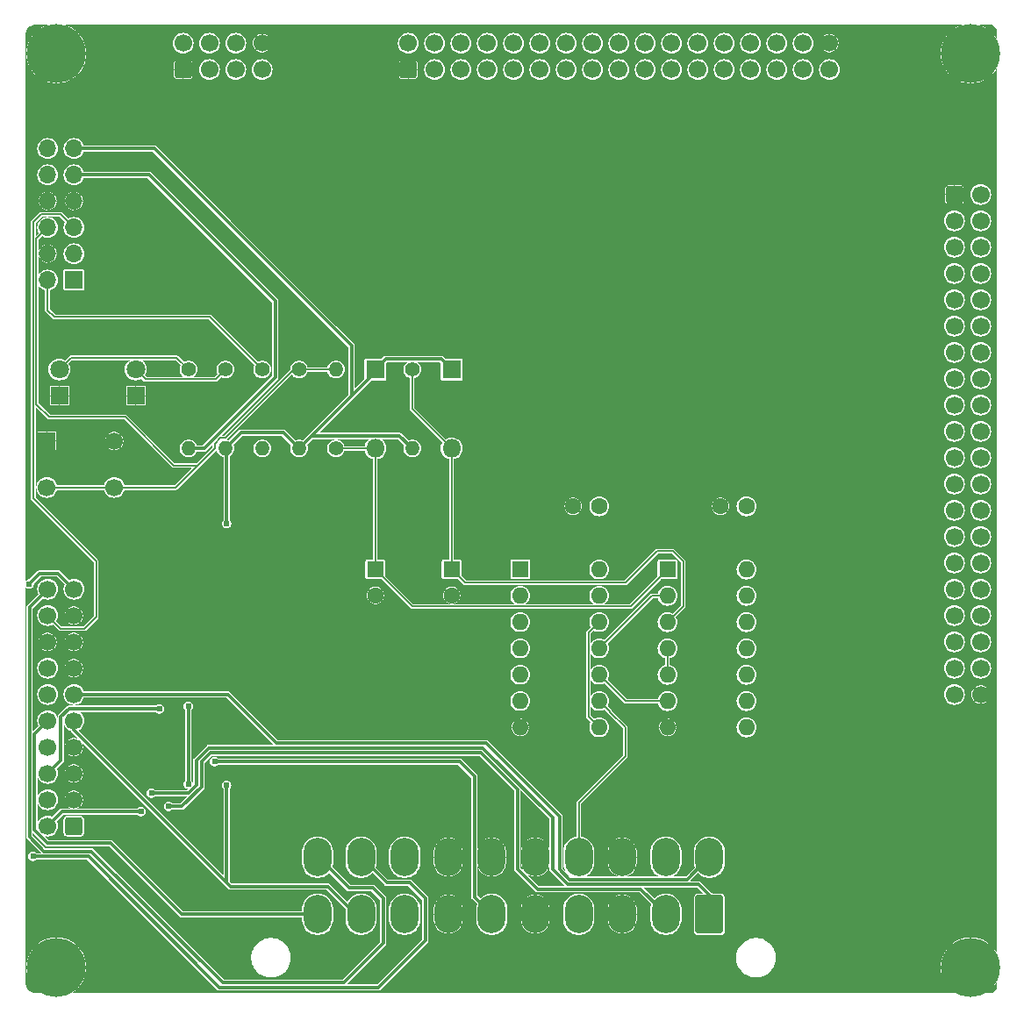
<source format=gbr>
%TF.GenerationSoftware,KiCad,Pcbnew,8.0.2*%
%TF.CreationDate,2024-06-21T19:26:28+02:00*%
%TF.ProjectId,power_board_v2,706f7765-725f-4626-9f61-72645f76322e,2.0*%
%TF.SameCoordinates,Original*%
%TF.FileFunction,Copper,L1,Top*%
%TF.FilePolarity,Positive*%
%FSLAX46Y46*%
G04 Gerber Fmt 4.6, Leading zero omitted, Abs format (unit mm)*
G04 Created by KiCad (PCBNEW 8.0.2) date 2024-06-21 19:26:28*
%MOMM*%
%LPD*%
G01*
G04 APERTURE LIST*
G04 Aperture macros list*
%AMRoundRect*
0 Rectangle with rounded corners*
0 $1 Rounding radius*
0 $2 $3 $4 $5 $6 $7 $8 $9 X,Y pos of 4 corners*
0 Add a 4 corners polygon primitive as box body*
4,1,4,$2,$3,$4,$5,$6,$7,$8,$9,$2,$3,0*
0 Add four circle primitives for the rounded corners*
1,1,$1+$1,$2,$3*
1,1,$1+$1,$4,$5*
1,1,$1+$1,$6,$7*
1,1,$1+$1,$8,$9*
0 Add four rect primitives between the rounded corners*
20,1,$1+$1,$2,$3,$4,$5,0*
20,1,$1+$1,$4,$5,$6,$7,0*
20,1,$1+$1,$6,$7,$8,$9,0*
20,1,$1+$1,$8,$9,$2,$3,0*%
G04 Aperture macros list end*
%TA.AperFunction,ComponentPad*%
%ADD10RoundRect,0.250001X1.099999X1.599999X-1.099999X1.599999X-1.099999X-1.599999X1.099999X-1.599999X0*%
%TD*%
%TA.AperFunction,ComponentPad*%
%ADD11O,2.700000X3.700000*%
%TD*%
%TA.AperFunction,ComponentPad*%
%ADD12R,1.700000X1.700000*%
%TD*%
%TA.AperFunction,ComponentPad*%
%ADD13C,1.700000*%
%TD*%
%TA.AperFunction,ComponentPad*%
%ADD14C,5.700000*%
%TD*%
%TA.AperFunction,ComponentPad*%
%ADD15C,1.600000*%
%TD*%
%TA.AperFunction,ComponentPad*%
%ADD16R,1.600000X1.600000*%
%TD*%
%TA.AperFunction,ComponentPad*%
%ADD17C,1.400000*%
%TD*%
%TA.AperFunction,ComponentPad*%
%ADD18O,1.400000X1.400000*%
%TD*%
%TA.AperFunction,ComponentPad*%
%ADD19RoundRect,0.250000X-0.600000X-0.600000X0.600000X-0.600000X0.600000X0.600000X-0.600000X0.600000X0*%
%TD*%
%TA.AperFunction,ComponentPad*%
%ADD20R,1.800000X1.800000*%
%TD*%
%TA.AperFunction,ComponentPad*%
%ADD21C,1.800000*%
%TD*%
%TA.AperFunction,ComponentPad*%
%ADD22O,1.800000X1.800000*%
%TD*%
%TA.AperFunction,ComponentPad*%
%ADD23RoundRect,0.250000X0.600000X0.600000X-0.600000X0.600000X-0.600000X-0.600000X0.600000X-0.600000X0*%
%TD*%
%TA.AperFunction,ComponentPad*%
%ADD24RoundRect,0.250000X0.600000X-0.600000X0.600000X0.600000X-0.600000X0.600000X-0.600000X-0.600000X0*%
%TD*%
%TA.AperFunction,ComponentPad*%
%ADD25O,1.600000X1.600000*%
%TD*%
%TA.AperFunction,ComponentPad*%
%ADD26O,1.700000X1.700000*%
%TD*%
%TA.AperFunction,ViaPad*%
%ADD27C,0.610000*%
%TD*%
%TA.AperFunction,Conductor*%
%ADD28C,0.304800*%
%TD*%
%TA.AperFunction,Conductor*%
%ADD29C,0.152400*%
%TD*%
G04 APERTURE END LIST*
D10*
%TO.P,J5,1,Pin_1*%
%TO.N,/+3.3V*%
X91925000Y-112014000D03*
D11*
%TO.P,J5,2,Pin_2*%
%TO.N,/+3.3V2*%
X87725000Y-112014000D03*
%TO.P,J5,3,Pin_3*%
%TO.N,/GND*%
X83525000Y-112014000D03*
%TO.P,J5,4,Pin_4*%
%TO.N,/+5V*%
X79325000Y-112014000D03*
%TO.P,J5,5,Pin_5*%
%TO.N,/GND*%
X75125000Y-112014000D03*
%TO.P,J5,6,Pin_6*%
%TO.N,/+5V2*%
X70925000Y-112014000D03*
%TO.P,J5,7,Pin_7*%
%TO.N,/GND*%
X66725000Y-112014000D03*
%TO.P,J5,8,Pin_8*%
%TO.N,/PWR_OK*%
X62525000Y-112014000D03*
%TO.P,J5,9,Pin_9*%
%TO.N,/+5VSB*%
X58325000Y-112014000D03*
%TO.P,J5,10,Pin_10*%
%TO.N,/+12V*%
X54125000Y-112014000D03*
%TO.P,J5,11,Pin_11*%
%TO.N,/+3.3V3*%
X91925000Y-106514000D03*
%TO.P,J5,12,Pin_12*%
%TO.N,/-12V*%
X87725000Y-106514000D03*
%TO.P,J5,13,Pin_13*%
%TO.N,/GND*%
X83525000Y-106514000D03*
%TO.P,J5,14,Pin_14*%
%TO.N,/~{PS_ON}*%
X79325000Y-106514000D03*
%TO.P,J5,15,Pin_15*%
%TO.N,/GND*%
X75125000Y-106514000D03*
%TO.P,J5,16,Pin_16*%
X70925000Y-106514000D03*
%TO.P,J5,17,Pin_17*%
X66725000Y-106514000D03*
%TO.P,J5,18,Pin_18*%
%TO.N,unconnected-(J5-Pin_18-Pad18)*%
X62525000Y-106514000D03*
%TO.P,J5,19,Pin_19*%
%TO.N,/+5V4*%
X58325000Y-106514000D03*
%TO.P,J5,20,Pin_20*%
%TO.N,/+5V3*%
X54125000Y-106514000D03*
%TD*%
D12*
%TO.P,SW1,1,1*%
%TO.N,/GND*%
X27992000Y-66330000D03*
D13*
X34492000Y-66330000D03*
%TO.P,SW1,2,2*%
%TO.N,/POWER_SW*%
X27992000Y-70830000D03*
X34492000Y-70830000D03*
%TD*%
D14*
%TO.P,H1,1,1*%
%TO.N,/GND*%
X28925000Y-28925000D03*
%TD*%
D15*
%TO.P,CP1,2*%
%TO.N,/GND*%
X59690000Y-81235000D03*
D16*
%TO.P,CP1,1*%
%TO.N,Net-(D3-A)*%
X59690000Y-78735000D03*
%TD*%
D17*
%TO.P,R2,1*%
%TO.N,/PWR_LED+*%
X48768000Y-59436000D03*
D18*
%TO.P,R2,2*%
%TO.N,/+5V*%
X48768000Y-67056000D03*
%TD*%
D15*
%TO.P,CP2,2*%
%TO.N,/GND*%
X67056000Y-81235000D03*
D16*
%TO.P,CP2,1*%
%TO.N,Net-(D4-A)*%
X67056000Y-78735000D03*
%TD*%
D14*
%TO.P,H2,1,1*%
%TO.N,/GND*%
X117125000Y-28925000D03*
%TD*%
D19*
%TO.P,J1,1,Pin_1*%
%TO.N,/GND*%
X115570000Y-42545000D03*
D13*
%TO.P,J1,2,Pin_2*%
%TO.N,/~{NMI}*%
X118110000Y-42545000D03*
%TO.P,J1,3,Pin_3*%
%TO.N,/~{RESET}*%
X115570000Y-45085000D03*
%TO.P,J1,4,Pin_4*%
%TO.N,/B_D7*%
X118110000Y-45085000D03*
%TO.P,J1,5,Pin_5*%
%TO.N,/BUS_CLK*%
X115570000Y-47625000D03*
%TO.P,J1,6,Pin_6*%
%TO.N,/B_D6*%
X118110000Y-47625000D03*
%TO.P,J1,7,Pin_7*%
%TO.N,/~{WAIT}*%
X115570000Y-50165000D03*
%TO.P,J1,8,Pin_8*%
%TO.N,/B_D5*%
X118110000Y-50165000D03*
%TO.P,J1,9,Pin_9*%
%TO.N,/CPU_CLK*%
X115570000Y-52705000D03*
%TO.P,J1,10,Pin_10*%
%TO.N,/B_D4*%
X118110000Y-52705000D03*
%TO.P,J1,11,Pin_11*%
%TO.N,/~{B_M1}*%
X115570000Y-55245000D03*
%TO.P,J1,12,Pin_12*%
%TO.N,/B_D3*%
X118110000Y-55245000D03*
%TO.P,J1,13,Pin_13*%
%TO.N,/~{B_IORQ}*%
X115570000Y-57785000D03*
%TO.P,J1,14,Pin_14*%
%TO.N,/B_D2*%
X118110000Y-57785000D03*
%TO.P,J1,15,Pin_15*%
%TO.N,/~{B_MREQ}*%
X115570000Y-60325000D03*
%TO.P,J1,16,Pin_16*%
%TO.N,/B_D1*%
X118110000Y-60325000D03*
%TO.P,J1,17,Pin_17*%
%TO.N,/~{B_WR}*%
X115570000Y-62865000D03*
%TO.P,J1,18,Pin_18*%
%TO.N,/B_D0*%
X118110000Y-62865000D03*
%TO.P,J1,19,Pin_19*%
%TO.N,/~{B_RD}*%
X115570000Y-65405000D03*
%TO.P,J1,20,Pin_20*%
%TO.N,/B_A15*%
X118110000Y-65405000D03*
%TO.P,J1,21,Pin_21*%
%TO.N,/~{B_BUSACK}*%
X115570000Y-67945000D03*
%TO.P,J1,22,Pin_22*%
%TO.N,/B_A14*%
X118110000Y-67945000D03*
%TO.P,J1,23,Pin_23*%
%TO.N,/~{B_RFSH}*%
X115570000Y-70485000D03*
%TO.P,J1,24,Pin_24*%
%TO.N,/B_A13*%
X118110000Y-70485000D03*
%TO.P,J1,25,Pin_25*%
%TO.N,/~{BUSREQ}*%
X115570000Y-73025000D03*
%TO.P,J1,26,Pin_26*%
%TO.N,/B_A12*%
X118110000Y-73025000D03*
%TO.P,J1,27,Pin_27*%
%TO.N,/~{INT}*%
X115570000Y-75565000D03*
%TO.P,J1,28,Pin_28*%
%TO.N,/B_A11*%
X118110000Y-75565000D03*
%TO.P,J1,29,Pin_29*%
%TO.N,/B_A5*%
X115570000Y-78105000D03*
%TO.P,J1,30,Pin_30*%
%TO.N,/B_A10*%
X118110000Y-78105000D03*
%TO.P,J1,31,Pin_31*%
%TO.N,/B_A4*%
X115570000Y-80645000D03*
%TO.P,J1,32,Pin_32*%
%TO.N,/B_A9*%
X118110000Y-80645000D03*
%TO.P,J1,33,Pin_33*%
%TO.N,/B_A3*%
X115570000Y-83185000D03*
%TO.P,J1,34,Pin_34*%
%TO.N,/B_A8*%
X118110000Y-83185000D03*
%TO.P,J1,35,Pin_35*%
%TO.N,/B_A2*%
X115570000Y-85725000D03*
%TO.P,J1,36,Pin_36*%
%TO.N,/B_A7*%
X118110000Y-85725000D03*
%TO.P,J1,37,Pin_37*%
%TO.N,/B_A1*%
X115570000Y-88265000D03*
%TO.P,J1,38,Pin_38*%
%TO.N,/B_A6*%
X118110000Y-88265000D03*
%TO.P,J1,39,Pin_39*%
%TO.N,/B_A0*%
X115570000Y-90805000D03*
%TO.P,J1,40,Pin_40*%
%TO.N,/GND*%
X118110000Y-90805000D03*
%TD*%
D15*
%TO.P,C1,2*%
%TO.N,/GND*%
X78790000Y-72644000D03*
%TO.P,C1,1*%
%TO.N,/+5VSB*%
X81290000Y-72644000D03*
%TD*%
D20*
%TO.P,D2,1,K*%
%TO.N,/GND*%
X36576000Y-61976000D03*
D21*
%TO.P,D2,2,A*%
%TO.N,/SBL+*%
X36576000Y-59436000D03*
%TD*%
D22*
%TO.P,D3,2,A*%
%TO.N,Net-(D3-A)*%
X59690000Y-67056000D03*
D20*
%TO.P,D3,1,K*%
%TO.N,/+5VSB*%
X59690000Y-59436000D03*
%TD*%
%TO.P,D1,1,K*%
%TO.N,/GND*%
X29210000Y-61976000D03*
D21*
%TO.P,D1,2,A*%
%TO.N,/PWL+*%
X29210000Y-59436000D03*
%TD*%
D17*
%TO.P,R3,1*%
%TO.N,/SBL+*%
X45212000Y-59436000D03*
D18*
%TO.P,R3,2*%
%TO.N,/+5VSB*%
X45212000Y-67056000D03*
%TD*%
%TO.P,R5,2*%
%TO.N,/POWER_SW*%
X55880000Y-59436000D03*
D17*
%TO.P,R5,1*%
%TO.N,Net-(D3-A)*%
X55880000Y-67056000D03*
%TD*%
D20*
%TO.P,D4,1,K*%
%TO.N,/+5VSB*%
X67056000Y-59436000D03*
D22*
%TO.P,D4,2,A*%
%TO.N,Net-(D4-A)*%
X67056000Y-67056000D03*
%TD*%
D15*
%TO.P,C2,1*%
%TO.N,/+5VSB*%
X95504000Y-72644000D03*
%TO.P,C2,2*%
%TO.N,/GND*%
X93004000Y-72644000D03*
%TD*%
D23*
%TO.P,J3,1,Pin_1*%
%TO.N,/+3.3V*%
X30607000Y-103505000D03*
D13*
%TO.P,J3,2,Pin_2*%
%TO.N,/+3.3V2*%
X28067000Y-103505000D03*
%TO.P,J3,3,Pin_3*%
%TO.N,/GND*%
X30607000Y-100965000D03*
%TO.P,J3,4,Pin_4*%
%TO.N,/+5V*%
X28067000Y-100965000D03*
%TO.P,J3,5,Pin_5*%
%TO.N,/GND*%
X30607000Y-98425000D03*
%TO.P,J3,6,Pin_6*%
%TO.N,/+5V2*%
X28067000Y-98425000D03*
%TO.P,J3,7,Pin_7*%
%TO.N,/GND*%
X30607000Y-95885000D03*
%TO.P,J3,8,Pin_8*%
%TO.N,/PWR_OK*%
X28067000Y-95885000D03*
%TO.P,J3,9,Pin_9*%
%TO.N,/+5VSB*%
X30607000Y-93345000D03*
%TO.P,J3,10,Pin_10*%
%TO.N,/+12V*%
X28067000Y-93345000D03*
%TO.P,J3,11,Pin_11*%
%TO.N,/+3.3V3*%
X30607000Y-90805000D03*
%TO.P,J3,12,Pin_12*%
%TO.N,/-12V*%
X28067000Y-90805000D03*
%TO.P,J3,13,Pin_13*%
%TO.N,/GND*%
X30607000Y-88265000D03*
%TO.P,J3,14,Pin_14*%
%TO.N,/~{PS_ON}*%
X28067000Y-88265000D03*
%TO.P,J3,15,Pin_15*%
%TO.N,/GND*%
X30607000Y-85725000D03*
%TO.P,J3,16,Pin_16*%
X28067000Y-85725000D03*
%TO.P,J3,17,Pin_17*%
X30607000Y-83185000D03*
%TO.P,J3,18,Pin_18*%
%TO.N,/~{RESET_SW}*%
X28067000Y-83185000D03*
%TO.P,J3,19,Pin_19*%
%TO.N,/+5V4*%
X30607000Y-80645000D03*
%TO.P,J3,20,Pin_20*%
%TO.N,/+5V3*%
X28067000Y-80645000D03*
%TD*%
D17*
%TO.P,R1,1*%
%TO.N,/PWL+*%
X41656000Y-59436000D03*
D18*
%TO.P,R1,2*%
%TO.N,/+5V*%
X41656000Y-67056000D03*
%TD*%
D14*
%TO.P,H4,1,1*%
%TO.N,/GND*%
X28925000Y-117125000D03*
%TD*%
D24*
%TO.P,J2,1,Pin_1*%
%TO.N,/GND*%
X62865000Y-30480000D03*
D13*
%TO.P,J2,2,Pin_2*%
%TO.N,/USER15*%
X62865000Y-27940000D03*
%TO.P,J2,3,Pin_3*%
%TO.N,/~{INT7}*%
X65405000Y-30480000D03*
%TO.P,J2,4,Pin_4*%
%TO.N,/USER14*%
X65405000Y-27940000D03*
%TO.P,J2,5,Pin_5*%
%TO.N,/~{INT6}*%
X67945000Y-30480000D03*
%TO.P,J2,6,Pin_6*%
%TO.N,/USER13*%
X67945000Y-27940000D03*
%TO.P,J2,7,Pin_7*%
%TO.N,/~{INT5}*%
X70485000Y-30480000D03*
%TO.P,J2,8,Pin_8*%
%TO.N,/USER12*%
X70485000Y-27940000D03*
%TO.P,J2,9,Pin_9*%
%TO.N,/~{INT4}*%
X73025000Y-30480000D03*
%TO.P,J2,10,Pin_10*%
%TO.N,/USER11*%
X73025000Y-27940000D03*
%TO.P,J2,11,Pin_11*%
%TO.N,/~{INT3}*%
X75565000Y-30480000D03*
%TO.P,J2,12,Pin_12*%
%TO.N,/USER10*%
X75565000Y-27940000D03*
%TO.P,J2,13,Pin_13*%
%TO.N,/~{INT2}*%
X78105000Y-30480000D03*
%TO.P,J2,14,Pin_14*%
%TO.N,/USER9*%
X78105000Y-27940000D03*
%TO.P,J2,15,Pin_15*%
%TO.N,/~{INT1}*%
X80645000Y-30480000D03*
%TO.P,J2,16,Pin_16*%
%TO.N,/USER8*%
X80645000Y-27940000D03*
%TO.P,J2,17,Pin_17*%
%TO.N,/~{INT0}*%
X83185000Y-30480000D03*
%TO.P,J2,18,Pin_18*%
%TO.N,/USER7*%
X83185000Y-27940000D03*
%TO.P,J2,19,Pin_19*%
%TO.N,/M_A21*%
X85725000Y-30480000D03*
%TO.P,J2,20,Pin_20*%
%TO.N,/USER6*%
X85725000Y-27940000D03*
%TO.P,J2,21,Pin_21*%
%TO.N,/M_A20*%
X88265000Y-30480000D03*
%TO.P,J2,22,Pin_22*%
%TO.N,/USER5*%
X88265000Y-27940000D03*
%TO.P,J2,23,Pin_23*%
%TO.N,/M_A19*%
X90805000Y-30480000D03*
%TO.P,J2,24,Pin_24*%
%TO.N,/USER4*%
X90805000Y-27940000D03*
%TO.P,J2,25,Pin_25*%
%TO.N,/M_A18*%
X93345000Y-30480000D03*
%TO.P,J2,26,Pin_26*%
%TO.N,/USER3*%
X93345000Y-27940000D03*
%TO.P,J2,27,Pin_27*%
%TO.N,/M_A17*%
X95885000Y-30480000D03*
%TO.P,J2,28,Pin_28*%
%TO.N,/USER2*%
X95885000Y-27940000D03*
%TO.P,J2,29,Pin_29*%
%TO.N,/M_A16*%
X98425000Y-30480000D03*
%TO.P,J2,30,Pin_30*%
%TO.N,/USER1*%
X98425000Y-27940000D03*
%TO.P,J2,31,Pin_31*%
%TO.N,/M_A15*%
X100965000Y-30480000D03*
%TO.P,J2,32,Pin_32*%
%TO.N,/USER0*%
X100965000Y-27940000D03*
%TO.P,J2,33,Pin_33*%
%TO.N,/M_A14*%
X103505000Y-30480000D03*
%TO.P,J2,34,Pin_34*%
%TO.N,/GND*%
X103505000Y-27940000D03*
%TD*%
D17*
%TO.P,R6,1*%
%TO.N,Net-(D4-A)*%
X63246000Y-59436000D03*
D18*
%TO.P,R6,2*%
%TO.N,/+5VSB*%
X63246000Y-67056000D03*
%TD*%
D16*
%TO.P,U2,1*%
%TO.N,Net-(D3-A)*%
X87884000Y-78740000D03*
D25*
%TO.P,U2,2*%
%TO.N,Net-(U1B-C)*%
X87884000Y-81280000D03*
%TO.P,U2,3*%
%TO.N,Net-(D4-A)*%
X87884000Y-83820000D03*
%TO.P,U2,4*%
%TO.N,Net-(U2-Pad4)*%
X87884000Y-86360000D03*
%TO.P,U2,5*%
X87884000Y-88900000D03*
%TO.P,U2,6*%
%TO.N,Net-(U1B-~{S})*%
X87884000Y-91440000D03*
%TO.P,U2,7,GND*%
%TO.N,/GND*%
X87884000Y-93980000D03*
%TO.P,U2,8*%
%TO.N,unconnected-(U2-Pad8)*%
X95504000Y-93980000D03*
%TO.P,U2,9*%
%TO.N,unconnected-(U2-Pad9)*%
X95504000Y-91440000D03*
%TO.P,U2,10*%
%TO.N,unconnected-(U2-Pad10)*%
X95504000Y-88900000D03*
%TO.P,U2,11*%
%TO.N,unconnected-(U2-Pad11)*%
X95504000Y-86360000D03*
%TO.P,U2,12*%
%TO.N,unconnected-(U2-Pad12)*%
X95504000Y-83820000D03*
%TO.P,U2,13*%
%TO.N,unconnected-(U2-Pad13)*%
X95504000Y-81280000D03*
%TO.P,U2,14,VCC*%
%TO.N,/+5VSB*%
X95504000Y-78740000D03*
%TD*%
D14*
%TO.P,H3,1,1*%
%TO.N,/GND*%
X117125000Y-117125000D03*
%TD*%
D24*
%TO.P,J6,1,Pin_1*%
%TO.N,/GND*%
X41148000Y-30480000D03*
D13*
%TO.P,J6,2,Pin_2*%
%TO.N,unconnected-(J6-Pin_2-Pad2)*%
X41148000Y-27940000D03*
%TO.P,J6,3,Pin_3*%
%TO.N,/~{MEMR}*%
X43688000Y-30480000D03*
%TO.P,J6,4,Pin_4*%
%TO.N,/~{MEMW}*%
X43688000Y-27940000D03*
%TO.P,J6,5,Pin_5*%
%TO.N,/~{IOR}*%
X46228000Y-30480000D03*
%TO.P,J6,6,Pin_6*%
%TO.N,/~{IOW}*%
X46228000Y-27940000D03*
%TO.P,J6,7,Pin_7*%
%TO.N,/~{INTA}*%
X48768000Y-30480000D03*
%TO.P,J6,8,Pin_8*%
%TO.N,/GND*%
X48768000Y-27940000D03*
%TD*%
D12*
%TO.P,J4,1,Pin_1*%
%TO.N,unconnected-(J4-Pin_1-Pad1)*%
X30607000Y-50800000D03*
D26*
%TO.P,J4,2,Pin_2*%
%TO.N,/PWR_LED+*%
X28067000Y-50800000D03*
%TO.P,J4,3,Pin_3*%
%TO.N,unconnected-(J4-Pin_3-Pad3)*%
X30607000Y-48260000D03*
%TO.P,J4,4,Pin_4*%
%TO.N,/GND*%
X28067000Y-48260000D03*
%TO.P,J4,5,Pin_5*%
%TO.N,/~{RESET_SW}*%
X30607000Y-45720000D03*
%TO.P,J4,6,Pin_6*%
%TO.N,/POWER_SW*%
X28067000Y-45720000D03*
%TO.P,J4,7,Pin_7*%
%TO.N,/GND*%
X30607000Y-43180000D03*
%TO.P,J4,8,Pin_8*%
X28067000Y-43180000D03*
%TO.P,J4,9,Pin_9*%
%TO.N,/+5V*%
X30607000Y-40640000D03*
%TO.P,J4,10,Pin_10*%
%TO.N,unconnected-(J4-Pin_10-Pad10)*%
X28067000Y-40640000D03*
%TO.P,J4,11,Pin_11*%
%TO.N,/+5VSB*%
X30607000Y-38100000D03*
%TO.P,J4,12,Pin_12*%
%TO.N,unconnected-(J4-Pin_12-Pad12)*%
X28067000Y-38100000D03*
%TD*%
D18*
%TO.P,R4,2*%
%TO.N,/+5VSB*%
X52324000Y-67056000D03*
D17*
%TO.P,R4,1*%
%TO.N,/POWER_SW*%
X52324000Y-59436000D03*
%TD*%
D16*
%TO.P,U1,1,~{R}*%
%TO.N,/+5VSB*%
X73670000Y-78735000D03*
D25*
%TO.P,U1,2,D*%
%TO.N,unconnected-(U1A-D-Pad2)*%
X73670000Y-81275000D03*
%TO.P,U1,3,C*%
%TO.N,unconnected-(U1A-C-Pad3)*%
X73670000Y-83815000D03*
%TO.P,U1,4,~{S}*%
%TO.N,unconnected-(U1A-~{S}-Pad4)*%
X73670000Y-86355000D03*
%TO.P,U1,5,Q*%
%TO.N,unconnected-(U1A-Q-Pad5)*%
X73670000Y-88895000D03*
%TO.P,U1,6,~{Q}*%
%TO.N,unconnected-(U1A-~{Q}-Pad6)*%
X73670000Y-91435000D03*
%TO.P,U1,7,GND*%
%TO.N,/GND*%
X73670000Y-93975000D03*
%TO.P,U1,8,~{Q}*%
%TO.N,Net-(U1B-D)*%
X81290000Y-93975000D03*
%TO.P,U1,9,Q*%
%TO.N,/~{PS_ON}*%
X81290000Y-91435000D03*
%TO.P,U1,10,~{S}*%
%TO.N,Net-(U1B-~{S})*%
X81290000Y-88895000D03*
%TO.P,U1,11,C*%
%TO.N,Net-(U1B-C)*%
X81290000Y-86355000D03*
%TO.P,U1,12,D*%
%TO.N,Net-(U1B-D)*%
X81290000Y-83815000D03*
%TO.P,U1,13,~{R}*%
%TO.N,/+5VSB*%
X81290000Y-81275000D03*
%TO.P,U1,14,VCC*%
X81290000Y-78735000D03*
%TD*%
D27*
%TO.N,/+5V4*%
X26289000Y-80137000D03*
X26670000Y-106426000D03*
%TO.N,/+5V2*%
X44196000Y-97282000D03*
X38862000Y-92190200D03*
%TO.N,/+3.3V2*%
X39751000Y-101600000D03*
X37084000Y-102119800D03*
%TO.N,/+3.3V*%
X38100000Y-100330000D03*
%TO.N,/+5V*%
X41656000Y-91948000D03*
%TO.N,/+5VSB*%
X45339000Y-99568000D03*
%TO.N,/+5V*%
X41656000Y-99441000D03*
%TO.N,/GND*%
X39878000Y-59182000D03*
%TO.N,/+5VSB*%
X45339000Y-74295000D03*
%TD*%
D28*
%TO.N,/+5V4*%
X26289000Y-80137000D02*
X27305000Y-79121000D01*
X58325000Y-106514000D02*
X60777000Y-108966000D01*
X60777000Y-108966000D02*
X62992000Y-108966000D01*
X62992000Y-108966000D02*
X64516000Y-110490000D01*
X64516000Y-110490000D02*
X64516000Y-114554000D01*
X64516000Y-114554000D02*
X59994800Y-119075200D01*
X59994800Y-119075200D02*
X44653200Y-119075200D01*
X29083000Y-79121000D02*
X30607000Y-80645000D01*
X44653200Y-119075200D02*
X32004000Y-106426000D01*
X32004000Y-106426000D02*
X26670000Y-106426000D01*
X27305000Y-79121000D02*
X29083000Y-79121000D01*
%TO.N,/+5V3*%
X54125000Y-106514000D02*
X54190000Y-106514000D01*
X32308800Y-105968800D02*
X27748378Y-105968800D01*
X54190000Y-106514000D02*
X57150000Y-109474000D01*
X60452000Y-110490000D02*
X60452000Y-114808000D01*
X57150000Y-109474000D02*
X59436000Y-109474000D01*
X60452000Y-114808000D02*
X56642000Y-118618000D01*
X26339800Y-104560222D02*
X26339800Y-82372200D01*
X59436000Y-109474000D02*
X60452000Y-110490000D01*
X56642000Y-118618000D02*
X44958000Y-118618000D01*
X26339800Y-82372200D02*
X28067000Y-80645000D01*
X44958000Y-118618000D02*
X32308800Y-105968800D01*
X27748378Y-105968800D02*
X26339800Y-104560222D01*
%TO.N,/+3.3V2*%
X37084000Y-102119800D02*
X29452200Y-102119800D01*
X29452200Y-102119800D02*
X28067000Y-103505000D01*
%TO.N,/+5V*%
X41656000Y-91948000D02*
X41656000Y-99441000D01*
%TO.N,/+3.3V*%
X42418000Y-99564171D02*
X42418000Y-97155000D01*
X70053200Y-95961200D02*
X76779800Y-102687800D01*
X43611800Y-95961200D02*
X70053200Y-95961200D01*
X78232000Y-109126000D02*
X90886999Y-109126000D01*
X41652171Y-100330000D02*
X42418000Y-99564171D01*
X42418000Y-97155000D02*
X43611800Y-95961200D01*
X90886999Y-109126000D02*
X91925000Y-110164001D01*
X38100000Y-100330000D02*
X41652171Y-100330000D01*
X76779800Y-102687800D02*
X76779800Y-107673800D01*
X76779800Y-107673800D02*
X78232000Y-109126000D01*
X91925000Y-110164001D02*
X91925000Y-112014000D01*
%TO.N,/+5V2*%
X38862000Y-92190200D02*
X30128666Y-92190200D01*
X29337000Y-92981866D02*
X29337000Y-97155000D01*
X30128666Y-92190200D02*
X29337000Y-92981866D01*
X29337000Y-97155000D02*
X28067000Y-98425000D01*
%TO.N,/+5VSB*%
X45339000Y-99568000D02*
X45339000Y-108966000D01*
X45339000Y-108966000D02*
X45720000Y-109347000D01*
X52324000Y-67056000D02*
X53528800Y-65851200D01*
X53528800Y-65851200D02*
X62041200Y-65851200D01*
X62041200Y-65851200D02*
X63246000Y-67056000D01*
%TO.N,/+3.3V2*%
X39751000Y-101600000D02*
X41028749Y-101600000D01*
X85294200Y-109583200D02*
X87725000Y-112014000D01*
X41028749Y-101600000D02*
X42926000Y-99702749D01*
X73406000Y-107635241D02*
X75353959Y-109583200D01*
X42926000Y-99702749D02*
X42926000Y-97293578D01*
X73406000Y-99960578D02*
X73406000Y-107635241D01*
X42926000Y-97293578D02*
X43801178Y-96418400D01*
X43801178Y-96418400D02*
X69863822Y-96418400D01*
X69863822Y-96418400D02*
X73406000Y-99960578D01*
X75353959Y-109583200D02*
X85294200Y-109583200D01*
%TO.N,/+5V2*%
X67818000Y-97282000D02*
X69270200Y-98734200D01*
X69270200Y-98734200D02*
X69270200Y-110359200D01*
X44196000Y-97282000D02*
X67818000Y-97282000D01*
X69270200Y-110359200D02*
X70925000Y-112014000D01*
%TO.N,/+12V*%
X28067000Y-93345000D02*
X26797000Y-94615000D01*
X26797000Y-94615000D02*
X26797000Y-103868134D01*
X26797000Y-103868134D02*
X28084866Y-105156000D01*
X28084866Y-105156000D02*
X34163000Y-105156000D01*
X34163000Y-105156000D02*
X41021000Y-112014000D01*
X41021000Y-112014000D02*
X54125000Y-112014000D01*
%TO.N,/+3.3V3*%
X91925000Y-106514000D02*
X89770200Y-108668800D01*
X89770200Y-108668800D02*
X78442800Y-108668800D01*
X78442800Y-108668800D02*
X77470000Y-107696000D01*
X70358000Y-95504000D02*
X50165000Y-95504000D01*
X50165000Y-95504000D02*
X45466000Y-90805000D01*
X45466000Y-90805000D02*
X30607000Y-90805000D01*
X77470000Y-107696000D02*
X77470000Y-102616000D01*
X77470000Y-102616000D02*
X70358000Y-95504000D01*
%TO.N,/+5VSB*%
X45339000Y-74295000D02*
X45339000Y-67183000D01*
X45339000Y-67183000D02*
X45212000Y-67056000D01*
X45085000Y-108712000D02*
X45720000Y-109347000D01*
X45720000Y-109347000D02*
X55118000Y-109347000D01*
X55118000Y-109347000D02*
X57785000Y-112014000D01*
X57785000Y-112014000D02*
X58325000Y-112014000D01*
X45085000Y-108712000D02*
X30607000Y-94234000D01*
X30607000Y-94234000D02*
X30607000Y-93345000D01*
D29*
%TO.N,/~{RESET_SW}*%
X30607000Y-45720000D02*
X29337000Y-44450000D01*
X26683600Y-45198400D02*
X26683600Y-71895600D01*
X31623000Y-84455000D02*
X29337000Y-84455000D01*
X29337000Y-44450000D02*
X27432000Y-44450000D01*
X32766000Y-77978000D02*
X32766000Y-83312000D01*
X27432000Y-44450000D02*
X26683600Y-45198400D01*
X26683600Y-71895600D02*
X32766000Y-77978000D01*
X32766000Y-83312000D02*
X31623000Y-84455000D01*
X29337000Y-84455000D02*
X28067000Y-83185000D01*
%TO.N,/POWER_SW*%
X28067000Y-45720000D02*
X26988400Y-46798600D01*
X26988400Y-46798600D02*
X26988400Y-62802400D01*
X26988400Y-62802400D02*
X28194000Y-64008000D01*
X28194000Y-64008000D02*
X35560000Y-64008000D01*
X35560000Y-64008000D02*
X40259000Y-68707000D01*
X40259000Y-68707000D02*
X42545000Y-68707000D01*
%TO.N,/~{PS_ON}*%
X81290000Y-91435000D02*
X82318600Y-92463600D01*
X82318600Y-92463600D02*
X82318600Y-92478600D01*
X82318600Y-92478600D02*
X83820000Y-93980000D01*
X83820000Y-93980000D02*
X83820000Y-96774000D01*
X83820000Y-96774000D02*
X79325000Y-101269000D01*
X79325000Y-101269000D02*
X79325000Y-106514000D01*
%TO.N,Net-(U1B-D)*%
X81290000Y-83815000D02*
X80261400Y-84843600D01*
X80261400Y-84843600D02*
X80261400Y-92946400D01*
X80261400Y-92946400D02*
X81290000Y-93975000D01*
%TO.N,Net-(U1B-C)*%
X87884000Y-81280000D02*
X86365000Y-81280000D01*
X86365000Y-81280000D02*
X81290000Y-86355000D01*
%TO.N,Net-(U1B-~{S})*%
X87884000Y-91440000D02*
X83835000Y-91440000D01*
X83835000Y-91440000D02*
X81290000Y-88895000D01*
%TO.N,Net-(U2-Pad4)*%
X87884000Y-86360000D02*
X87884000Y-88900000D01*
%TO.N,Net-(D4-A)*%
X67056000Y-78735000D02*
X68331000Y-80010000D01*
X83820000Y-80010000D02*
X86855400Y-76974600D01*
X68331000Y-80010000D02*
X83820000Y-80010000D01*
X86855400Y-76974600D02*
X88392000Y-76974600D01*
X88392000Y-76974600D02*
X89408000Y-77990600D01*
X89408000Y-77990600D02*
X89408000Y-82296000D01*
X89408000Y-82296000D02*
X87884000Y-83820000D01*
%TO.N,Net-(D3-A)*%
X59690000Y-78735000D02*
X63258600Y-82303600D01*
X63258600Y-82303600D02*
X84320400Y-82303600D01*
X84320400Y-82303600D02*
X87884000Y-78740000D01*
%TO.N,/POWER_SW*%
X44196000Y-67056000D02*
X42545000Y-68707000D01*
X42545000Y-68707000D02*
X40422000Y-70830000D01*
X52324000Y-59436000D02*
X51816000Y-59436000D01*
X40422000Y-70830000D02*
X34492000Y-70830000D01*
X51816000Y-59436000D02*
X45212000Y-66040000D01*
X45212000Y-66040000D02*
X44730051Y-66040000D01*
X44730051Y-66040000D02*
X44196000Y-66574051D01*
X44196000Y-66574051D02*
X44196000Y-67056000D01*
D28*
%TO.N,/+5V*%
X41656000Y-67056000D02*
X43180000Y-67056000D01*
X50038000Y-60193235D02*
X50038000Y-52832000D01*
X50038000Y-52832000D02*
X37846000Y-40640000D01*
X43180000Y-67056000D02*
X43307000Y-66929000D01*
X37846000Y-40640000D02*
X30607000Y-40640000D01*
X43307000Y-66929000D02*
X43307000Y-66924235D01*
X43307000Y-66924235D02*
X50038000Y-60193235D01*
%TO.N,/+5VSB*%
X59690000Y-59690000D02*
X57277000Y-62103000D01*
X57277000Y-62103000D02*
X52324000Y-67056000D01*
X30607000Y-38100000D02*
X38354000Y-38100000D01*
X38354000Y-38100000D02*
X57404000Y-57150000D01*
X57404000Y-57150000D02*
X57404000Y-61976000D01*
X57404000Y-61976000D02*
X57277000Y-62103000D01*
D29*
%TO.N,/PWR_LED+*%
X48768000Y-59436000D02*
X43688000Y-54356000D01*
X43688000Y-54356000D02*
X28702000Y-54356000D01*
X28702000Y-54356000D02*
X28067000Y-53721000D01*
X28067000Y-53721000D02*
X28067000Y-50800000D01*
%TO.N,/PWL+*%
X41656000Y-59436000D02*
X40527400Y-58307400D01*
X40527400Y-58307400D02*
X30338600Y-58307400D01*
X30338600Y-58307400D02*
X29210000Y-59436000D01*
%TO.N,/SBL+*%
X45212000Y-59436000D02*
X44283400Y-60364600D01*
X44283400Y-60364600D02*
X37504600Y-60364600D01*
X37504600Y-60364600D02*
X36576000Y-59436000D01*
%TO.N,/POWER_SW*%
X34492000Y-70830000D02*
X27992000Y-70830000D01*
X55880000Y-59436000D02*
X52324000Y-59436000D01*
D28*
%TO.N,/+5VSB*%
X52324000Y-67056000D02*
X50800000Y-65532000D01*
X50800000Y-65532000D02*
X46736000Y-65532000D01*
X46736000Y-65532000D02*
X45212000Y-67056000D01*
X59690000Y-59436000D02*
X59690000Y-59690000D01*
X67056000Y-59436000D02*
X66051200Y-58431200D01*
X66051200Y-58431200D02*
X60694800Y-58431200D01*
X60694800Y-58431200D02*
X59690000Y-59436000D01*
D29*
%TO.N,Net-(D4-A)*%
X67056000Y-67056000D02*
X63246000Y-63246000D01*
X63246000Y-63246000D02*
X63246000Y-59436000D01*
X67056000Y-78735000D02*
X67056000Y-67056000D01*
%TO.N,Net-(D3-A)*%
X59690000Y-67056000D02*
X55880000Y-67056000D01*
X59690000Y-78735000D02*
X59690000Y-67056000D01*
%TD*%
%TA.AperFunction,Conductor*%
%TO.N,/GND*%
G36*
X76472974Y-107408477D02*
G01*
X76474500Y-107414833D01*
X76474500Y-107713993D01*
X76484973Y-107753080D01*
X76495305Y-107791637D01*
X76495308Y-107791645D01*
X76535498Y-107861257D01*
X76535500Y-107861260D01*
X77928242Y-109254001D01*
X77932343Y-109263900D01*
X77928242Y-109273799D01*
X77918343Y-109277900D01*
X75486216Y-109277900D01*
X75476317Y-109273799D01*
X74454187Y-108251669D01*
X74450086Y-108241770D01*
X74454187Y-108231871D01*
X74464086Y-108227770D01*
X74470442Y-108229296D01*
X74595261Y-108292895D01*
X74801848Y-108360019D01*
X75016392Y-108394000D01*
X75095000Y-108394000D01*
X75095000Y-107414000D01*
X75155000Y-107414000D01*
X75155000Y-108394000D01*
X75233608Y-108394000D01*
X75448151Y-108360019D01*
X75654738Y-108292895D01*
X75848274Y-108194283D01*
X75848290Y-108194273D01*
X76024008Y-108066606D01*
X76024016Y-108066599D01*
X76177599Y-107913016D01*
X76177606Y-107913008D01*
X76305273Y-107737290D01*
X76305283Y-107737274D01*
X76403895Y-107543738D01*
X76447185Y-107410507D01*
X76454144Y-107402359D01*
X76464826Y-107401518D01*
X76472974Y-107408477D01*
G37*
%TD.AperFunction*%
%TA.AperFunction,Conductor*%
G36*
X73735199Y-100074958D02*
G01*
X76470399Y-102810158D01*
X76474500Y-102820057D01*
X76474500Y-105613166D01*
X76470399Y-105623065D01*
X76460500Y-105627166D01*
X76450601Y-105623065D01*
X76447185Y-105617492D01*
X76403895Y-105484261D01*
X76305283Y-105290725D01*
X76305273Y-105290709D01*
X76177606Y-105114991D01*
X76177599Y-105114983D01*
X76024016Y-104961400D01*
X76024008Y-104961393D01*
X75848290Y-104833726D01*
X75848274Y-104833716D01*
X75654738Y-104735104D01*
X75448151Y-104667980D01*
X75233608Y-104634000D01*
X75155000Y-104634000D01*
X75155000Y-105614000D01*
X75095000Y-105614000D01*
X75095000Y-104634000D01*
X75016392Y-104634000D01*
X74801848Y-104667980D01*
X74595261Y-104735104D01*
X74401725Y-104833716D01*
X74401709Y-104833726D01*
X74225991Y-104961393D01*
X74225983Y-104961400D01*
X74072400Y-105114983D01*
X74072393Y-105114991D01*
X73944726Y-105290709D01*
X73944716Y-105290725D01*
X73846104Y-105484261D01*
X73778980Y-105690848D01*
X73745000Y-105905392D01*
X73745000Y-107122607D01*
X73778980Y-107337151D01*
X73846104Y-107543738D01*
X73909703Y-107668557D01*
X73910544Y-107679239D01*
X73903585Y-107687387D01*
X73892903Y-107688228D01*
X73887330Y-107684812D01*
X73715401Y-107512883D01*
X73711300Y-107502984D01*
X73711300Y-100084857D01*
X73715401Y-100074958D01*
X73725300Y-100070857D01*
X73735199Y-100074958D01*
G37*
%TD.AperFunction*%
%TA.AperFunction,Conductor*%
G36*
X40436604Y-58540601D02*
G01*
X40905445Y-59009442D01*
X40909546Y-59019341D01*
X40907671Y-59026341D01*
X40872544Y-59087184D01*
X40817142Y-59257696D01*
X40817141Y-59257698D01*
X40798402Y-59435996D01*
X40798402Y-59436003D01*
X40817141Y-59614301D01*
X40817142Y-59614303D01*
X40836790Y-59674774D01*
X40866146Y-59765124D01*
X40872545Y-59784816D01*
X40872547Y-59784821D01*
X40962190Y-59940085D01*
X41037559Y-60023791D01*
X41079954Y-60070876D01*
X41082157Y-60073322D01*
X41132880Y-60110174D01*
X41138479Y-60119310D01*
X41135977Y-60129729D01*
X41126841Y-60135328D01*
X41124651Y-60135500D01*
X37605294Y-60135500D01*
X37595395Y-60131399D01*
X37474212Y-60010216D01*
X37470111Y-60000317D01*
X37471763Y-59993718D01*
X37553460Y-59840877D01*
X37613666Y-59642405D01*
X37633995Y-59436000D01*
X37613666Y-59229595D01*
X37605537Y-59202799D01*
X37553461Y-59031127D01*
X37553460Y-59031123D01*
X37455691Y-58848209D01*
X37324115Y-58687885D01*
X37169898Y-58561321D01*
X37164848Y-58551872D01*
X37167959Y-58541618D01*
X37177409Y-58536567D01*
X37178781Y-58536500D01*
X40426705Y-58536500D01*
X40436604Y-58540601D01*
G37*
%TD.AperFunction*%
%TA.AperFunction,Conductor*%
G36*
X28026223Y-26166101D02*
G01*
X28030324Y-26176000D01*
X28026223Y-26185899D01*
X28021112Y-26189156D01*
X27782351Y-26276058D01*
X27482555Y-26426622D01*
X27202271Y-26610968D01*
X26945268Y-26826619D01*
X26908266Y-26865838D01*
X26908266Y-26865841D01*
X27814841Y-27772416D01*
X27772416Y-27814841D01*
X26867075Y-26909500D01*
X26867072Y-26909500D01*
X26715063Y-27070622D01*
X26715054Y-27070633D01*
X26514712Y-27339737D01*
X26514711Y-27339740D01*
X26346975Y-27630268D01*
X26214101Y-27938308D01*
X26214095Y-27938323D01*
X26117879Y-28259704D01*
X26059625Y-28590089D01*
X26040119Y-28924994D01*
X26040119Y-28925005D01*
X26059625Y-29259910D01*
X26117879Y-29590295D01*
X26214095Y-29911676D01*
X26214101Y-29911691D01*
X26346975Y-30219731D01*
X26514711Y-30510259D01*
X26514712Y-30510262D01*
X26715054Y-30779366D01*
X26715063Y-30779377D01*
X26867072Y-30940498D01*
X26867075Y-30940498D01*
X27772415Y-30035157D01*
X27814840Y-30077582D01*
X26908266Y-30984157D01*
X26908266Y-30984160D01*
X26945268Y-31023380D01*
X27202271Y-31239031D01*
X27482555Y-31423377D01*
X27782351Y-31573941D01*
X28097607Y-31688685D01*
X28097611Y-31688686D01*
X28424043Y-31766052D01*
X28424056Y-31766054D01*
X28757244Y-31804999D01*
X28757261Y-31805000D01*
X29092739Y-31805000D01*
X29092755Y-31804999D01*
X29425943Y-31766054D01*
X29425956Y-31766052D01*
X29752388Y-31688686D01*
X29752392Y-31688685D01*
X30067648Y-31573941D01*
X30367444Y-31423377D01*
X30647728Y-31239031D01*
X30904731Y-31023380D01*
X30941732Y-30984160D01*
X30941732Y-30984157D01*
X30035158Y-30077583D01*
X30077583Y-30035158D01*
X30982923Y-30940498D01*
X30982926Y-30940498D01*
X31134936Y-30779377D01*
X31134945Y-30779366D01*
X31335287Y-30510262D01*
X31335288Y-30510259D01*
X31503024Y-30219731D01*
X31635898Y-29911691D01*
X31635904Y-29911676D01*
X31657902Y-29838198D01*
X40268000Y-29838198D01*
X40268000Y-30450000D01*
X40648000Y-30450000D01*
X40648000Y-30510000D01*
X40268000Y-30510000D01*
X40268000Y-31121801D01*
X40270716Y-31145218D01*
X40312998Y-31240978D01*
X40313001Y-31240982D01*
X40387017Y-31314998D01*
X40387021Y-31315001D01*
X40482782Y-31357283D01*
X40482781Y-31357283D01*
X40506199Y-31360000D01*
X41118000Y-31360000D01*
X41118000Y-30980000D01*
X41178000Y-30980000D01*
X41178000Y-31360000D01*
X41789801Y-31360000D01*
X41813218Y-31357283D01*
X41908978Y-31315001D01*
X41908982Y-31314998D01*
X41982998Y-31240982D01*
X41983001Y-31240978D01*
X42025283Y-31145218D01*
X42028000Y-31121801D01*
X42028000Y-30510000D01*
X41648000Y-30510000D01*
X41648000Y-30480000D01*
X42680247Y-30480000D01*
X42699611Y-30676605D01*
X42699612Y-30676609D01*
X42756956Y-30865647D01*
X42850081Y-31039873D01*
X42850084Y-31039878D01*
X42975411Y-31192589D01*
X43128122Y-31317916D01*
X43302350Y-31411042D01*
X43302352Y-31411043D01*
X43491390Y-31468387D01*
X43491397Y-31468389D01*
X43688000Y-31487753D01*
X43884603Y-31468389D01*
X44073650Y-31411042D01*
X44247878Y-31317916D01*
X44400589Y-31192589D01*
X44525916Y-31039878D01*
X44619042Y-30865650D01*
X44676389Y-30676603D01*
X44695753Y-30480000D01*
X45220247Y-30480000D01*
X45239611Y-30676605D01*
X45239612Y-30676609D01*
X45296956Y-30865647D01*
X45390081Y-31039873D01*
X45390084Y-31039878D01*
X45515411Y-31192589D01*
X45668122Y-31317916D01*
X45842350Y-31411042D01*
X45842352Y-31411043D01*
X46031390Y-31468387D01*
X46031397Y-31468389D01*
X46228000Y-31487753D01*
X46424603Y-31468389D01*
X46613650Y-31411042D01*
X46787878Y-31317916D01*
X46940589Y-31192589D01*
X47065916Y-31039878D01*
X47159042Y-30865650D01*
X47216389Y-30676603D01*
X47235753Y-30480000D01*
X47760247Y-30480000D01*
X47779611Y-30676605D01*
X47779612Y-30676609D01*
X47836956Y-30865647D01*
X47930081Y-31039873D01*
X47930084Y-31039878D01*
X48055411Y-31192589D01*
X48208122Y-31317916D01*
X48382350Y-31411042D01*
X48382352Y-31411043D01*
X48571390Y-31468387D01*
X48571397Y-31468389D01*
X48768000Y-31487753D01*
X48964603Y-31468389D01*
X49153650Y-31411042D01*
X49327878Y-31317916D01*
X49480589Y-31192589D01*
X49605916Y-31039878D01*
X49699042Y-30865650D01*
X49756389Y-30676603D01*
X49775753Y-30480000D01*
X49756389Y-30283397D01*
X49699042Y-30094350D01*
X49605916Y-29920122D01*
X49538683Y-29838198D01*
X61985000Y-29838198D01*
X61985000Y-30450000D01*
X62365000Y-30450000D01*
X62365000Y-30510000D01*
X61985000Y-30510000D01*
X61985000Y-31121801D01*
X61987716Y-31145218D01*
X62029998Y-31240978D01*
X62030001Y-31240982D01*
X62104017Y-31314998D01*
X62104021Y-31315001D01*
X62199782Y-31357283D01*
X62199781Y-31357283D01*
X62223199Y-31360000D01*
X62835000Y-31360000D01*
X62835000Y-30980000D01*
X62895000Y-30980000D01*
X62895000Y-31360000D01*
X63506801Y-31360000D01*
X63530218Y-31357283D01*
X63625978Y-31315001D01*
X63625982Y-31314998D01*
X63699998Y-31240982D01*
X63700001Y-31240978D01*
X63742283Y-31145218D01*
X63745000Y-31121801D01*
X63745000Y-30510000D01*
X63365000Y-30510000D01*
X63365000Y-30480000D01*
X64397247Y-30480000D01*
X64416611Y-30676605D01*
X64416612Y-30676609D01*
X64473956Y-30865647D01*
X64567081Y-31039873D01*
X64567084Y-31039878D01*
X64692411Y-31192589D01*
X64845122Y-31317916D01*
X65019350Y-31411042D01*
X65019352Y-31411043D01*
X65208390Y-31468387D01*
X65208397Y-31468389D01*
X65405000Y-31487753D01*
X65601603Y-31468389D01*
X65790650Y-31411042D01*
X65964878Y-31317916D01*
X66117589Y-31192589D01*
X66242916Y-31039878D01*
X66336042Y-30865650D01*
X66393389Y-30676603D01*
X66412753Y-30480000D01*
X66937247Y-30480000D01*
X66956611Y-30676605D01*
X66956612Y-30676609D01*
X67013956Y-30865647D01*
X67107081Y-31039873D01*
X67107084Y-31039878D01*
X67232411Y-31192589D01*
X67385122Y-31317916D01*
X67559350Y-31411042D01*
X67559352Y-31411043D01*
X67748390Y-31468387D01*
X67748397Y-31468389D01*
X67945000Y-31487753D01*
X68141603Y-31468389D01*
X68330650Y-31411042D01*
X68504878Y-31317916D01*
X68657589Y-31192589D01*
X68782916Y-31039878D01*
X68876042Y-30865650D01*
X68933389Y-30676603D01*
X68952753Y-30480000D01*
X69477247Y-30480000D01*
X69496611Y-30676605D01*
X69496612Y-30676609D01*
X69553956Y-30865647D01*
X69647081Y-31039873D01*
X69647084Y-31039878D01*
X69772411Y-31192589D01*
X69925122Y-31317916D01*
X70099350Y-31411042D01*
X70099352Y-31411043D01*
X70288390Y-31468387D01*
X70288397Y-31468389D01*
X70485000Y-31487753D01*
X70681603Y-31468389D01*
X70870650Y-31411042D01*
X71044878Y-31317916D01*
X71197589Y-31192589D01*
X71322916Y-31039878D01*
X71416042Y-30865650D01*
X71473389Y-30676603D01*
X71492753Y-30480000D01*
X72017247Y-30480000D01*
X72036611Y-30676605D01*
X72036612Y-30676609D01*
X72093956Y-30865647D01*
X72187081Y-31039873D01*
X72187084Y-31039878D01*
X72312411Y-31192589D01*
X72465122Y-31317916D01*
X72639350Y-31411042D01*
X72639352Y-31411043D01*
X72828390Y-31468387D01*
X72828397Y-31468389D01*
X73025000Y-31487753D01*
X73221603Y-31468389D01*
X73410650Y-31411042D01*
X73584878Y-31317916D01*
X73737589Y-31192589D01*
X73862916Y-31039878D01*
X73956042Y-30865650D01*
X74013389Y-30676603D01*
X74032753Y-30480000D01*
X74557247Y-30480000D01*
X74576611Y-30676605D01*
X74576612Y-30676609D01*
X74633956Y-30865647D01*
X74727081Y-31039873D01*
X74727084Y-31039878D01*
X74852411Y-31192589D01*
X75005122Y-31317916D01*
X75179350Y-31411042D01*
X75179352Y-31411043D01*
X75368390Y-31468387D01*
X75368397Y-31468389D01*
X75565000Y-31487753D01*
X75761603Y-31468389D01*
X75950650Y-31411042D01*
X76124878Y-31317916D01*
X76277589Y-31192589D01*
X76402916Y-31039878D01*
X76496042Y-30865650D01*
X76553389Y-30676603D01*
X76572753Y-30480000D01*
X77097247Y-30480000D01*
X77116611Y-30676605D01*
X77116612Y-30676609D01*
X77173956Y-30865647D01*
X77267081Y-31039873D01*
X77267084Y-31039878D01*
X77392411Y-31192589D01*
X77545122Y-31317916D01*
X77719350Y-31411042D01*
X77719352Y-31411043D01*
X77908390Y-31468387D01*
X77908397Y-31468389D01*
X78105000Y-31487753D01*
X78301603Y-31468389D01*
X78490650Y-31411042D01*
X78664878Y-31317916D01*
X78817589Y-31192589D01*
X78942916Y-31039878D01*
X79036042Y-30865650D01*
X79093389Y-30676603D01*
X79112753Y-30480000D01*
X79637247Y-30480000D01*
X79656611Y-30676605D01*
X79656612Y-30676609D01*
X79713956Y-30865647D01*
X79807081Y-31039873D01*
X79807084Y-31039878D01*
X79932411Y-31192589D01*
X80085122Y-31317916D01*
X80259350Y-31411042D01*
X80259352Y-31411043D01*
X80448390Y-31468387D01*
X80448397Y-31468389D01*
X80645000Y-31487753D01*
X80841603Y-31468389D01*
X81030650Y-31411042D01*
X81204878Y-31317916D01*
X81357589Y-31192589D01*
X81482916Y-31039878D01*
X81576042Y-30865650D01*
X81633389Y-30676603D01*
X81652753Y-30480000D01*
X82177247Y-30480000D01*
X82196611Y-30676605D01*
X82196612Y-30676609D01*
X82253956Y-30865647D01*
X82347081Y-31039873D01*
X82347084Y-31039878D01*
X82472411Y-31192589D01*
X82625122Y-31317916D01*
X82799350Y-31411042D01*
X82799352Y-31411043D01*
X82988390Y-31468387D01*
X82988397Y-31468389D01*
X83185000Y-31487753D01*
X83381603Y-31468389D01*
X83570650Y-31411042D01*
X83744878Y-31317916D01*
X83897589Y-31192589D01*
X84022916Y-31039878D01*
X84116042Y-30865650D01*
X84173389Y-30676603D01*
X84192753Y-30480000D01*
X84717247Y-30480000D01*
X84736611Y-30676605D01*
X84736612Y-30676609D01*
X84793956Y-30865647D01*
X84887081Y-31039873D01*
X84887084Y-31039878D01*
X85012411Y-31192589D01*
X85165122Y-31317916D01*
X85339350Y-31411042D01*
X85339352Y-31411043D01*
X85528390Y-31468387D01*
X85528397Y-31468389D01*
X85725000Y-31487753D01*
X85921603Y-31468389D01*
X86110650Y-31411042D01*
X86284878Y-31317916D01*
X86437589Y-31192589D01*
X86562916Y-31039878D01*
X86656042Y-30865650D01*
X86713389Y-30676603D01*
X86732753Y-30480000D01*
X87257247Y-30480000D01*
X87276611Y-30676605D01*
X87276612Y-30676609D01*
X87333956Y-30865647D01*
X87427081Y-31039873D01*
X87427084Y-31039878D01*
X87552411Y-31192589D01*
X87705122Y-31317916D01*
X87879350Y-31411042D01*
X87879352Y-31411043D01*
X88068390Y-31468387D01*
X88068397Y-31468389D01*
X88265000Y-31487753D01*
X88461603Y-31468389D01*
X88650650Y-31411042D01*
X88824878Y-31317916D01*
X88977589Y-31192589D01*
X89102916Y-31039878D01*
X89196042Y-30865650D01*
X89253389Y-30676603D01*
X89272753Y-30480000D01*
X89797247Y-30480000D01*
X89816611Y-30676605D01*
X89816612Y-30676609D01*
X89873956Y-30865647D01*
X89967081Y-31039873D01*
X89967084Y-31039878D01*
X90092411Y-31192589D01*
X90245122Y-31317916D01*
X90419350Y-31411042D01*
X90419352Y-31411043D01*
X90608390Y-31468387D01*
X90608397Y-31468389D01*
X90805000Y-31487753D01*
X91001603Y-31468389D01*
X91190650Y-31411042D01*
X91364878Y-31317916D01*
X91517589Y-31192589D01*
X91642916Y-31039878D01*
X91736042Y-30865650D01*
X91793389Y-30676603D01*
X91812753Y-30480000D01*
X92337247Y-30480000D01*
X92356611Y-30676605D01*
X92356612Y-30676609D01*
X92413956Y-30865647D01*
X92507081Y-31039873D01*
X92507084Y-31039878D01*
X92632411Y-31192589D01*
X92785122Y-31317916D01*
X92959350Y-31411042D01*
X92959352Y-31411043D01*
X93148390Y-31468387D01*
X93148397Y-31468389D01*
X93345000Y-31487753D01*
X93541603Y-31468389D01*
X93730650Y-31411042D01*
X93904878Y-31317916D01*
X94057589Y-31192589D01*
X94182916Y-31039878D01*
X94276042Y-30865650D01*
X94333389Y-30676603D01*
X94352753Y-30480000D01*
X94877247Y-30480000D01*
X94896611Y-30676605D01*
X94896612Y-30676609D01*
X94953956Y-30865647D01*
X95047081Y-31039873D01*
X95047084Y-31039878D01*
X95172411Y-31192589D01*
X95325122Y-31317916D01*
X95499350Y-31411042D01*
X95499352Y-31411043D01*
X95688390Y-31468387D01*
X95688397Y-31468389D01*
X95885000Y-31487753D01*
X96081603Y-31468389D01*
X96270650Y-31411042D01*
X96444878Y-31317916D01*
X96597589Y-31192589D01*
X96722916Y-31039878D01*
X96816042Y-30865650D01*
X96873389Y-30676603D01*
X96892753Y-30480000D01*
X97417247Y-30480000D01*
X97436611Y-30676605D01*
X97436612Y-30676609D01*
X97493956Y-30865647D01*
X97587081Y-31039873D01*
X97587084Y-31039878D01*
X97712411Y-31192589D01*
X97865122Y-31317916D01*
X98039350Y-31411042D01*
X98039352Y-31411043D01*
X98228390Y-31468387D01*
X98228397Y-31468389D01*
X98425000Y-31487753D01*
X98621603Y-31468389D01*
X98810650Y-31411042D01*
X98984878Y-31317916D01*
X99137589Y-31192589D01*
X99262916Y-31039878D01*
X99356042Y-30865650D01*
X99413389Y-30676603D01*
X99432753Y-30480000D01*
X99957247Y-30480000D01*
X99976611Y-30676605D01*
X99976612Y-30676609D01*
X100033956Y-30865647D01*
X100127081Y-31039873D01*
X100127084Y-31039878D01*
X100252411Y-31192589D01*
X100405122Y-31317916D01*
X100579350Y-31411042D01*
X100579352Y-31411043D01*
X100768390Y-31468387D01*
X100768397Y-31468389D01*
X100965000Y-31487753D01*
X101161603Y-31468389D01*
X101350650Y-31411042D01*
X101524878Y-31317916D01*
X101677589Y-31192589D01*
X101802916Y-31039878D01*
X101896042Y-30865650D01*
X101953389Y-30676603D01*
X101972753Y-30480000D01*
X102497247Y-30480000D01*
X102516611Y-30676605D01*
X102516612Y-30676609D01*
X102573956Y-30865647D01*
X102667081Y-31039873D01*
X102667084Y-31039878D01*
X102792411Y-31192589D01*
X102945122Y-31317916D01*
X103119350Y-31411042D01*
X103119352Y-31411043D01*
X103308390Y-31468387D01*
X103308397Y-31468389D01*
X103505000Y-31487753D01*
X103701603Y-31468389D01*
X103890650Y-31411042D01*
X104064878Y-31317916D01*
X104217589Y-31192589D01*
X104342916Y-31039878D01*
X104436042Y-30865650D01*
X104493389Y-30676603D01*
X104512753Y-30480000D01*
X104493389Y-30283397D01*
X104436042Y-30094350D01*
X104342916Y-29920122D01*
X104217589Y-29767411D01*
X104064878Y-29642084D01*
X104064876Y-29642083D01*
X104064875Y-29642082D01*
X104064873Y-29642081D01*
X103890647Y-29548956D01*
X103701609Y-29491612D01*
X103701605Y-29491611D01*
X103505000Y-29472247D01*
X103308394Y-29491611D01*
X103308390Y-29491612D01*
X103119352Y-29548956D01*
X102945126Y-29642081D01*
X102945124Y-29642082D01*
X102792411Y-29767411D01*
X102667082Y-29920124D01*
X102667081Y-29920126D01*
X102573956Y-30094352D01*
X102516612Y-30283390D01*
X102516611Y-30283394D01*
X102497247Y-30480000D01*
X101972753Y-30480000D01*
X101953389Y-30283397D01*
X101896042Y-30094350D01*
X101802916Y-29920122D01*
X101677589Y-29767411D01*
X101524878Y-29642084D01*
X101524876Y-29642083D01*
X101524875Y-29642082D01*
X101524873Y-29642081D01*
X101350647Y-29548956D01*
X101161609Y-29491612D01*
X101161605Y-29491611D01*
X100965000Y-29472247D01*
X100768394Y-29491611D01*
X100768390Y-29491612D01*
X100579352Y-29548956D01*
X100405126Y-29642081D01*
X100405124Y-29642082D01*
X100252411Y-29767411D01*
X100127082Y-29920124D01*
X100127081Y-29920126D01*
X100033956Y-30094352D01*
X99976612Y-30283390D01*
X99976611Y-30283394D01*
X99957247Y-30480000D01*
X99432753Y-30480000D01*
X99413389Y-30283397D01*
X99356042Y-30094350D01*
X99262916Y-29920122D01*
X99137589Y-29767411D01*
X98984878Y-29642084D01*
X98984876Y-29642083D01*
X98984875Y-29642082D01*
X98984873Y-29642081D01*
X98810647Y-29548956D01*
X98621609Y-29491612D01*
X98621605Y-29491611D01*
X98425000Y-29472247D01*
X98228394Y-29491611D01*
X98228390Y-29491612D01*
X98039352Y-29548956D01*
X97865126Y-29642081D01*
X97865124Y-29642082D01*
X97712411Y-29767411D01*
X97587082Y-29920124D01*
X97587081Y-29920126D01*
X97493956Y-30094352D01*
X97436612Y-30283390D01*
X97436611Y-30283394D01*
X97417247Y-30480000D01*
X96892753Y-30480000D01*
X96873389Y-30283397D01*
X96816042Y-30094350D01*
X96722916Y-29920122D01*
X96597589Y-29767411D01*
X96444878Y-29642084D01*
X96444876Y-29642083D01*
X96444875Y-29642082D01*
X96444873Y-29642081D01*
X96270647Y-29548956D01*
X96081609Y-29491612D01*
X96081605Y-29491611D01*
X95885000Y-29472247D01*
X95688394Y-29491611D01*
X95688390Y-29491612D01*
X95499352Y-29548956D01*
X95325126Y-29642081D01*
X95325124Y-29642082D01*
X95172411Y-29767411D01*
X95047082Y-29920124D01*
X95047081Y-29920126D01*
X94953956Y-30094352D01*
X94896612Y-30283390D01*
X94896611Y-30283394D01*
X94877247Y-30480000D01*
X94352753Y-30480000D01*
X94333389Y-30283397D01*
X94276042Y-30094350D01*
X94182916Y-29920122D01*
X94057589Y-29767411D01*
X93904878Y-29642084D01*
X93904876Y-29642083D01*
X93904875Y-29642082D01*
X93904873Y-29642081D01*
X93730647Y-29548956D01*
X93541609Y-29491612D01*
X93541605Y-29491611D01*
X93345000Y-29472247D01*
X93148394Y-29491611D01*
X93148390Y-29491612D01*
X92959352Y-29548956D01*
X92785126Y-29642081D01*
X92785124Y-29642082D01*
X92632411Y-29767411D01*
X92507082Y-29920124D01*
X92507081Y-29920126D01*
X92413956Y-30094352D01*
X92356612Y-30283390D01*
X92356611Y-30283394D01*
X92337247Y-30480000D01*
X91812753Y-30480000D01*
X91793389Y-30283397D01*
X91736042Y-30094350D01*
X91642916Y-29920122D01*
X91517589Y-29767411D01*
X91364878Y-29642084D01*
X91364876Y-29642083D01*
X91364875Y-29642082D01*
X91364873Y-29642081D01*
X91190647Y-29548956D01*
X91001609Y-29491612D01*
X91001605Y-29491611D01*
X90805000Y-29472247D01*
X90608394Y-29491611D01*
X90608390Y-29491612D01*
X90419352Y-29548956D01*
X90245126Y-29642081D01*
X90245124Y-29642082D01*
X90092411Y-29767411D01*
X89967082Y-29920124D01*
X89967081Y-29920126D01*
X89873956Y-30094352D01*
X89816612Y-30283390D01*
X89816611Y-30283394D01*
X89797247Y-30480000D01*
X89272753Y-30480000D01*
X89253389Y-30283397D01*
X89196042Y-30094350D01*
X89102916Y-29920122D01*
X88977589Y-29767411D01*
X88824878Y-29642084D01*
X88824876Y-29642083D01*
X88824875Y-29642082D01*
X88824873Y-29642081D01*
X88650647Y-29548956D01*
X88461609Y-29491612D01*
X88461605Y-29491611D01*
X88265000Y-29472247D01*
X88068394Y-29491611D01*
X88068390Y-29491612D01*
X87879352Y-29548956D01*
X87705126Y-29642081D01*
X87705124Y-29642082D01*
X87552411Y-29767411D01*
X87427082Y-29920124D01*
X87427081Y-29920126D01*
X87333956Y-30094352D01*
X87276612Y-30283390D01*
X87276611Y-30283394D01*
X87257247Y-30480000D01*
X86732753Y-30480000D01*
X86713389Y-30283397D01*
X86656042Y-30094350D01*
X86562916Y-29920122D01*
X86437589Y-29767411D01*
X86284878Y-29642084D01*
X86284876Y-29642083D01*
X86284875Y-29642082D01*
X86284873Y-29642081D01*
X86110647Y-29548956D01*
X85921609Y-29491612D01*
X85921605Y-29491611D01*
X85725000Y-29472247D01*
X85528394Y-29491611D01*
X85528390Y-29491612D01*
X85339352Y-29548956D01*
X85165126Y-29642081D01*
X85165124Y-29642082D01*
X85012411Y-29767411D01*
X84887082Y-29920124D01*
X84887081Y-29920126D01*
X84793956Y-30094352D01*
X84736612Y-30283390D01*
X84736611Y-30283394D01*
X84717247Y-30480000D01*
X84192753Y-30480000D01*
X84173389Y-30283397D01*
X84116042Y-30094350D01*
X84022916Y-29920122D01*
X83897589Y-29767411D01*
X83744878Y-29642084D01*
X83744876Y-29642083D01*
X83744875Y-29642082D01*
X83744873Y-29642081D01*
X83570647Y-29548956D01*
X83381609Y-29491612D01*
X83381605Y-29491611D01*
X83185000Y-29472247D01*
X82988394Y-29491611D01*
X82988390Y-29491612D01*
X82799352Y-29548956D01*
X82625126Y-29642081D01*
X82625124Y-29642082D01*
X82472411Y-29767411D01*
X82347082Y-29920124D01*
X82347081Y-29920126D01*
X82253956Y-30094352D01*
X82196612Y-30283390D01*
X82196611Y-30283394D01*
X82177247Y-30480000D01*
X81652753Y-30480000D01*
X81633389Y-30283397D01*
X81576042Y-30094350D01*
X81482916Y-29920122D01*
X81357589Y-29767411D01*
X81204878Y-29642084D01*
X81204876Y-29642083D01*
X81204875Y-29642082D01*
X81204873Y-29642081D01*
X81030647Y-29548956D01*
X80841609Y-29491612D01*
X80841605Y-29491611D01*
X80645000Y-29472247D01*
X80448394Y-29491611D01*
X80448390Y-29491612D01*
X80259352Y-29548956D01*
X80085126Y-29642081D01*
X80085124Y-29642082D01*
X79932411Y-29767411D01*
X79807082Y-29920124D01*
X79807081Y-29920126D01*
X79713956Y-30094352D01*
X79656612Y-30283390D01*
X79656611Y-30283394D01*
X79637247Y-30480000D01*
X79112753Y-30480000D01*
X79093389Y-30283397D01*
X79036042Y-30094350D01*
X78942916Y-29920122D01*
X78817589Y-29767411D01*
X78664878Y-29642084D01*
X78664876Y-29642083D01*
X78664875Y-29642082D01*
X78664873Y-29642081D01*
X78490647Y-29548956D01*
X78301609Y-29491612D01*
X78301605Y-29491611D01*
X78105000Y-29472247D01*
X77908394Y-29491611D01*
X77908390Y-29491612D01*
X77719352Y-29548956D01*
X77545126Y-29642081D01*
X77545124Y-29642082D01*
X77392411Y-29767411D01*
X77267082Y-29920124D01*
X77267081Y-29920126D01*
X77173956Y-30094352D01*
X77116612Y-30283390D01*
X77116611Y-30283394D01*
X77097247Y-30480000D01*
X76572753Y-30480000D01*
X76553389Y-30283397D01*
X76496042Y-30094350D01*
X76402916Y-29920122D01*
X76277589Y-29767411D01*
X76124878Y-29642084D01*
X76124876Y-29642083D01*
X76124875Y-29642082D01*
X76124873Y-29642081D01*
X75950647Y-29548956D01*
X75761609Y-29491612D01*
X75761605Y-29491611D01*
X75565000Y-29472247D01*
X75368394Y-29491611D01*
X75368390Y-29491612D01*
X75179352Y-29548956D01*
X75005126Y-29642081D01*
X75005124Y-29642082D01*
X74852411Y-29767411D01*
X74727082Y-29920124D01*
X74727081Y-29920126D01*
X74633956Y-30094352D01*
X74576612Y-30283390D01*
X74576611Y-30283394D01*
X74557247Y-30480000D01*
X74032753Y-30480000D01*
X74013389Y-30283397D01*
X73956042Y-30094350D01*
X73862916Y-29920122D01*
X73737589Y-29767411D01*
X73584878Y-29642084D01*
X73584876Y-29642083D01*
X73584875Y-29642082D01*
X73584873Y-29642081D01*
X73410647Y-29548956D01*
X73221609Y-29491612D01*
X73221605Y-29491611D01*
X73025000Y-29472247D01*
X72828394Y-29491611D01*
X72828390Y-29491612D01*
X72639352Y-29548956D01*
X72465126Y-29642081D01*
X72465124Y-29642082D01*
X72312411Y-29767411D01*
X72187082Y-29920124D01*
X72187081Y-29920126D01*
X72093956Y-30094352D01*
X72036612Y-30283390D01*
X72036611Y-30283394D01*
X72017247Y-30480000D01*
X71492753Y-30480000D01*
X71473389Y-30283397D01*
X71416042Y-30094350D01*
X71322916Y-29920122D01*
X71197589Y-29767411D01*
X71044878Y-29642084D01*
X71044876Y-29642083D01*
X71044875Y-29642082D01*
X71044873Y-29642081D01*
X70870647Y-29548956D01*
X70681609Y-29491612D01*
X70681605Y-29491611D01*
X70485000Y-29472247D01*
X70288394Y-29491611D01*
X70288390Y-29491612D01*
X70099352Y-29548956D01*
X69925126Y-29642081D01*
X69925124Y-29642082D01*
X69772411Y-29767411D01*
X69647082Y-29920124D01*
X69647081Y-29920126D01*
X69553956Y-30094352D01*
X69496612Y-30283390D01*
X69496611Y-30283394D01*
X69477247Y-30480000D01*
X68952753Y-30480000D01*
X68933389Y-30283397D01*
X68876042Y-30094350D01*
X68782916Y-29920122D01*
X68657589Y-29767411D01*
X68504878Y-29642084D01*
X68504876Y-29642083D01*
X68504875Y-29642082D01*
X68504873Y-29642081D01*
X68330647Y-29548956D01*
X68141609Y-29491612D01*
X68141605Y-29491611D01*
X67945000Y-29472247D01*
X67748394Y-29491611D01*
X67748390Y-29491612D01*
X67559352Y-29548956D01*
X67385126Y-29642081D01*
X67385124Y-29642082D01*
X67232411Y-29767411D01*
X67107082Y-29920124D01*
X67107081Y-29920126D01*
X67013956Y-30094352D01*
X66956612Y-30283390D01*
X66956611Y-30283394D01*
X66937247Y-30480000D01*
X66412753Y-30480000D01*
X66393389Y-30283397D01*
X66336042Y-30094350D01*
X66242916Y-29920122D01*
X66117589Y-29767411D01*
X65964878Y-29642084D01*
X65964876Y-29642083D01*
X65964875Y-29642082D01*
X65964873Y-29642081D01*
X65790647Y-29548956D01*
X65601609Y-29491612D01*
X65601605Y-29491611D01*
X65405000Y-29472247D01*
X65208394Y-29491611D01*
X65208390Y-29491612D01*
X65019352Y-29548956D01*
X64845126Y-29642081D01*
X64845124Y-29642082D01*
X64692411Y-29767411D01*
X64567082Y-29920124D01*
X64567081Y-29920126D01*
X64473956Y-30094352D01*
X64416612Y-30283390D01*
X64416611Y-30283394D01*
X64397247Y-30480000D01*
X63365000Y-30480000D01*
X63365000Y-30450000D01*
X63745000Y-30450000D01*
X63745000Y-29838198D01*
X63742283Y-29814781D01*
X63700001Y-29719021D01*
X63699998Y-29719017D01*
X63625982Y-29645001D01*
X63625978Y-29644998D01*
X63530217Y-29602716D01*
X63530218Y-29602716D01*
X63506801Y-29600000D01*
X62895000Y-29600000D01*
X62895000Y-29980000D01*
X62835000Y-29980000D01*
X62835000Y-29600000D01*
X62223199Y-29600000D01*
X62199781Y-29602716D01*
X62104021Y-29644998D01*
X62104017Y-29645001D01*
X62030001Y-29719017D01*
X62029998Y-29719021D01*
X61987716Y-29814781D01*
X61985000Y-29838198D01*
X49538683Y-29838198D01*
X49480589Y-29767411D01*
X49327878Y-29642084D01*
X49327876Y-29642083D01*
X49327875Y-29642082D01*
X49327873Y-29642081D01*
X49153647Y-29548956D01*
X48964609Y-29491612D01*
X48964605Y-29491611D01*
X48768000Y-29472247D01*
X48571394Y-29491611D01*
X48571390Y-29491612D01*
X48382352Y-29548956D01*
X48208126Y-29642081D01*
X48208124Y-29642082D01*
X48055411Y-29767411D01*
X47930082Y-29920124D01*
X47930081Y-29920126D01*
X47836956Y-30094352D01*
X47779612Y-30283390D01*
X47779611Y-30283394D01*
X47760247Y-30480000D01*
X47235753Y-30480000D01*
X47216389Y-30283397D01*
X47159042Y-30094350D01*
X47065916Y-29920122D01*
X46940589Y-29767411D01*
X46787878Y-29642084D01*
X46787876Y-29642083D01*
X46787875Y-29642082D01*
X46787873Y-29642081D01*
X46613647Y-29548956D01*
X46424609Y-29491612D01*
X46424605Y-29491611D01*
X46228000Y-29472247D01*
X46031394Y-29491611D01*
X46031390Y-29491612D01*
X45842352Y-29548956D01*
X45668126Y-29642081D01*
X45668124Y-29642082D01*
X45515411Y-29767411D01*
X45390082Y-29920124D01*
X45390081Y-29920126D01*
X45296956Y-30094352D01*
X45239612Y-30283390D01*
X45239611Y-30283394D01*
X45220247Y-30480000D01*
X44695753Y-30480000D01*
X44676389Y-30283397D01*
X44619042Y-30094350D01*
X44525916Y-29920122D01*
X44400589Y-29767411D01*
X44247878Y-29642084D01*
X44247876Y-29642083D01*
X44247875Y-29642082D01*
X44247873Y-29642081D01*
X44073647Y-29548956D01*
X43884609Y-29491612D01*
X43884605Y-29491611D01*
X43688000Y-29472247D01*
X43491394Y-29491611D01*
X43491390Y-29491612D01*
X43302352Y-29548956D01*
X43128126Y-29642081D01*
X43128124Y-29642082D01*
X42975411Y-29767411D01*
X42850082Y-29920124D01*
X42850081Y-29920126D01*
X42756956Y-30094352D01*
X42699612Y-30283390D01*
X42699611Y-30283394D01*
X42680247Y-30480000D01*
X41648000Y-30480000D01*
X41648000Y-30450000D01*
X42028000Y-30450000D01*
X42028000Y-29838198D01*
X42025283Y-29814781D01*
X41983001Y-29719021D01*
X41982998Y-29719017D01*
X41908982Y-29645001D01*
X41908978Y-29644998D01*
X41813217Y-29602716D01*
X41813218Y-29602716D01*
X41789801Y-29600000D01*
X41178000Y-29600000D01*
X41178000Y-29980000D01*
X41118000Y-29980000D01*
X41118000Y-29600000D01*
X40506199Y-29600000D01*
X40482781Y-29602716D01*
X40387021Y-29644998D01*
X40387017Y-29645001D01*
X40313001Y-29719017D01*
X40312998Y-29719021D01*
X40270716Y-29814781D01*
X40268000Y-29838198D01*
X31657902Y-29838198D01*
X31732120Y-29590295D01*
X31790374Y-29259910D01*
X31809881Y-28925005D01*
X31809881Y-28924994D01*
X31790374Y-28590089D01*
X31732120Y-28259704D01*
X31636406Y-27940000D01*
X40140247Y-27940000D01*
X40159611Y-28136605D01*
X40159612Y-28136609D01*
X40216956Y-28325647D01*
X40288823Y-28460102D01*
X40310084Y-28499878D01*
X40435411Y-28652589D01*
X40588122Y-28777916D01*
X40762350Y-28871042D01*
X40762352Y-28871043D01*
X40940225Y-28925000D01*
X40951397Y-28928389D01*
X41148000Y-28947753D01*
X41344603Y-28928389D01*
X41533650Y-28871042D01*
X41707878Y-28777916D01*
X41860589Y-28652589D01*
X41985916Y-28499878D01*
X42079042Y-28325650D01*
X42136389Y-28136603D01*
X42155753Y-27940000D01*
X42680247Y-27940000D01*
X42699611Y-28136605D01*
X42699612Y-28136609D01*
X42756956Y-28325647D01*
X42828823Y-28460102D01*
X42850084Y-28499878D01*
X42975411Y-28652589D01*
X43128122Y-28777916D01*
X43302350Y-28871042D01*
X43302352Y-28871043D01*
X43480225Y-28925000D01*
X43491397Y-28928389D01*
X43688000Y-28947753D01*
X43884603Y-28928389D01*
X44073650Y-28871042D01*
X44247878Y-28777916D01*
X44400589Y-28652589D01*
X44525916Y-28499878D01*
X44619042Y-28325650D01*
X44676389Y-28136603D01*
X44695753Y-27940000D01*
X45220247Y-27940000D01*
X45239611Y-28136605D01*
X45239612Y-28136609D01*
X45296956Y-28325647D01*
X45368823Y-28460102D01*
X45390084Y-28499878D01*
X45515411Y-28652589D01*
X45668122Y-28777916D01*
X45842350Y-28871042D01*
X45842352Y-28871043D01*
X46020225Y-28925000D01*
X46031397Y-28928389D01*
X46228000Y-28947753D01*
X46424603Y-28928389D01*
X46613650Y-28871042D01*
X46787878Y-28777916D01*
X46940589Y-28652589D01*
X47065916Y-28499878D01*
X47159042Y-28325650D01*
X47216389Y-28136603D01*
X47235753Y-27940000D01*
X47235753Y-27939996D01*
X47883153Y-27939996D01*
X47883153Y-27940003D01*
X47902487Y-28123966D01*
X47902488Y-28123968D01*
X47959652Y-28299899D01*
X47959654Y-28299904D01*
X48052145Y-28460102D01*
X48124790Y-28540781D01*
X48393232Y-28272338D01*
X48435659Y-28314765D01*
X48164994Y-28585430D01*
X48164994Y-28585431D01*
X48175924Y-28597571D01*
X48325577Y-28706300D01*
X48494567Y-28781539D01*
X48494573Y-28781541D01*
X48675503Y-28819999D01*
X48675509Y-28820000D01*
X48860491Y-28820000D01*
X48860496Y-28819999D01*
X49041426Y-28781541D01*
X49041432Y-28781539D01*
X49210422Y-28706300D01*
X49360076Y-28597570D01*
X49360079Y-28597567D01*
X49371005Y-28585432D01*
X49100339Y-28314766D01*
X49142766Y-28272339D01*
X49411208Y-28540781D01*
X49483854Y-28460102D01*
X49576345Y-28299904D01*
X49576347Y-28299899D01*
X49633511Y-28123968D01*
X49633512Y-28123966D01*
X49652847Y-27940003D01*
X49652847Y-27940000D01*
X61857247Y-27940000D01*
X61876611Y-28136605D01*
X61876612Y-28136609D01*
X61933956Y-28325647D01*
X62005823Y-28460102D01*
X62027084Y-28499878D01*
X62152411Y-28652589D01*
X62305122Y-28777916D01*
X62479350Y-28871042D01*
X62479352Y-28871043D01*
X62657225Y-28925000D01*
X62668397Y-28928389D01*
X62865000Y-28947753D01*
X63061603Y-28928389D01*
X63250650Y-28871042D01*
X63424878Y-28777916D01*
X63577589Y-28652589D01*
X63702916Y-28499878D01*
X63796042Y-28325650D01*
X63853389Y-28136603D01*
X63872753Y-27940000D01*
X64397247Y-27940000D01*
X64416611Y-28136605D01*
X64416612Y-28136609D01*
X64473956Y-28325647D01*
X64545823Y-28460102D01*
X64567084Y-28499878D01*
X64692411Y-28652589D01*
X64845122Y-28777916D01*
X65019350Y-28871042D01*
X65019352Y-28871043D01*
X65197225Y-28925000D01*
X65208397Y-28928389D01*
X65405000Y-28947753D01*
X65601603Y-28928389D01*
X65790650Y-28871042D01*
X65964878Y-28777916D01*
X66117589Y-28652589D01*
X66242916Y-28499878D01*
X66336042Y-28325650D01*
X66393389Y-28136603D01*
X66412753Y-27940000D01*
X66937247Y-27940000D01*
X66956611Y-28136605D01*
X66956612Y-28136609D01*
X67013956Y-28325647D01*
X67085823Y-28460102D01*
X67107084Y-28499878D01*
X67232411Y-28652589D01*
X67385122Y-28777916D01*
X67559350Y-28871042D01*
X67559352Y-28871043D01*
X67737225Y-28925000D01*
X67748397Y-28928389D01*
X67945000Y-28947753D01*
X68141603Y-28928389D01*
X68330650Y-28871042D01*
X68504878Y-28777916D01*
X68657589Y-28652589D01*
X68782916Y-28499878D01*
X68876042Y-28325650D01*
X68933389Y-28136603D01*
X68952753Y-27940000D01*
X69477247Y-27940000D01*
X69496611Y-28136605D01*
X69496612Y-28136609D01*
X69553956Y-28325647D01*
X69625823Y-28460102D01*
X69647084Y-28499878D01*
X69772411Y-28652589D01*
X69925122Y-28777916D01*
X70099350Y-28871042D01*
X70099352Y-28871043D01*
X70277225Y-28925000D01*
X70288397Y-28928389D01*
X70485000Y-28947753D01*
X70681603Y-28928389D01*
X70870650Y-28871042D01*
X71044878Y-28777916D01*
X71197589Y-28652589D01*
X71322916Y-28499878D01*
X71416042Y-28325650D01*
X71473389Y-28136603D01*
X71492753Y-27940000D01*
X72017247Y-27940000D01*
X72036611Y-28136605D01*
X72036612Y-28136609D01*
X72093956Y-28325647D01*
X72165823Y-28460102D01*
X72187084Y-28499878D01*
X72312411Y-28652589D01*
X72465122Y-28777916D01*
X72639350Y-28871042D01*
X72639352Y-28871043D01*
X72817225Y-28925000D01*
X72828397Y-28928389D01*
X73025000Y-28947753D01*
X73221603Y-28928389D01*
X73410650Y-28871042D01*
X73584878Y-28777916D01*
X73737589Y-28652589D01*
X73862916Y-28499878D01*
X73956042Y-28325650D01*
X74013389Y-28136603D01*
X74032753Y-27940000D01*
X74557247Y-27940000D01*
X74576611Y-28136605D01*
X74576612Y-28136609D01*
X74633956Y-28325647D01*
X74705823Y-28460102D01*
X74727084Y-28499878D01*
X74852411Y-28652589D01*
X75005122Y-28777916D01*
X75179350Y-28871042D01*
X75179352Y-28871043D01*
X75357225Y-28925000D01*
X75368397Y-28928389D01*
X75565000Y-28947753D01*
X75761603Y-28928389D01*
X75950650Y-28871042D01*
X76124878Y-28777916D01*
X76277589Y-28652589D01*
X76402916Y-28499878D01*
X76496042Y-28325650D01*
X76553389Y-28136603D01*
X76572753Y-27940000D01*
X77097247Y-27940000D01*
X77116611Y-28136605D01*
X77116612Y-28136609D01*
X77173956Y-28325647D01*
X77245823Y-28460102D01*
X77267084Y-28499878D01*
X77392411Y-28652589D01*
X77545122Y-28777916D01*
X77719350Y-28871042D01*
X77719352Y-28871043D01*
X77897225Y-28925000D01*
X77908397Y-28928389D01*
X78105000Y-28947753D01*
X78301603Y-28928389D01*
X78490650Y-28871042D01*
X78664878Y-28777916D01*
X78817589Y-28652589D01*
X78942916Y-28499878D01*
X79036042Y-28325650D01*
X79093389Y-28136603D01*
X79112753Y-27940000D01*
X79637247Y-27940000D01*
X79656611Y-28136605D01*
X79656612Y-28136609D01*
X79713956Y-28325647D01*
X79785823Y-28460102D01*
X79807084Y-28499878D01*
X79932411Y-28652589D01*
X80085122Y-28777916D01*
X80259350Y-28871042D01*
X80259352Y-28871043D01*
X80437225Y-28925000D01*
X80448397Y-28928389D01*
X80645000Y-28947753D01*
X80841603Y-28928389D01*
X81030650Y-28871042D01*
X81204878Y-28777916D01*
X81357589Y-28652589D01*
X81482916Y-28499878D01*
X81576042Y-28325650D01*
X81633389Y-28136603D01*
X81652753Y-27940000D01*
X82177247Y-27940000D01*
X82196611Y-28136605D01*
X82196612Y-28136609D01*
X82253956Y-28325647D01*
X82325823Y-28460102D01*
X82347084Y-28499878D01*
X82472411Y-28652589D01*
X82625122Y-28777916D01*
X82799350Y-28871042D01*
X82799352Y-28871043D01*
X82977225Y-28925000D01*
X82988397Y-28928389D01*
X83185000Y-28947753D01*
X83381603Y-28928389D01*
X83570650Y-28871042D01*
X83744878Y-28777916D01*
X83897589Y-28652589D01*
X84022916Y-28499878D01*
X84116042Y-28325650D01*
X84173389Y-28136603D01*
X84192753Y-27940000D01*
X84717247Y-27940000D01*
X84736611Y-28136605D01*
X84736612Y-28136609D01*
X84793956Y-28325647D01*
X84865823Y-28460102D01*
X84887084Y-28499878D01*
X85012411Y-28652589D01*
X85165122Y-28777916D01*
X85339350Y-28871042D01*
X85339352Y-28871043D01*
X85517225Y-28925000D01*
X85528397Y-28928389D01*
X85725000Y-28947753D01*
X85921603Y-28928389D01*
X86110650Y-28871042D01*
X86284878Y-28777916D01*
X86437589Y-28652589D01*
X86562916Y-28499878D01*
X86656042Y-28325650D01*
X86713389Y-28136603D01*
X86732753Y-27940000D01*
X87257247Y-27940000D01*
X87276611Y-28136605D01*
X87276612Y-28136609D01*
X87333956Y-28325647D01*
X87405823Y-28460102D01*
X87427084Y-28499878D01*
X87552411Y-28652589D01*
X87705122Y-28777916D01*
X87879350Y-28871042D01*
X87879352Y-28871043D01*
X88057225Y-28925000D01*
X88068397Y-28928389D01*
X88265000Y-28947753D01*
X88461603Y-28928389D01*
X88650650Y-28871042D01*
X88824878Y-28777916D01*
X88977589Y-28652589D01*
X89102916Y-28499878D01*
X89196042Y-28325650D01*
X89253389Y-28136603D01*
X89272753Y-27940000D01*
X89797247Y-27940000D01*
X89816611Y-28136605D01*
X89816612Y-28136609D01*
X89873956Y-28325647D01*
X89945823Y-28460102D01*
X89967084Y-28499878D01*
X90092411Y-28652589D01*
X90245122Y-28777916D01*
X90419350Y-28871042D01*
X90419352Y-28871043D01*
X90597225Y-28925000D01*
X90608397Y-28928389D01*
X90805000Y-28947753D01*
X91001603Y-28928389D01*
X91190650Y-28871042D01*
X91364878Y-28777916D01*
X91517589Y-28652589D01*
X91642916Y-28499878D01*
X91736042Y-28325650D01*
X91793389Y-28136603D01*
X91812753Y-27940000D01*
X92337247Y-27940000D01*
X92356611Y-28136605D01*
X92356612Y-28136609D01*
X92413956Y-28325647D01*
X92485823Y-28460102D01*
X92507084Y-28499878D01*
X92632411Y-28652589D01*
X92785122Y-28777916D01*
X92959350Y-28871042D01*
X92959352Y-28871043D01*
X93137225Y-28925000D01*
X93148397Y-28928389D01*
X93345000Y-28947753D01*
X93541603Y-28928389D01*
X93730650Y-28871042D01*
X93904878Y-28777916D01*
X94057589Y-28652589D01*
X94182916Y-28499878D01*
X94276042Y-28325650D01*
X94333389Y-28136603D01*
X94352753Y-27940000D01*
X94877247Y-27940000D01*
X94896611Y-28136605D01*
X94896612Y-28136609D01*
X94953956Y-28325647D01*
X95025823Y-28460102D01*
X95047084Y-28499878D01*
X95172411Y-28652589D01*
X95325122Y-28777916D01*
X95499350Y-28871042D01*
X95499352Y-28871043D01*
X95677225Y-28925000D01*
X95688397Y-28928389D01*
X95885000Y-28947753D01*
X96081603Y-28928389D01*
X96270650Y-28871042D01*
X96444878Y-28777916D01*
X96597589Y-28652589D01*
X96722916Y-28499878D01*
X96816042Y-28325650D01*
X96873389Y-28136603D01*
X96892753Y-27940000D01*
X97417247Y-27940000D01*
X97436611Y-28136605D01*
X97436612Y-28136609D01*
X97493956Y-28325647D01*
X97565823Y-28460102D01*
X97587084Y-28499878D01*
X97712411Y-28652589D01*
X97865122Y-28777916D01*
X98039350Y-28871042D01*
X98039352Y-28871043D01*
X98217225Y-28925000D01*
X98228397Y-28928389D01*
X98425000Y-28947753D01*
X98621603Y-28928389D01*
X98810650Y-28871042D01*
X98984878Y-28777916D01*
X99137589Y-28652589D01*
X99262916Y-28499878D01*
X99356042Y-28325650D01*
X99413389Y-28136603D01*
X99432753Y-27940000D01*
X99957247Y-27940000D01*
X99976611Y-28136605D01*
X99976612Y-28136609D01*
X100033956Y-28325647D01*
X100105823Y-28460102D01*
X100127084Y-28499878D01*
X100252411Y-28652589D01*
X100405122Y-28777916D01*
X100579350Y-28871042D01*
X100579352Y-28871043D01*
X100757225Y-28925000D01*
X100768397Y-28928389D01*
X100965000Y-28947753D01*
X101161603Y-28928389D01*
X101350650Y-28871042D01*
X101524878Y-28777916D01*
X101677589Y-28652589D01*
X101802916Y-28499878D01*
X101896042Y-28325650D01*
X101953389Y-28136603D01*
X101972753Y-27940000D01*
X101972753Y-27939996D01*
X102620153Y-27939996D01*
X102620153Y-27940003D01*
X102639487Y-28123966D01*
X102639488Y-28123968D01*
X102696652Y-28299899D01*
X102696654Y-28299904D01*
X102789145Y-28460102D01*
X102861790Y-28540781D01*
X103130232Y-28272338D01*
X103172659Y-28314765D01*
X102901994Y-28585430D01*
X102901994Y-28585431D01*
X102912924Y-28597571D01*
X103062577Y-28706300D01*
X103231567Y-28781539D01*
X103231573Y-28781541D01*
X103412503Y-28819999D01*
X103412509Y-28820000D01*
X103597491Y-28820000D01*
X103597496Y-28819999D01*
X103778426Y-28781541D01*
X103778432Y-28781539D01*
X103947422Y-28706300D01*
X104097076Y-28597570D01*
X104097079Y-28597567D01*
X104108005Y-28585432D01*
X103837339Y-28314766D01*
X103879766Y-28272339D01*
X104148208Y-28540781D01*
X104220854Y-28460102D01*
X104313345Y-28299904D01*
X104313347Y-28299899D01*
X104370511Y-28123968D01*
X104370512Y-28123966D01*
X104389847Y-27940003D01*
X104389847Y-27939996D01*
X104370512Y-27756033D01*
X104370511Y-27756031D01*
X104313347Y-27580100D01*
X104313345Y-27580095D01*
X104220854Y-27419897D01*
X104148208Y-27339216D01*
X103879765Y-27607659D01*
X103837338Y-27565232D01*
X104108004Y-27294567D01*
X104097075Y-27282428D01*
X103947422Y-27173699D01*
X103778432Y-27098460D01*
X103778426Y-27098458D01*
X103597496Y-27060000D01*
X103412503Y-27060000D01*
X103231573Y-27098458D01*
X103231567Y-27098460D01*
X103062578Y-27173699D01*
X102912924Y-27282429D01*
X102912920Y-27282433D01*
X102901994Y-27294567D01*
X102901994Y-27294568D01*
X103172660Y-27565234D01*
X103130234Y-27607660D01*
X102861790Y-27339216D01*
X102789144Y-27419899D01*
X102789141Y-27419902D01*
X102696654Y-27580095D01*
X102696652Y-27580100D01*
X102639488Y-27756031D01*
X102639487Y-27756033D01*
X102620153Y-27939996D01*
X101972753Y-27939996D01*
X101953389Y-27743397D01*
X101953387Y-27743390D01*
X101896043Y-27554352D01*
X101802918Y-27380126D01*
X101802917Y-27380124D01*
X101802916Y-27380122D01*
X101677589Y-27227411D01*
X101524878Y-27102084D01*
X101524876Y-27102083D01*
X101524875Y-27102082D01*
X101524873Y-27102081D01*
X101350647Y-27008956D01*
X101161609Y-26951612D01*
X101161605Y-26951611D01*
X100965000Y-26932247D01*
X100768394Y-26951611D01*
X100768390Y-26951612D01*
X100579352Y-27008956D01*
X100405126Y-27102081D01*
X100405124Y-27102082D01*
X100252411Y-27227411D01*
X100127082Y-27380124D01*
X100127081Y-27380126D01*
X100033956Y-27554352D01*
X99976612Y-27743390D01*
X99976611Y-27743394D01*
X99957247Y-27940000D01*
X99432753Y-27940000D01*
X99413389Y-27743397D01*
X99413387Y-27743390D01*
X99356043Y-27554352D01*
X99262918Y-27380126D01*
X99262917Y-27380124D01*
X99262916Y-27380122D01*
X99137589Y-27227411D01*
X98984878Y-27102084D01*
X98984876Y-27102083D01*
X98984875Y-27102082D01*
X98984873Y-27102081D01*
X98810647Y-27008956D01*
X98621609Y-26951612D01*
X98621605Y-26951611D01*
X98425000Y-26932247D01*
X98228394Y-26951611D01*
X98228390Y-26951612D01*
X98039352Y-27008956D01*
X97865126Y-27102081D01*
X97865124Y-27102082D01*
X97712411Y-27227411D01*
X97587082Y-27380124D01*
X97587081Y-27380126D01*
X97493956Y-27554352D01*
X97436612Y-27743390D01*
X97436611Y-27743394D01*
X97417247Y-27940000D01*
X96892753Y-27940000D01*
X96873389Y-27743397D01*
X96873387Y-27743390D01*
X96816043Y-27554352D01*
X96722918Y-27380126D01*
X96722917Y-27380124D01*
X96722916Y-27380122D01*
X96597589Y-27227411D01*
X96444878Y-27102084D01*
X96444876Y-27102083D01*
X96444875Y-27102082D01*
X96444873Y-27102081D01*
X96270647Y-27008956D01*
X96081609Y-26951612D01*
X96081605Y-26951611D01*
X95885000Y-26932247D01*
X95688394Y-26951611D01*
X95688390Y-26951612D01*
X95499352Y-27008956D01*
X95325126Y-27102081D01*
X95325124Y-27102082D01*
X95172411Y-27227411D01*
X95047082Y-27380124D01*
X95047081Y-27380126D01*
X94953956Y-27554352D01*
X94896612Y-27743390D01*
X94896611Y-27743394D01*
X94877247Y-27940000D01*
X94352753Y-27940000D01*
X94333389Y-27743397D01*
X94333387Y-27743390D01*
X94276043Y-27554352D01*
X94182918Y-27380126D01*
X94182917Y-27380124D01*
X94182916Y-27380122D01*
X94057589Y-27227411D01*
X93904878Y-27102084D01*
X93904876Y-27102083D01*
X93904875Y-27102082D01*
X93904873Y-27102081D01*
X93730647Y-27008956D01*
X93541609Y-26951612D01*
X93541605Y-26951611D01*
X93345000Y-26932247D01*
X93148394Y-26951611D01*
X93148390Y-26951612D01*
X92959352Y-27008956D01*
X92785126Y-27102081D01*
X92785124Y-27102082D01*
X92632411Y-27227411D01*
X92507082Y-27380124D01*
X92507081Y-27380126D01*
X92413956Y-27554352D01*
X92356612Y-27743390D01*
X92356611Y-27743394D01*
X92337247Y-27940000D01*
X91812753Y-27940000D01*
X91793389Y-27743397D01*
X91793387Y-27743390D01*
X91736043Y-27554352D01*
X91642918Y-27380126D01*
X91642917Y-27380124D01*
X91642916Y-27380122D01*
X91517589Y-27227411D01*
X91364878Y-27102084D01*
X91364876Y-27102083D01*
X91364875Y-27102082D01*
X91364873Y-27102081D01*
X91190647Y-27008956D01*
X91001609Y-26951612D01*
X91001605Y-26951611D01*
X90805000Y-26932247D01*
X90608394Y-26951611D01*
X90608390Y-26951612D01*
X90419352Y-27008956D01*
X90245126Y-27102081D01*
X90245124Y-27102082D01*
X90092411Y-27227411D01*
X89967082Y-27380124D01*
X89967081Y-27380126D01*
X89873956Y-27554352D01*
X89816612Y-27743390D01*
X89816611Y-27743394D01*
X89797247Y-27940000D01*
X89272753Y-27940000D01*
X89253389Y-27743397D01*
X89253387Y-27743390D01*
X89196043Y-27554352D01*
X89102918Y-27380126D01*
X89102917Y-27380124D01*
X89102916Y-27380122D01*
X88977589Y-27227411D01*
X88824878Y-27102084D01*
X88824876Y-27102083D01*
X88824875Y-27102082D01*
X88824873Y-27102081D01*
X88650647Y-27008956D01*
X88461609Y-26951612D01*
X88461605Y-26951611D01*
X88265000Y-26932247D01*
X88068394Y-26951611D01*
X88068390Y-26951612D01*
X87879352Y-27008956D01*
X87705126Y-27102081D01*
X87705124Y-27102082D01*
X87552411Y-27227411D01*
X87427082Y-27380124D01*
X87427081Y-27380126D01*
X87333956Y-27554352D01*
X87276612Y-27743390D01*
X87276611Y-27743394D01*
X87257247Y-27940000D01*
X86732753Y-27940000D01*
X86713389Y-27743397D01*
X86713387Y-27743390D01*
X86656043Y-27554352D01*
X86562918Y-27380126D01*
X86562917Y-27380124D01*
X86562916Y-27380122D01*
X86437589Y-27227411D01*
X86284878Y-27102084D01*
X86284876Y-27102083D01*
X86284875Y-27102082D01*
X86284873Y-27102081D01*
X86110647Y-27008956D01*
X85921609Y-26951612D01*
X85921605Y-26951611D01*
X85725000Y-26932247D01*
X85528394Y-26951611D01*
X85528390Y-26951612D01*
X85339352Y-27008956D01*
X85165126Y-27102081D01*
X85165124Y-27102082D01*
X85012411Y-27227411D01*
X84887082Y-27380124D01*
X84887081Y-27380126D01*
X84793956Y-27554352D01*
X84736612Y-27743390D01*
X84736611Y-27743394D01*
X84717247Y-27940000D01*
X84192753Y-27940000D01*
X84173389Y-27743397D01*
X84173387Y-27743390D01*
X84116043Y-27554352D01*
X84022918Y-27380126D01*
X84022917Y-27380124D01*
X84022916Y-27380122D01*
X83897589Y-27227411D01*
X83744878Y-27102084D01*
X83744876Y-27102083D01*
X83744875Y-27102082D01*
X83744873Y-27102081D01*
X83570647Y-27008956D01*
X83381609Y-26951612D01*
X83381605Y-26951611D01*
X83185000Y-26932247D01*
X82988394Y-26951611D01*
X82988390Y-26951612D01*
X82799352Y-27008956D01*
X82625126Y-27102081D01*
X82625124Y-27102082D01*
X82472411Y-27227411D01*
X82347082Y-27380124D01*
X82347081Y-27380126D01*
X82253956Y-27554352D01*
X82196612Y-27743390D01*
X82196611Y-27743394D01*
X82177247Y-27940000D01*
X81652753Y-27940000D01*
X81633389Y-27743397D01*
X81633387Y-27743390D01*
X81576043Y-27554352D01*
X81482918Y-27380126D01*
X81482917Y-27380124D01*
X81482916Y-27380122D01*
X81357589Y-27227411D01*
X81204878Y-27102084D01*
X81204876Y-27102083D01*
X81204875Y-27102082D01*
X81204873Y-27102081D01*
X81030647Y-27008956D01*
X80841609Y-26951612D01*
X80841605Y-26951611D01*
X80645000Y-26932247D01*
X80448394Y-26951611D01*
X80448390Y-26951612D01*
X80259352Y-27008956D01*
X80085126Y-27102081D01*
X80085124Y-27102082D01*
X79932411Y-27227411D01*
X79807082Y-27380124D01*
X79807081Y-27380126D01*
X79713956Y-27554352D01*
X79656612Y-27743390D01*
X79656611Y-27743394D01*
X79637247Y-27940000D01*
X79112753Y-27940000D01*
X79093389Y-27743397D01*
X79093387Y-27743390D01*
X79036043Y-27554352D01*
X78942918Y-27380126D01*
X78942917Y-27380124D01*
X78942916Y-27380122D01*
X78817589Y-27227411D01*
X78664878Y-27102084D01*
X78664876Y-27102083D01*
X78664875Y-27102082D01*
X78664873Y-27102081D01*
X78490647Y-27008956D01*
X78301609Y-26951612D01*
X78301605Y-26951611D01*
X78105000Y-26932247D01*
X77908394Y-26951611D01*
X77908390Y-26951612D01*
X77719352Y-27008956D01*
X77545126Y-27102081D01*
X77545124Y-27102082D01*
X77392411Y-27227411D01*
X77267082Y-27380124D01*
X77267081Y-27380126D01*
X77173956Y-27554352D01*
X77116612Y-27743390D01*
X77116611Y-27743394D01*
X77097247Y-27940000D01*
X76572753Y-27940000D01*
X76553389Y-27743397D01*
X76553387Y-27743390D01*
X76496043Y-27554352D01*
X76402918Y-27380126D01*
X76402917Y-27380124D01*
X76402916Y-27380122D01*
X76277589Y-27227411D01*
X76124878Y-27102084D01*
X76124876Y-27102083D01*
X76124875Y-27102082D01*
X76124873Y-27102081D01*
X75950647Y-27008956D01*
X75761609Y-26951612D01*
X75761605Y-26951611D01*
X75565000Y-26932247D01*
X75368394Y-26951611D01*
X75368390Y-26951612D01*
X75179352Y-27008956D01*
X75005126Y-27102081D01*
X75005124Y-27102082D01*
X74852411Y-27227411D01*
X74727082Y-27380124D01*
X74727081Y-27380126D01*
X74633956Y-27554352D01*
X74576612Y-27743390D01*
X74576611Y-27743394D01*
X74557247Y-27940000D01*
X74032753Y-27940000D01*
X74013389Y-27743397D01*
X74013387Y-27743390D01*
X73956043Y-27554352D01*
X73862918Y-27380126D01*
X73862917Y-27380124D01*
X73862916Y-27380122D01*
X73737589Y-27227411D01*
X73584878Y-27102084D01*
X73584876Y-27102083D01*
X73584875Y-27102082D01*
X73584873Y-27102081D01*
X73410647Y-27008956D01*
X73221609Y-26951612D01*
X73221605Y-26951611D01*
X73025000Y-26932247D01*
X72828394Y-26951611D01*
X72828390Y-26951612D01*
X72639352Y-27008956D01*
X72465126Y-27102081D01*
X72465124Y-27102082D01*
X72312411Y-27227411D01*
X72187082Y-27380124D01*
X72187081Y-27380126D01*
X72093956Y-27554352D01*
X72036612Y-27743390D01*
X72036611Y-27743394D01*
X72017247Y-27940000D01*
X71492753Y-27940000D01*
X71473389Y-27743397D01*
X71473387Y-27743390D01*
X71416043Y-27554352D01*
X71322918Y-27380126D01*
X71322917Y-27380124D01*
X71322916Y-27380122D01*
X71197589Y-27227411D01*
X71044878Y-27102084D01*
X71044876Y-27102083D01*
X71044875Y-27102082D01*
X71044873Y-27102081D01*
X70870647Y-27008956D01*
X70681609Y-26951612D01*
X70681605Y-26951611D01*
X70485000Y-26932247D01*
X70288394Y-26951611D01*
X70288390Y-26951612D01*
X70099352Y-27008956D01*
X69925126Y-27102081D01*
X69925124Y-27102082D01*
X69772411Y-27227411D01*
X69647082Y-27380124D01*
X69647081Y-27380126D01*
X69553956Y-27554352D01*
X69496612Y-27743390D01*
X69496611Y-27743394D01*
X69477247Y-27940000D01*
X68952753Y-27940000D01*
X68933389Y-27743397D01*
X68933387Y-27743390D01*
X68876043Y-27554352D01*
X68782918Y-27380126D01*
X68782917Y-27380124D01*
X68782916Y-27380122D01*
X68657589Y-27227411D01*
X68504878Y-27102084D01*
X68504876Y-27102083D01*
X68504875Y-27102082D01*
X68504873Y-27102081D01*
X68330647Y-27008956D01*
X68141609Y-26951612D01*
X68141605Y-26951611D01*
X67945000Y-26932247D01*
X67748394Y-26951611D01*
X67748390Y-26951612D01*
X67559352Y-27008956D01*
X67385126Y-27102081D01*
X67385124Y-27102082D01*
X67232411Y-27227411D01*
X67107082Y-27380124D01*
X67107081Y-27380126D01*
X67013956Y-27554352D01*
X66956612Y-27743390D01*
X66956611Y-27743394D01*
X66937247Y-27940000D01*
X66412753Y-27940000D01*
X66393389Y-27743397D01*
X66393387Y-27743390D01*
X66336043Y-27554352D01*
X66242918Y-27380126D01*
X66242917Y-27380124D01*
X66242916Y-27380122D01*
X66117589Y-27227411D01*
X65964878Y-27102084D01*
X65964876Y-27102083D01*
X65964875Y-27102082D01*
X65964873Y-27102081D01*
X65790647Y-27008956D01*
X65601609Y-26951612D01*
X65601605Y-26951611D01*
X65405000Y-26932247D01*
X65208394Y-26951611D01*
X65208390Y-26951612D01*
X65019352Y-27008956D01*
X64845126Y-27102081D01*
X64845124Y-27102082D01*
X64692411Y-27227411D01*
X64567082Y-27380124D01*
X64567081Y-27380126D01*
X64473956Y-27554352D01*
X64416612Y-27743390D01*
X64416611Y-27743394D01*
X64397247Y-27940000D01*
X63872753Y-27940000D01*
X63853389Y-27743397D01*
X63853387Y-27743390D01*
X63796043Y-27554352D01*
X63702918Y-27380126D01*
X63702917Y-27380124D01*
X63702916Y-27380122D01*
X63577589Y-27227411D01*
X63424878Y-27102084D01*
X63424876Y-27102083D01*
X63424875Y-27102082D01*
X63424873Y-27102081D01*
X63250647Y-27008956D01*
X63061609Y-26951612D01*
X63061605Y-26951611D01*
X62865000Y-26932247D01*
X62668394Y-26951611D01*
X62668390Y-26951612D01*
X62479352Y-27008956D01*
X62305126Y-27102081D01*
X62305124Y-27102082D01*
X62152411Y-27227411D01*
X62027082Y-27380124D01*
X62027081Y-27380126D01*
X61933956Y-27554352D01*
X61876612Y-27743390D01*
X61876611Y-27743394D01*
X61857247Y-27940000D01*
X49652847Y-27940000D01*
X49652847Y-27939996D01*
X49633512Y-27756033D01*
X49633511Y-27756031D01*
X49576347Y-27580100D01*
X49576345Y-27580095D01*
X49483854Y-27419897D01*
X49411208Y-27339216D01*
X49142765Y-27607659D01*
X49100338Y-27565232D01*
X49371004Y-27294567D01*
X49360075Y-27282428D01*
X49210422Y-27173699D01*
X49041432Y-27098460D01*
X49041426Y-27098458D01*
X48860496Y-27060000D01*
X48675503Y-27060000D01*
X48494573Y-27098458D01*
X48494567Y-27098460D01*
X48325578Y-27173699D01*
X48175924Y-27282429D01*
X48175920Y-27282433D01*
X48164994Y-27294567D01*
X48164994Y-27294568D01*
X48435660Y-27565234D01*
X48393234Y-27607660D01*
X48124790Y-27339216D01*
X48052144Y-27419899D01*
X48052141Y-27419902D01*
X47959654Y-27580095D01*
X47959652Y-27580100D01*
X47902488Y-27756031D01*
X47902487Y-27756033D01*
X47883153Y-27939996D01*
X47235753Y-27939996D01*
X47216389Y-27743397D01*
X47216387Y-27743390D01*
X47159043Y-27554352D01*
X47065918Y-27380126D01*
X47065917Y-27380124D01*
X47065916Y-27380122D01*
X46940589Y-27227411D01*
X46787878Y-27102084D01*
X46787876Y-27102083D01*
X46787875Y-27102082D01*
X46787873Y-27102081D01*
X46613647Y-27008956D01*
X46424609Y-26951612D01*
X46424605Y-26951611D01*
X46228000Y-26932247D01*
X46031394Y-26951611D01*
X46031390Y-26951612D01*
X45842352Y-27008956D01*
X45668126Y-27102081D01*
X45668124Y-27102082D01*
X45515411Y-27227411D01*
X45390082Y-27380124D01*
X45390081Y-27380126D01*
X45296956Y-27554352D01*
X45239612Y-27743390D01*
X45239611Y-27743394D01*
X45220247Y-27940000D01*
X44695753Y-27940000D01*
X44676389Y-27743397D01*
X44676387Y-27743390D01*
X44619043Y-27554352D01*
X44525918Y-27380126D01*
X44525917Y-27380124D01*
X44525916Y-27380122D01*
X44400589Y-27227411D01*
X44247878Y-27102084D01*
X44247876Y-27102083D01*
X44247875Y-27102082D01*
X44247873Y-27102081D01*
X44073647Y-27008956D01*
X43884609Y-26951612D01*
X43884605Y-26951611D01*
X43688000Y-26932247D01*
X43491394Y-26951611D01*
X43491390Y-26951612D01*
X43302352Y-27008956D01*
X43128126Y-27102081D01*
X43128124Y-27102082D01*
X42975411Y-27227411D01*
X42850082Y-27380124D01*
X42850081Y-27380126D01*
X42756956Y-27554352D01*
X42699612Y-27743390D01*
X42699611Y-27743394D01*
X42680247Y-27940000D01*
X42155753Y-27940000D01*
X42136389Y-27743397D01*
X42136387Y-27743390D01*
X42079043Y-27554352D01*
X41985918Y-27380126D01*
X41985917Y-27380124D01*
X41985916Y-27380122D01*
X41860589Y-27227411D01*
X41707878Y-27102084D01*
X41707876Y-27102083D01*
X41707875Y-27102082D01*
X41707873Y-27102081D01*
X41533647Y-27008956D01*
X41344609Y-26951612D01*
X41344605Y-26951611D01*
X41148000Y-26932247D01*
X40951394Y-26951611D01*
X40951390Y-26951612D01*
X40762352Y-27008956D01*
X40588126Y-27102081D01*
X40588124Y-27102082D01*
X40435411Y-27227411D01*
X40310082Y-27380124D01*
X40310081Y-27380126D01*
X40216956Y-27554352D01*
X40159612Y-27743390D01*
X40159611Y-27743394D01*
X40140247Y-27940000D01*
X31636406Y-27940000D01*
X31635904Y-27938323D01*
X31635898Y-27938308D01*
X31503024Y-27630268D01*
X31335288Y-27339740D01*
X31335287Y-27339737D01*
X31134945Y-27070633D01*
X31134936Y-27070622D01*
X30982926Y-26909500D01*
X30982923Y-26909500D01*
X30077582Y-27814840D01*
X30035157Y-27772415D01*
X30941732Y-26865841D01*
X30941732Y-26865838D01*
X30904731Y-26826619D01*
X30647728Y-26610968D01*
X30367444Y-26426622D01*
X30067648Y-26276058D01*
X29828888Y-26189156D01*
X29820988Y-26181917D01*
X29820520Y-26171212D01*
X29827759Y-26163312D01*
X29833676Y-26162000D01*
X116216324Y-26162000D01*
X116226223Y-26166101D01*
X116230324Y-26176000D01*
X116226223Y-26185899D01*
X116221112Y-26189156D01*
X115982351Y-26276058D01*
X115682555Y-26426622D01*
X115402271Y-26610968D01*
X115145268Y-26826619D01*
X115108266Y-26865838D01*
X115108266Y-26865841D01*
X116014841Y-27772416D01*
X115972416Y-27814841D01*
X115067075Y-26909500D01*
X115067072Y-26909500D01*
X114915063Y-27070622D01*
X114915054Y-27070633D01*
X114714712Y-27339737D01*
X114714711Y-27339740D01*
X114546975Y-27630268D01*
X114414101Y-27938308D01*
X114414095Y-27938323D01*
X114317879Y-28259704D01*
X114259625Y-28590089D01*
X114240119Y-28924994D01*
X114240119Y-28925005D01*
X114259625Y-29259910D01*
X114317879Y-29590295D01*
X114414095Y-29911676D01*
X114414101Y-29911691D01*
X114546975Y-30219731D01*
X114714711Y-30510259D01*
X114714712Y-30510262D01*
X114915054Y-30779366D01*
X114915063Y-30779377D01*
X115067072Y-30940498D01*
X115067075Y-30940498D01*
X115972415Y-30035157D01*
X116014840Y-30077582D01*
X115108266Y-30984157D01*
X115108266Y-30984160D01*
X115145268Y-31023380D01*
X115402271Y-31239031D01*
X115682555Y-31423377D01*
X115982351Y-31573941D01*
X116297607Y-31688685D01*
X116297611Y-31688686D01*
X116624043Y-31766052D01*
X116624056Y-31766054D01*
X116957244Y-31804999D01*
X116957261Y-31805000D01*
X117292739Y-31805000D01*
X117292755Y-31804999D01*
X117625943Y-31766054D01*
X117625956Y-31766052D01*
X117952388Y-31688686D01*
X117952392Y-31688685D01*
X118267648Y-31573941D01*
X118567444Y-31423377D01*
X118847728Y-31239031D01*
X119104731Y-31023380D01*
X119141732Y-30984160D01*
X119141732Y-30984157D01*
X118235158Y-30077583D01*
X118277583Y-30035158D01*
X119182923Y-30940498D01*
X119182926Y-30940498D01*
X119334936Y-30779377D01*
X119334945Y-30779366D01*
X119535287Y-30510262D01*
X119535288Y-30510259D01*
X119607876Y-30384533D01*
X119616376Y-30378010D01*
X119627000Y-30379409D01*
X119633523Y-30387909D01*
X119634000Y-30391533D01*
X119634000Y-115658465D01*
X119629899Y-115668364D01*
X119620000Y-115672465D01*
X119610101Y-115668364D01*
X119607876Y-115665465D01*
X119535289Y-115539741D01*
X119535287Y-115539737D01*
X119334945Y-115270633D01*
X119334936Y-115270622D01*
X119182926Y-115109500D01*
X119182923Y-115109500D01*
X118277582Y-116014840D01*
X118235157Y-115972415D01*
X119141732Y-115065841D01*
X119141732Y-115065838D01*
X119104731Y-115026619D01*
X118847728Y-114810968D01*
X118567444Y-114626622D01*
X118267648Y-114476058D01*
X117952392Y-114361314D01*
X117952388Y-114361313D01*
X117625956Y-114283947D01*
X117625943Y-114283945D01*
X117292755Y-114245000D01*
X116957244Y-114245000D01*
X116624056Y-114283945D01*
X116624043Y-114283947D01*
X116297611Y-114361313D01*
X116297607Y-114361314D01*
X115982351Y-114476058D01*
X115682555Y-114626622D01*
X115402271Y-114810968D01*
X115145268Y-115026619D01*
X115108266Y-115065838D01*
X115108266Y-115065841D01*
X116014841Y-115972416D01*
X115972416Y-116014841D01*
X115067075Y-115109500D01*
X115067072Y-115109500D01*
X114915063Y-115270622D01*
X114915054Y-115270633D01*
X114714712Y-115539737D01*
X114714711Y-115539740D01*
X114546975Y-115830268D01*
X114414101Y-116138308D01*
X114414095Y-116138323D01*
X114317879Y-116459704D01*
X114259625Y-116790089D01*
X114240119Y-117124994D01*
X114240119Y-117125005D01*
X114259625Y-117459910D01*
X114317879Y-117790295D01*
X114414095Y-118111676D01*
X114414101Y-118111691D01*
X114546975Y-118419731D01*
X114714711Y-118710259D01*
X114714712Y-118710262D01*
X114915054Y-118979366D01*
X114915063Y-118979377D01*
X115067072Y-119140498D01*
X115067075Y-119140498D01*
X115972415Y-118235157D01*
X116014840Y-118277582D01*
X115108266Y-119184157D01*
X115108266Y-119184160D01*
X115145268Y-119223380D01*
X115402271Y-119439031D01*
X115659635Y-119608303D01*
X115665653Y-119617169D01*
X115663639Y-119627693D01*
X115654773Y-119633711D01*
X115651942Y-119634000D01*
X30398058Y-119634000D01*
X30388159Y-119629899D01*
X30384058Y-119620000D01*
X30388159Y-119610101D01*
X30390365Y-119608303D01*
X30647728Y-119439031D01*
X30904731Y-119223380D01*
X30941732Y-119184160D01*
X30941732Y-119184157D01*
X30035158Y-118277583D01*
X30077583Y-118235158D01*
X30982923Y-119140498D01*
X30982926Y-119140498D01*
X31134936Y-118979377D01*
X31134945Y-118979366D01*
X31335287Y-118710262D01*
X31335288Y-118710259D01*
X31503024Y-118419731D01*
X31635898Y-118111691D01*
X31635904Y-118111676D01*
X31732120Y-117790295D01*
X31790374Y-117459910D01*
X31809881Y-117125005D01*
X31809881Y-117124994D01*
X31790374Y-116790089D01*
X31732120Y-116459704D01*
X31635904Y-116138323D01*
X31635898Y-116138308D01*
X31503024Y-115830268D01*
X31335288Y-115539740D01*
X31335287Y-115539737D01*
X31134945Y-115270633D01*
X31134936Y-115270622D01*
X30982926Y-115109500D01*
X30982923Y-115109500D01*
X30077582Y-116014840D01*
X30035157Y-115972415D01*
X30941732Y-115065841D01*
X30941732Y-115065838D01*
X30904731Y-115026619D01*
X30647728Y-114810968D01*
X30367444Y-114626622D01*
X30067648Y-114476058D01*
X29752392Y-114361314D01*
X29752388Y-114361313D01*
X29425956Y-114283947D01*
X29425943Y-114283945D01*
X29092755Y-114245000D01*
X28757244Y-114245000D01*
X28424056Y-114283945D01*
X28424043Y-114283947D01*
X28097611Y-114361313D01*
X28097607Y-114361314D01*
X27782351Y-114476058D01*
X27482555Y-114626622D01*
X27202271Y-114810968D01*
X26945268Y-115026619D01*
X26908266Y-115065838D01*
X26908266Y-115065841D01*
X27814841Y-115972416D01*
X27772416Y-116014841D01*
X26867075Y-115109500D01*
X26867072Y-115109500D01*
X26715063Y-115270622D01*
X26715054Y-115270633D01*
X26514712Y-115539737D01*
X26514711Y-115539740D01*
X26346975Y-115830268D01*
X26214101Y-116138308D01*
X26214095Y-116138323D01*
X26117879Y-116459704D01*
X26059625Y-116790089D01*
X26040119Y-117124994D01*
X26040119Y-117125005D01*
X26059625Y-117459910D01*
X26117879Y-117790295D01*
X26214095Y-118111676D01*
X26214101Y-118111691D01*
X26346975Y-118419731D01*
X26514711Y-118710259D01*
X26514712Y-118710262D01*
X26715054Y-118979366D01*
X26715063Y-118979377D01*
X26867072Y-119140498D01*
X26867075Y-119140498D01*
X27772415Y-118235157D01*
X27814840Y-118277582D01*
X26908266Y-119184157D01*
X26908266Y-119184160D01*
X26945268Y-119223380D01*
X27202271Y-119439031D01*
X27459635Y-119608303D01*
X27465653Y-119617169D01*
X27463639Y-119627693D01*
X27454773Y-119633711D01*
X27451942Y-119634000D01*
X26777994Y-119634000D01*
X26772636Y-119632934D01*
X26759983Y-119627693D01*
X26672851Y-119591601D01*
X26167357Y-119382218D01*
X26159781Y-119374642D01*
X25909066Y-118769363D01*
X25908000Y-118764005D01*
X25908000Y-82332007D01*
X26034500Y-82332007D01*
X26034500Y-104600415D01*
X26040072Y-104621208D01*
X26055306Y-104678063D01*
X26055307Y-104678065D01*
X26055308Y-104678067D01*
X26095498Y-104747679D01*
X26095500Y-104747682D01*
X27444620Y-106096801D01*
X27448721Y-106106700D01*
X27444620Y-106116599D01*
X27434721Y-106120700D01*
X27017738Y-106120700D01*
X27007839Y-106116599D01*
X27007171Y-106115883D01*
X26972944Y-106076383D01*
X26901756Y-106030633D01*
X26862174Y-106005195D01*
X26772931Y-105978991D01*
X26735836Y-105968100D01*
X26604164Y-105968100D01*
X26575488Y-105976519D01*
X26477825Y-106005195D01*
X26367056Y-106076383D01*
X26367053Y-106076386D01*
X26280827Y-106175897D01*
X26226130Y-106295666D01*
X26207391Y-106426000D01*
X26226130Y-106556333D01*
X26280827Y-106676102D01*
X26280828Y-106676103D01*
X26280829Y-106676105D01*
X26367056Y-106775617D01*
X26477825Y-106846804D01*
X26604164Y-106883900D01*
X26604165Y-106883900D01*
X26735835Y-106883900D01*
X26735836Y-106883900D01*
X26862175Y-106846804D01*
X26972944Y-106775617D01*
X27007158Y-106736131D01*
X27016739Y-106731336D01*
X27017738Y-106731300D01*
X31871743Y-106731300D01*
X31881642Y-106735401D01*
X44465739Y-119319499D01*
X44465742Y-119319501D01*
X44535353Y-119359691D01*
X44535358Y-119359694D01*
X44556162Y-119365267D01*
X44556163Y-119365268D01*
X44556164Y-119365268D01*
X44613007Y-119380500D01*
X44613010Y-119380500D01*
X60034990Y-119380500D01*
X60034993Y-119380500D01*
X60112641Y-119359694D01*
X60151797Y-119337087D01*
X60182259Y-119319500D01*
X63412643Y-116089116D01*
X94519700Y-116089116D01*
X94519700Y-116338883D01*
X94552300Y-116586505D01*
X94616945Y-116827759D01*
X94712523Y-117058504D01*
X94750918Y-117125005D01*
X94837402Y-117274799D01*
X94989446Y-117472947D01*
X94989451Y-117472952D01*
X94989458Y-117472960D01*
X95166039Y-117649541D01*
X95166047Y-117649548D01*
X95166053Y-117649554D01*
X95364201Y-117801598D01*
X95472350Y-117864038D01*
X95580495Y-117926476D01*
X95580496Y-117926476D01*
X95580499Y-117926478D01*
X95811247Y-118022057D01*
X96052497Y-118086700D01*
X96300120Y-118119300D01*
X96549880Y-118119300D01*
X96797503Y-118086700D01*
X97038753Y-118022057D01*
X97269501Y-117926478D01*
X97485799Y-117801598D01*
X97683947Y-117649554D01*
X97860554Y-117472947D01*
X98012598Y-117274799D01*
X98137478Y-117058501D01*
X98233057Y-116827753D01*
X98297700Y-116586503D01*
X98330300Y-116338880D01*
X98330300Y-116089120D01*
X98297700Y-115841497D01*
X98233057Y-115600247D01*
X98137478Y-115369499D01*
X98012598Y-115153201D01*
X97860554Y-114955053D01*
X97860548Y-114955047D01*
X97860541Y-114955039D01*
X97683960Y-114778458D01*
X97683952Y-114778451D01*
X97683947Y-114778446D01*
X97485799Y-114626402D01*
X97430012Y-114594193D01*
X97269504Y-114501523D01*
X97038759Y-114405945D01*
X97038755Y-114405944D01*
X97038753Y-114405943D01*
X96936794Y-114378623D01*
X96797505Y-114341300D01*
X96549883Y-114308700D01*
X96549880Y-114308700D01*
X96300120Y-114308700D01*
X96300116Y-114308700D01*
X96052494Y-114341300D01*
X95811240Y-114405945D01*
X95580495Y-114501523D01*
X95364205Y-114626399D01*
X95364202Y-114626401D01*
X95166055Y-114778444D01*
X95166039Y-114778458D01*
X94989458Y-114955039D01*
X94989444Y-114955055D01*
X94837401Y-115153202D01*
X94837399Y-115153205D01*
X94712523Y-115369495D01*
X94616945Y-115600240D01*
X94552300Y-115841494D01*
X94519700Y-116089116D01*
X63412643Y-116089116D01*
X64760300Y-114741459D01*
X64800494Y-114671842D01*
X64806068Y-114651036D01*
X64821300Y-114594193D01*
X64821300Y-111405392D01*
X65345000Y-111405392D01*
X65345000Y-111984000D01*
X65825000Y-111984000D01*
X65825000Y-112044000D01*
X65345000Y-112044000D01*
X65345000Y-112622607D01*
X65378980Y-112837151D01*
X65446104Y-113043738D01*
X65544716Y-113237274D01*
X65544726Y-113237290D01*
X65672393Y-113413008D01*
X65672400Y-113413016D01*
X65825983Y-113566599D01*
X65825991Y-113566606D01*
X66001709Y-113694273D01*
X66001725Y-113694283D01*
X66195261Y-113792895D01*
X66401848Y-113860019D01*
X66616392Y-113894000D01*
X66695000Y-113894000D01*
X66695000Y-112914000D01*
X66755000Y-112914000D01*
X66755000Y-113894000D01*
X66833608Y-113894000D01*
X67048151Y-113860019D01*
X67254738Y-113792895D01*
X67448274Y-113694283D01*
X67448290Y-113694273D01*
X67624008Y-113566606D01*
X67624016Y-113566599D01*
X67777599Y-113413016D01*
X67777606Y-113413008D01*
X67905273Y-113237290D01*
X67905283Y-113237274D01*
X68003895Y-113043738D01*
X68071019Y-112837151D01*
X68105000Y-112622607D01*
X68105000Y-112044000D01*
X67625000Y-112044000D01*
X67625000Y-111984000D01*
X68105000Y-111984000D01*
X68105000Y-111405392D01*
X68071019Y-111190848D01*
X68003895Y-110984261D01*
X67905283Y-110790725D01*
X67905273Y-110790709D01*
X67777606Y-110614991D01*
X67777599Y-110614983D01*
X67624016Y-110461400D01*
X67624008Y-110461393D01*
X67448290Y-110333726D01*
X67448274Y-110333716D01*
X67254738Y-110235104D01*
X67048151Y-110167980D01*
X66833608Y-110134000D01*
X66755000Y-110134000D01*
X66755000Y-111114000D01*
X66695000Y-111114000D01*
X66695000Y-110134000D01*
X66616392Y-110134000D01*
X66401848Y-110167980D01*
X66195261Y-110235104D01*
X66001725Y-110333716D01*
X66001709Y-110333726D01*
X65825991Y-110461393D01*
X65825983Y-110461400D01*
X65672400Y-110614983D01*
X65672393Y-110614991D01*
X65544726Y-110790709D01*
X65544716Y-110790725D01*
X65446104Y-110984261D01*
X65378980Y-111190848D01*
X65345000Y-111405392D01*
X64821300Y-111405392D01*
X64821300Y-110449807D01*
X64800494Y-110372159D01*
X64783505Y-110342735D01*
X64760300Y-110302541D01*
X64760299Y-110302540D01*
X64760298Y-110302538D01*
X63179460Y-108721700D01*
X63179457Y-108721698D01*
X63109845Y-108681508D01*
X63109843Y-108681507D01*
X63109841Y-108681506D01*
X63032193Y-108660700D01*
X60909258Y-108660700D01*
X60899359Y-108656599D01*
X59752276Y-107509516D01*
X59748175Y-107499617D01*
X59748859Y-107495297D01*
X59790893Y-107365930D01*
X59827900Y-107132281D01*
X59827900Y-105895719D01*
X61022100Y-105895719D01*
X61022100Y-107132280D01*
X61059107Y-107365930D01*
X61132208Y-107590915D01*
X61239603Y-107801687D01*
X61239613Y-107801703D01*
X61378650Y-107993071D01*
X61378657Y-107993079D01*
X61545920Y-108160342D01*
X61545928Y-108160349D01*
X61737296Y-108299386D01*
X61737300Y-108299388D01*
X61737309Y-108299395D01*
X61811164Y-108337026D01*
X61948084Y-108406791D01*
X61948086Y-108406791D01*
X61948087Y-108406792D01*
X62173070Y-108479893D01*
X62406719Y-108516900D01*
X62643281Y-108516900D01*
X62876930Y-108479893D01*
X63101913Y-108406792D01*
X63312691Y-108299395D01*
X63504073Y-108160348D01*
X63671348Y-107993073D01*
X63810395Y-107801691D01*
X63917792Y-107590913D01*
X63990893Y-107365930D01*
X64027900Y-107132281D01*
X64027900Y-105905392D01*
X65345000Y-105905392D01*
X65345000Y-106484000D01*
X65825000Y-106484000D01*
X65825000Y-106544000D01*
X65345000Y-106544000D01*
X65345000Y-107122607D01*
X65378980Y-107337151D01*
X65446104Y-107543738D01*
X65544716Y-107737274D01*
X65544726Y-107737290D01*
X65672393Y-107913008D01*
X65672400Y-107913016D01*
X65825983Y-108066599D01*
X65825991Y-108066606D01*
X66001709Y-108194273D01*
X66001725Y-108194283D01*
X66195261Y-108292895D01*
X66401848Y-108360019D01*
X66616392Y-108394000D01*
X66695000Y-108394000D01*
X66695000Y-107414000D01*
X66755000Y-107414000D01*
X66755000Y-108394000D01*
X66833608Y-108394000D01*
X67048151Y-108360019D01*
X67254738Y-108292895D01*
X67448274Y-108194283D01*
X67448290Y-108194273D01*
X67624008Y-108066606D01*
X67624016Y-108066599D01*
X67777599Y-107913016D01*
X67777606Y-107913008D01*
X67905273Y-107737290D01*
X67905283Y-107737274D01*
X68003895Y-107543738D01*
X68071019Y-107337151D01*
X68105000Y-107122607D01*
X68105000Y-106544000D01*
X67625000Y-106544000D01*
X67625000Y-106484000D01*
X68105000Y-106484000D01*
X68105000Y-105905392D01*
X68071019Y-105690848D01*
X68003895Y-105484261D01*
X67905283Y-105290725D01*
X67905273Y-105290709D01*
X67777606Y-105114991D01*
X67777599Y-105114983D01*
X67624016Y-104961400D01*
X67624008Y-104961393D01*
X67448290Y-104833726D01*
X67448274Y-104833716D01*
X67254738Y-104735104D01*
X67048151Y-104667980D01*
X66833608Y-104634000D01*
X66755000Y-104634000D01*
X66755000Y-105614000D01*
X66695000Y-105614000D01*
X66695000Y-104634000D01*
X66616392Y-104634000D01*
X66401848Y-104667980D01*
X66195261Y-104735104D01*
X66001725Y-104833716D01*
X66001709Y-104833726D01*
X65825991Y-104961393D01*
X65825983Y-104961400D01*
X65672400Y-105114983D01*
X65672393Y-105114991D01*
X65544726Y-105290709D01*
X65544716Y-105290725D01*
X65446104Y-105484261D01*
X65378980Y-105690848D01*
X65345000Y-105905392D01*
X64027900Y-105905392D01*
X64027900Y-105895719D01*
X63990893Y-105662070D01*
X63917792Y-105437087D01*
X63917791Y-105437086D01*
X63917791Y-105437084D01*
X63864093Y-105331698D01*
X63810395Y-105226309D01*
X63671348Y-105034927D01*
X63671342Y-105034920D01*
X63504079Y-104867657D01*
X63504071Y-104867650D01*
X63312703Y-104728613D01*
X63312695Y-104728608D01*
X63312691Y-104728605D01*
X63305089Y-104724731D01*
X63101915Y-104621208D01*
X62876930Y-104548107D01*
X62643281Y-104511100D01*
X62406719Y-104511100D01*
X62173069Y-104548107D01*
X61948084Y-104621208D01*
X61737312Y-104728603D01*
X61737296Y-104728613D01*
X61545928Y-104867650D01*
X61545920Y-104867657D01*
X61378657Y-105034920D01*
X61378650Y-105034928D01*
X61239613Y-105226296D01*
X61239603Y-105226312D01*
X61132208Y-105437084D01*
X61059107Y-105662069D01*
X61022100Y-105895719D01*
X59827900Y-105895719D01*
X59790893Y-105662070D01*
X59717792Y-105437087D01*
X59717791Y-105437086D01*
X59717791Y-105437084D01*
X59664093Y-105331698D01*
X59610395Y-105226309D01*
X59471348Y-105034927D01*
X59471342Y-105034920D01*
X59304079Y-104867657D01*
X59304071Y-104867650D01*
X59112703Y-104728613D01*
X59112695Y-104728608D01*
X59112691Y-104728605D01*
X59105089Y-104724731D01*
X58901915Y-104621208D01*
X58676930Y-104548107D01*
X58443281Y-104511100D01*
X58206719Y-104511100D01*
X57973069Y-104548107D01*
X57748084Y-104621208D01*
X57537312Y-104728603D01*
X57537296Y-104728613D01*
X57345928Y-104867650D01*
X57345920Y-104867657D01*
X57178657Y-105034920D01*
X57178650Y-105034928D01*
X57039613Y-105226296D01*
X57039603Y-105226312D01*
X56932208Y-105437084D01*
X56859107Y-105662069D01*
X56822100Y-105895719D01*
X56822100Y-107132280D01*
X56859107Y-107365930D01*
X56932208Y-107590915D01*
X57039603Y-107801687D01*
X57039613Y-107801703D01*
X57178650Y-107993071D01*
X57178657Y-107993079D01*
X57345920Y-108160342D01*
X57345928Y-108160349D01*
X57537296Y-108299386D01*
X57537300Y-108299388D01*
X57537309Y-108299395D01*
X57611164Y-108337026D01*
X57748084Y-108406791D01*
X57748086Y-108406791D01*
X57748087Y-108406792D01*
X57973070Y-108479893D01*
X58206719Y-108516900D01*
X58443281Y-108516900D01*
X58676930Y-108479893D01*
X58901913Y-108406792D01*
X59112691Y-108299395D01*
X59304073Y-108160348D01*
X59411931Y-108052488D01*
X59421830Y-108048388D01*
X59431727Y-108052487D01*
X59431729Y-108052489D01*
X60589538Y-109210299D01*
X60589540Y-109210300D01*
X60589541Y-109210301D01*
X60659159Y-109250494D01*
X60736807Y-109271300D01*
X62859743Y-109271300D01*
X62869642Y-109275401D01*
X64206599Y-110612358D01*
X64210700Y-110622257D01*
X64210700Y-114421743D01*
X64206599Y-114431642D01*
X59872442Y-118765799D01*
X59862543Y-118769900D01*
X56955657Y-118769900D01*
X56945758Y-118765799D01*
X56941657Y-118755900D01*
X56945758Y-118746001D01*
X60696299Y-114995461D01*
X60696299Y-114995460D01*
X60696301Y-114995459D01*
X60736494Y-114925841D01*
X60757300Y-114848193D01*
X60757300Y-111395719D01*
X61022100Y-111395719D01*
X61022100Y-112632280D01*
X61059107Y-112865930D01*
X61132208Y-113090915D01*
X61239603Y-113301687D01*
X61239613Y-113301703D01*
X61378650Y-113493071D01*
X61378657Y-113493079D01*
X61545920Y-113660342D01*
X61545928Y-113660349D01*
X61737296Y-113799386D01*
X61737300Y-113799388D01*
X61737309Y-113799395D01*
X61842698Y-113853093D01*
X61948084Y-113906791D01*
X61948086Y-113906791D01*
X61948087Y-113906792D01*
X62173070Y-113979893D01*
X62406719Y-114016900D01*
X62643281Y-114016900D01*
X62876930Y-113979893D01*
X63101913Y-113906792D01*
X63312691Y-113799395D01*
X63504073Y-113660348D01*
X63671348Y-113493073D01*
X63810395Y-113301691D01*
X63917792Y-113090913D01*
X63990893Y-112865930D01*
X64027900Y-112632281D01*
X64027900Y-111395719D01*
X63990893Y-111162070D01*
X63917792Y-110937087D01*
X63917791Y-110937086D01*
X63917791Y-110937084D01*
X63847705Y-110799534D01*
X63810395Y-110726309D01*
X63730584Y-110616459D01*
X63671349Y-110534928D01*
X63671342Y-110534920D01*
X63504079Y-110367657D01*
X63504071Y-110367650D01*
X63312703Y-110228613D01*
X63312695Y-110228608D01*
X63312691Y-110228605D01*
X63305089Y-110224731D01*
X63101915Y-110121208D01*
X62876930Y-110048107D01*
X62643281Y-110011100D01*
X62406719Y-110011100D01*
X62173069Y-110048107D01*
X61948084Y-110121208D01*
X61737312Y-110228603D01*
X61737296Y-110228613D01*
X61545928Y-110367650D01*
X61545920Y-110367657D01*
X61378657Y-110534920D01*
X61378650Y-110534928D01*
X61239613Y-110726296D01*
X61239603Y-110726312D01*
X61132208Y-110937084D01*
X61059107Y-111162069D01*
X61022100Y-111395719D01*
X60757300Y-111395719D01*
X60757300Y-110449807D01*
X60736494Y-110372159D01*
X60724543Y-110351460D01*
X60696300Y-110302541D01*
X60696299Y-110302540D01*
X60696298Y-110302538D01*
X59623460Y-109229700D01*
X59623457Y-109229698D01*
X59553845Y-109189508D01*
X59553843Y-109189507D01*
X59553841Y-109189506D01*
X59476193Y-109168700D01*
X57282257Y-109168700D01*
X57272358Y-109164599D01*
X55568216Y-107460457D01*
X55564115Y-107450558D01*
X55564799Y-107446238D01*
X55590893Y-107365930D01*
X55627900Y-107132281D01*
X55627900Y-105895719D01*
X55590893Y-105662070D01*
X55517792Y-105437087D01*
X55517791Y-105437086D01*
X55517791Y-105437084D01*
X55464093Y-105331698D01*
X55410395Y-105226309D01*
X55271348Y-105034927D01*
X55271342Y-105034920D01*
X55104079Y-104867657D01*
X55104071Y-104867650D01*
X54912703Y-104728613D01*
X54912695Y-104728608D01*
X54912691Y-104728605D01*
X54905089Y-104724731D01*
X54701915Y-104621208D01*
X54476930Y-104548107D01*
X54243281Y-104511100D01*
X54006719Y-104511100D01*
X53773069Y-104548107D01*
X53548084Y-104621208D01*
X53337312Y-104728603D01*
X53337296Y-104728613D01*
X53145928Y-104867650D01*
X53145920Y-104867657D01*
X52978657Y-105034920D01*
X52978650Y-105034928D01*
X52839613Y-105226296D01*
X52839603Y-105226312D01*
X52732208Y-105437084D01*
X52659107Y-105662069D01*
X52622100Y-105895719D01*
X52622100Y-107132280D01*
X52659107Y-107365930D01*
X52732208Y-107590915D01*
X52839603Y-107801687D01*
X52839613Y-107801703D01*
X52978650Y-107993071D01*
X52978657Y-107993079D01*
X53145920Y-108160342D01*
X53145928Y-108160349D01*
X53337296Y-108299386D01*
X53337300Y-108299388D01*
X53337309Y-108299395D01*
X53411164Y-108337026D01*
X53548084Y-108406791D01*
X53548086Y-108406791D01*
X53548087Y-108406792D01*
X53773070Y-108479893D01*
X54006719Y-108516900D01*
X54243281Y-108516900D01*
X54476930Y-108479893D01*
X54701913Y-108406792D01*
X54912691Y-108299395D01*
X55104073Y-108160348D01*
X55244432Y-108019988D01*
X55254331Y-108015888D01*
X55264228Y-108019987D01*
X55264230Y-108019989D01*
X56962539Y-109718299D01*
X56962542Y-109718301D01*
X57032156Y-109758493D01*
X57032158Y-109758494D01*
X57048565Y-109762889D01*
X57048566Y-109762890D01*
X57064976Y-109767286D01*
X57109807Y-109779300D01*
X59303743Y-109779300D01*
X59313642Y-109783401D01*
X60142599Y-110612358D01*
X60146700Y-110622257D01*
X60146700Y-114675742D01*
X60142599Y-114685641D01*
X56519642Y-118308599D01*
X56509743Y-118312700D01*
X45090257Y-118312700D01*
X45080358Y-118308599D01*
X42860875Y-116089116D01*
X47719700Y-116089116D01*
X47719700Y-116338883D01*
X47752300Y-116586505D01*
X47816945Y-116827759D01*
X47912523Y-117058504D01*
X47950918Y-117125005D01*
X48037402Y-117274799D01*
X48189446Y-117472947D01*
X48189451Y-117472952D01*
X48189458Y-117472960D01*
X48366039Y-117649541D01*
X48366047Y-117649548D01*
X48366053Y-117649554D01*
X48564201Y-117801598D01*
X48672350Y-117864038D01*
X48780495Y-117926476D01*
X48780496Y-117926476D01*
X48780499Y-117926478D01*
X49011247Y-118022057D01*
X49252497Y-118086700D01*
X49500120Y-118119300D01*
X49749880Y-118119300D01*
X49997503Y-118086700D01*
X50238753Y-118022057D01*
X50469501Y-117926478D01*
X50685799Y-117801598D01*
X50883947Y-117649554D01*
X51060554Y-117472947D01*
X51212598Y-117274799D01*
X51337478Y-117058501D01*
X51433057Y-116827753D01*
X51497700Y-116586503D01*
X51530300Y-116338880D01*
X51530300Y-116089120D01*
X51497700Y-115841497D01*
X51433057Y-115600247D01*
X51337478Y-115369499D01*
X51212598Y-115153201D01*
X51060554Y-114955053D01*
X51060548Y-114955047D01*
X51060541Y-114955039D01*
X50883960Y-114778458D01*
X50883952Y-114778451D01*
X50883947Y-114778446D01*
X50685799Y-114626402D01*
X50630012Y-114594193D01*
X50469504Y-114501523D01*
X50238759Y-114405945D01*
X50238755Y-114405944D01*
X50238753Y-114405943D01*
X50136794Y-114378623D01*
X49997505Y-114341300D01*
X49749883Y-114308700D01*
X49749880Y-114308700D01*
X49500120Y-114308700D01*
X49500116Y-114308700D01*
X49252494Y-114341300D01*
X49011240Y-114405945D01*
X48780495Y-114501523D01*
X48564205Y-114626399D01*
X48564202Y-114626401D01*
X48366055Y-114778444D01*
X48366039Y-114778458D01*
X48189458Y-114955039D01*
X48189444Y-114955055D01*
X48037401Y-115153202D01*
X48037399Y-115153205D01*
X47912523Y-115369495D01*
X47816945Y-115600240D01*
X47752300Y-115841494D01*
X47719700Y-116089116D01*
X42860875Y-116089116D01*
X32496260Y-105724500D01*
X32496257Y-105724498D01*
X32426645Y-105684308D01*
X32426643Y-105684307D01*
X32426641Y-105684306D01*
X32348993Y-105663500D01*
X27880635Y-105663500D01*
X27870736Y-105659399D01*
X26649201Y-104437864D01*
X26645100Y-104427965D01*
X26645100Y-104181791D01*
X26649201Y-104171892D01*
X26659100Y-104167791D01*
X26668999Y-104171892D01*
X27897407Y-105400301D01*
X27961124Y-105437087D01*
X27967025Y-105440494D01*
X28044673Y-105461300D01*
X34030743Y-105461300D01*
X34040642Y-105465401D01*
X40833538Y-112258299D01*
X40833540Y-112258300D01*
X40833541Y-112258301D01*
X40903159Y-112298494D01*
X40980807Y-112319300D01*
X52608100Y-112319300D01*
X52617999Y-112323401D01*
X52622100Y-112333300D01*
X52622100Y-112632280D01*
X52659107Y-112865930D01*
X52732208Y-113090915D01*
X52839603Y-113301687D01*
X52839613Y-113301703D01*
X52978650Y-113493071D01*
X52978657Y-113493079D01*
X53145920Y-113660342D01*
X53145928Y-113660349D01*
X53337296Y-113799386D01*
X53337300Y-113799388D01*
X53337309Y-113799395D01*
X53442698Y-113853093D01*
X53548084Y-113906791D01*
X53548086Y-113906791D01*
X53548087Y-113906792D01*
X53773070Y-113979893D01*
X54006719Y-114016900D01*
X54243281Y-114016900D01*
X54476930Y-113979893D01*
X54701913Y-113906792D01*
X54912691Y-113799395D01*
X55104073Y-113660348D01*
X55271348Y-113493073D01*
X55410395Y-113301691D01*
X55517792Y-113090913D01*
X55590893Y-112865930D01*
X55627900Y-112632281D01*
X55627900Y-111395719D01*
X55590893Y-111162070D01*
X55517792Y-110937087D01*
X55517791Y-110937086D01*
X55517791Y-110937084D01*
X55447705Y-110799534D01*
X55410395Y-110726309D01*
X55330584Y-110616459D01*
X55271349Y-110534928D01*
X55271342Y-110534920D01*
X55104079Y-110367657D01*
X55104071Y-110367650D01*
X54912703Y-110228613D01*
X54912695Y-110228608D01*
X54912691Y-110228605D01*
X54905089Y-110224731D01*
X54701915Y-110121208D01*
X54476930Y-110048107D01*
X54243281Y-110011100D01*
X54006719Y-110011100D01*
X53773069Y-110048107D01*
X53548084Y-110121208D01*
X53337312Y-110228603D01*
X53337296Y-110228613D01*
X53145928Y-110367650D01*
X53145920Y-110367657D01*
X52978657Y-110534920D01*
X52978650Y-110534928D01*
X52839613Y-110726296D01*
X52839603Y-110726312D01*
X52732208Y-110937084D01*
X52659107Y-111162069D01*
X52622100Y-111395719D01*
X52622100Y-111694700D01*
X52617999Y-111704599D01*
X52608100Y-111708700D01*
X41153258Y-111708700D01*
X41143359Y-111704599D01*
X34350460Y-104911700D01*
X34350457Y-104911698D01*
X34280845Y-104871508D01*
X34280843Y-104871507D01*
X34280841Y-104871506D01*
X34203193Y-104850700D01*
X28217124Y-104850700D01*
X28207225Y-104846599D01*
X27879891Y-104519265D01*
X27875790Y-104509366D01*
X27879891Y-104499467D01*
X27889790Y-104495366D01*
X27891137Y-104495431D01*
X28067000Y-104512753D01*
X28263603Y-104493389D01*
X28452650Y-104436042D01*
X28626878Y-104342916D01*
X28779589Y-104217589D01*
X28904916Y-104064878D01*
X28998042Y-103890650D01*
X29055389Y-103701603D01*
X29074753Y-103505000D01*
X29055389Y-103308397D01*
X28998042Y-103119350D01*
X28963353Y-103054453D01*
X28962304Y-103043791D01*
X28965800Y-103037957D01*
X29130466Y-102873292D01*
X29604100Y-102873292D01*
X29604100Y-104136707D01*
X29619043Y-104231055D01*
X29676984Y-104344772D01*
X29767227Y-104435015D01*
X29767229Y-104435016D01*
X29880945Y-104492957D01*
X29975292Y-104507900D01*
X31238708Y-104507900D01*
X31333055Y-104492957D01*
X31446771Y-104435016D01*
X31537016Y-104344771D01*
X31594957Y-104231055D01*
X31609900Y-104136708D01*
X31609900Y-102873292D01*
X31594957Y-102778945D01*
X31537016Y-102665229D01*
X31537015Y-102665227D01*
X31446772Y-102574984D01*
X31333055Y-102517043D01*
X31333056Y-102517043D01*
X31238708Y-102502100D01*
X29975292Y-102502100D01*
X29880944Y-102517043D01*
X29767227Y-102574984D01*
X29676984Y-102665227D01*
X29619043Y-102778944D01*
X29604100Y-102873292D01*
X29130466Y-102873292D01*
X29574560Y-102429200D01*
X29584459Y-102425100D01*
X36736262Y-102425100D01*
X36746161Y-102429201D01*
X36746828Y-102429916D01*
X36781056Y-102469417D01*
X36891825Y-102540604D01*
X37018164Y-102577700D01*
X37018165Y-102577700D01*
X37149835Y-102577700D01*
X37149836Y-102577700D01*
X37276175Y-102540604D01*
X37386944Y-102469417D01*
X37473171Y-102369905D01*
X37527870Y-102250132D01*
X37546609Y-102119800D01*
X37527870Y-101989468D01*
X37473171Y-101869695D01*
X37386944Y-101770183D01*
X37315756Y-101724433D01*
X37276174Y-101698995D01*
X37186931Y-101672791D01*
X37149836Y-101661900D01*
X37018164Y-101661900D01*
X36989488Y-101670319D01*
X36891825Y-101698995D01*
X36781056Y-101770183D01*
X36746841Y-101809668D01*
X36737261Y-101814464D01*
X36736262Y-101814500D01*
X30928419Y-101814500D01*
X30918520Y-101810399D01*
X30914419Y-101800500D01*
X30918520Y-101790601D01*
X30922725Y-101787710D01*
X31049422Y-101731300D01*
X31199076Y-101622570D01*
X31199079Y-101622567D01*
X31210005Y-101610432D01*
X30939339Y-101339766D01*
X30981766Y-101297339D01*
X31250208Y-101565781D01*
X31322854Y-101485102D01*
X31415345Y-101324904D01*
X31415347Y-101324899D01*
X31472511Y-101148968D01*
X31472512Y-101148966D01*
X31491847Y-100965003D01*
X31491847Y-100964996D01*
X31472512Y-100781033D01*
X31472511Y-100781031D01*
X31415347Y-100605100D01*
X31415345Y-100605095D01*
X31322854Y-100444897D01*
X31250208Y-100364216D01*
X30981765Y-100632659D01*
X30939338Y-100590232D01*
X31210004Y-100319567D01*
X31199075Y-100307428D01*
X31049422Y-100198699D01*
X30880432Y-100123460D01*
X30880426Y-100123458D01*
X30699496Y-100085000D01*
X30514503Y-100085000D01*
X30333573Y-100123458D01*
X30333567Y-100123460D01*
X30164578Y-100198699D01*
X30014924Y-100307429D01*
X30014920Y-100307433D01*
X30003994Y-100319567D01*
X30003994Y-100319568D01*
X30274660Y-100590234D01*
X30232234Y-100632660D01*
X29963790Y-100364216D01*
X29891144Y-100444899D01*
X29891141Y-100444902D01*
X29798654Y-100605095D01*
X29798652Y-100605100D01*
X29741488Y-100781031D01*
X29741487Y-100781033D01*
X29722153Y-100964996D01*
X29722153Y-100965003D01*
X29741487Y-101148966D01*
X29741488Y-101148968D01*
X29798652Y-101324899D01*
X29798654Y-101324904D01*
X29891145Y-101485102D01*
X29963790Y-101565781D01*
X30232232Y-101297338D01*
X30274659Y-101339765D01*
X30003994Y-101610430D01*
X30003994Y-101610431D01*
X30014924Y-101622571D01*
X30164577Y-101731300D01*
X30291275Y-101787710D01*
X30298651Y-101795483D01*
X30298371Y-101806194D01*
X30290598Y-101813570D01*
X30285581Y-101814500D01*
X29412006Y-101814500D01*
X29334362Y-101835305D01*
X29334361Y-101835305D01*
X29334359Y-101835306D01*
X29318781Y-101844300D01*
X29264738Y-101875500D01*
X28534043Y-102606196D01*
X28524144Y-102610297D01*
X28517545Y-102608644D01*
X28452647Y-102573956D01*
X28263609Y-102516612D01*
X28263605Y-102516611D01*
X28067000Y-102497247D01*
X27870394Y-102516611D01*
X27870390Y-102516612D01*
X27681352Y-102573956D01*
X27507126Y-102667081D01*
X27507124Y-102667082D01*
X27354411Y-102792411D01*
X27229082Y-102945124D01*
X27229081Y-102945126D01*
X27135956Y-103119352D01*
X27129697Y-103139988D01*
X27122900Y-103148271D01*
X27112236Y-103149321D01*
X27103953Y-103142524D01*
X27102300Y-103135924D01*
X27102300Y-101334075D01*
X27106401Y-101324176D01*
X27116300Y-101320075D01*
X27126199Y-101324176D01*
X27129697Y-101330011D01*
X27135956Y-101350647D01*
X27199574Y-101469668D01*
X27229084Y-101524878D01*
X27354411Y-101677589D01*
X27507122Y-101802916D01*
X27659745Y-101884494D01*
X27681352Y-101896043D01*
X27857949Y-101949613D01*
X27870397Y-101953389D01*
X28067000Y-101972753D01*
X28263603Y-101953389D01*
X28452650Y-101896042D01*
X28626878Y-101802916D01*
X28779589Y-101677589D01*
X28904916Y-101524878D01*
X28998042Y-101350650D01*
X28998271Y-101349897D01*
X29036634Y-101223429D01*
X29055389Y-101161603D01*
X29074753Y-100965000D01*
X29055389Y-100768397D01*
X29028458Y-100679617D01*
X28998043Y-100579352D01*
X28904918Y-100405126D01*
X28904917Y-100405124D01*
X28904916Y-100405122D01*
X28779589Y-100252411D01*
X28626878Y-100127084D01*
X28626876Y-100127083D01*
X28626875Y-100127082D01*
X28626873Y-100127081D01*
X28452647Y-100033956D01*
X28263609Y-99976612D01*
X28263605Y-99976611D01*
X28067000Y-99957247D01*
X27870394Y-99976611D01*
X27870390Y-99976612D01*
X27681352Y-100033956D01*
X27507126Y-100127081D01*
X27507124Y-100127082D01*
X27354411Y-100252411D01*
X27229082Y-100405124D01*
X27229081Y-100405126D01*
X27135956Y-100579352D01*
X27129697Y-100599988D01*
X27122900Y-100608271D01*
X27112236Y-100609321D01*
X27103953Y-100602524D01*
X27102300Y-100595924D01*
X27102300Y-98794075D01*
X27106401Y-98784176D01*
X27116300Y-98780075D01*
X27126199Y-98784176D01*
X27129697Y-98790011D01*
X27135956Y-98810647D01*
X27207823Y-98945102D01*
X27229084Y-98984878D01*
X27354411Y-99137589D01*
X27507122Y-99262916D01*
X27609985Y-99317897D01*
X27681352Y-99356043D01*
X27825936Y-99399902D01*
X27870397Y-99413389D01*
X28067000Y-99432753D01*
X28263603Y-99413389D01*
X28452650Y-99356042D01*
X28626878Y-99262916D01*
X28779589Y-99137589D01*
X28904916Y-98984878D01*
X28998042Y-98810650D01*
X29055389Y-98621603D01*
X29074753Y-98425000D01*
X29074753Y-98424996D01*
X29722153Y-98424996D01*
X29722153Y-98425003D01*
X29741487Y-98608966D01*
X29741488Y-98608968D01*
X29798652Y-98784899D01*
X29798654Y-98784904D01*
X29891145Y-98945102D01*
X29963790Y-99025781D01*
X30232232Y-98757338D01*
X30274659Y-98799765D01*
X30003994Y-99070430D01*
X30003994Y-99070431D01*
X30014924Y-99082571D01*
X30164577Y-99191300D01*
X30333567Y-99266539D01*
X30333573Y-99266541D01*
X30514503Y-99304999D01*
X30514509Y-99305000D01*
X30699491Y-99305000D01*
X30699496Y-99304999D01*
X30880426Y-99266541D01*
X30880432Y-99266539D01*
X31049422Y-99191300D01*
X31199076Y-99082570D01*
X31199079Y-99082567D01*
X31210005Y-99070432D01*
X30939339Y-98799766D01*
X30981766Y-98757339D01*
X31250208Y-99025781D01*
X31322854Y-98945102D01*
X31415345Y-98784904D01*
X31415347Y-98784899D01*
X31472511Y-98608968D01*
X31472512Y-98608966D01*
X31491847Y-98425003D01*
X31491847Y-98424996D01*
X31472512Y-98241033D01*
X31472511Y-98241031D01*
X31415347Y-98065100D01*
X31415345Y-98065095D01*
X31322854Y-97904897D01*
X31250208Y-97824216D01*
X30981765Y-98092659D01*
X30939338Y-98050232D01*
X31210004Y-97779567D01*
X31199075Y-97767428D01*
X31049422Y-97658699D01*
X30880432Y-97583460D01*
X30880426Y-97583458D01*
X30699496Y-97545000D01*
X30514503Y-97545000D01*
X30333573Y-97583458D01*
X30333567Y-97583460D01*
X30164578Y-97658699D01*
X30014924Y-97767429D01*
X30014920Y-97767433D01*
X30003994Y-97779567D01*
X30003994Y-97779568D01*
X30274660Y-98050234D01*
X30232234Y-98092660D01*
X29963790Y-97824216D01*
X29891144Y-97904899D01*
X29891141Y-97904902D01*
X29798654Y-98065095D01*
X29798652Y-98065100D01*
X29741488Y-98241031D01*
X29741487Y-98241033D01*
X29722153Y-98424996D01*
X29074753Y-98424996D01*
X29055389Y-98228397D01*
X28998042Y-98039350D01*
X28963353Y-97974453D01*
X28962304Y-97963791D01*
X28965800Y-97957957D01*
X29581300Y-97342459D01*
X29621494Y-97272842D01*
X29629810Y-97241807D01*
X29642300Y-97195193D01*
X29642300Y-93714075D01*
X29646401Y-93704176D01*
X29656300Y-93700075D01*
X29666199Y-93704176D01*
X29669697Y-93710011D01*
X29675956Y-93730647D01*
X29739873Y-93850228D01*
X29769084Y-93904878D01*
X29894411Y-94057589D01*
X30047122Y-94182916D01*
X30188873Y-94258683D01*
X30221352Y-94276043D01*
X30268951Y-94290481D01*
X30301902Y-94300477D01*
X30310185Y-94307274D01*
X30311361Y-94310250D01*
X30313828Y-94319456D01*
X30322506Y-94351841D01*
X30322507Y-94351843D01*
X30322508Y-94351845D01*
X30362697Y-94421456D01*
X30362699Y-94421458D01*
X30362700Y-94421459D01*
X31014969Y-95073728D01*
X31019070Y-95083627D01*
X31014970Y-95093526D01*
X31005070Y-95097627D01*
X30999376Y-95096417D01*
X30880432Y-95043460D01*
X30880426Y-95043458D01*
X30699496Y-95005000D01*
X30514503Y-95005000D01*
X30333573Y-95043458D01*
X30333567Y-95043460D01*
X30164578Y-95118699D01*
X30014924Y-95227429D01*
X30014920Y-95227433D01*
X30003994Y-95239567D01*
X30003994Y-95239568D01*
X30274660Y-95510234D01*
X30232234Y-95552660D01*
X29963790Y-95284216D01*
X29891144Y-95364899D01*
X29891141Y-95364902D01*
X29798654Y-95525095D01*
X29798652Y-95525100D01*
X29741488Y-95701031D01*
X29741487Y-95701033D01*
X29722153Y-95884996D01*
X29722153Y-95885003D01*
X29741487Y-96068966D01*
X29741488Y-96068968D01*
X29798652Y-96244899D01*
X29798654Y-96244904D01*
X29891145Y-96405102D01*
X29963790Y-96485781D01*
X30232232Y-96217338D01*
X30274659Y-96259765D01*
X30003994Y-96530430D01*
X30003994Y-96530431D01*
X30014924Y-96542571D01*
X30164577Y-96651300D01*
X30333567Y-96726539D01*
X30333573Y-96726541D01*
X30514503Y-96764999D01*
X30514509Y-96765000D01*
X30699491Y-96765000D01*
X30699496Y-96764999D01*
X30880426Y-96726541D01*
X30880432Y-96726539D01*
X31049422Y-96651300D01*
X31199076Y-96542570D01*
X31199079Y-96542567D01*
X31210005Y-96530432D01*
X30939339Y-96259766D01*
X30981766Y-96217340D01*
X31250208Y-96485782D01*
X31322854Y-96405102D01*
X31415345Y-96244904D01*
X31415347Y-96244899D01*
X31472511Y-96068968D01*
X31472512Y-96068966D01*
X31491847Y-95885003D01*
X31491847Y-95884996D01*
X31472512Y-95701033D01*
X31472511Y-95701031D01*
X31415347Y-95525100D01*
X31415345Y-95525095D01*
X31398859Y-95496540D01*
X31397460Y-95485917D01*
X31403983Y-95477416D01*
X31414606Y-95476017D01*
X31420882Y-95479641D01*
X44840699Y-108899458D01*
X44840699Y-108899459D01*
X44840700Y-108899459D01*
X45532541Y-109591301D01*
X45576676Y-109616782D01*
X45602158Y-109631494D01*
X45622962Y-109637067D01*
X45622963Y-109637068D01*
X45622964Y-109637068D01*
X45679807Y-109652300D01*
X54985743Y-109652300D01*
X54995642Y-109656401D01*
X56817999Y-111478758D01*
X56822100Y-111488657D01*
X56822100Y-112632280D01*
X56859107Y-112865930D01*
X56932208Y-113090915D01*
X57039603Y-113301687D01*
X57039613Y-113301703D01*
X57178650Y-113493071D01*
X57178657Y-113493079D01*
X57345920Y-113660342D01*
X57345928Y-113660349D01*
X57537296Y-113799386D01*
X57537300Y-113799388D01*
X57537309Y-113799395D01*
X57642698Y-113853093D01*
X57748084Y-113906791D01*
X57748086Y-113906791D01*
X57748087Y-113906792D01*
X57973070Y-113979893D01*
X58206719Y-114016900D01*
X58443281Y-114016900D01*
X58676930Y-113979893D01*
X58901913Y-113906792D01*
X59112691Y-113799395D01*
X59304073Y-113660348D01*
X59471348Y-113493073D01*
X59610395Y-113301691D01*
X59717792Y-113090913D01*
X59790893Y-112865930D01*
X59827900Y-112632281D01*
X59827900Y-111395719D01*
X59790893Y-111162070D01*
X59717792Y-110937087D01*
X59717791Y-110937086D01*
X59717791Y-110937084D01*
X59647705Y-110799534D01*
X59610395Y-110726309D01*
X59530584Y-110616459D01*
X59471349Y-110534928D01*
X59471342Y-110534920D01*
X59304079Y-110367657D01*
X59304071Y-110367650D01*
X59112703Y-110228613D01*
X59112695Y-110228608D01*
X59112691Y-110228605D01*
X59105089Y-110224731D01*
X58901915Y-110121208D01*
X58676930Y-110048107D01*
X58443281Y-110011100D01*
X58206719Y-110011100D01*
X57973069Y-110048107D01*
X57748084Y-110121208D01*
X57537312Y-110228603D01*
X57537296Y-110228613D01*
X57345928Y-110367650D01*
X57345920Y-110367657D01*
X57178657Y-110534920D01*
X57178650Y-110534928D01*
X57039613Y-110726296D01*
X57039603Y-110726312D01*
X57011041Y-110782365D01*
X57002893Y-110789324D01*
X56992211Y-110788483D01*
X56988668Y-110785908D01*
X55305460Y-109102700D01*
X55305457Y-109102698D01*
X55235845Y-109062508D01*
X55235843Y-109062507D01*
X55235841Y-109062506D01*
X55158193Y-109041700D01*
X45852258Y-109041700D01*
X45842359Y-109037599D01*
X45648401Y-108843641D01*
X45644300Y-108833742D01*
X45644300Y-99920120D01*
X45647719Y-99910952D01*
X45649241Y-99909196D01*
X45728171Y-99818105D01*
X45782870Y-99698332D01*
X45801609Y-99568000D01*
X45782870Y-99437668D01*
X45728171Y-99317895D01*
X45641944Y-99218383D01*
X45570756Y-99172633D01*
X45531174Y-99147195D01*
X45441931Y-99120991D01*
X45404836Y-99110100D01*
X45273164Y-99110100D01*
X45244488Y-99118519D01*
X45146825Y-99147195D01*
X45036056Y-99218383D01*
X45036053Y-99218386D01*
X44949827Y-99317897D01*
X44895130Y-99437666D01*
X44876391Y-99568000D01*
X44895130Y-99698333D01*
X44949827Y-99818102D01*
X44949828Y-99818103D01*
X44949829Y-99818105D01*
X45028759Y-99909196D01*
X45030281Y-99910952D01*
X45033700Y-99920120D01*
X45033700Y-108195143D01*
X45029599Y-108205042D01*
X45019700Y-108209143D01*
X45009801Y-108205042D01*
X31063442Y-94258683D01*
X31059341Y-94248784D01*
X31063442Y-94238885D01*
X31066735Y-94236441D01*
X31166878Y-94182916D01*
X31319589Y-94057589D01*
X31444916Y-93904878D01*
X31538042Y-93730650D01*
X31595389Y-93541603D01*
X31614753Y-93345000D01*
X31595389Y-93148397D01*
X31571700Y-93070305D01*
X31538043Y-92959352D01*
X31538042Y-92959350D01*
X31444916Y-92785122D01*
X31319589Y-92632411D01*
X31183007Y-92520321D01*
X31177957Y-92510872D01*
X31181068Y-92500618D01*
X31190518Y-92495567D01*
X31191890Y-92495500D01*
X38514262Y-92495500D01*
X38524161Y-92499601D01*
X38524828Y-92500316D01*
X38559056Y-92539817D01*
X38669825Y-92611004D01*
X38796164Y-92648100D01*
X38796165Y-92648100D01*
X38927835Y-92648100D01*
X38927836Y-92648100D01*
X39054175Y-92611004D01*
X39164944Y-92539817D01*
X39251171Y-92440305D01*
X39305870Y-92320532D01*
X39324609Y-92190200D01*
X39305870Y-92059868D01*
X39251171Y-91940095D01*
X39164944Y-91840583D01*
X39091506Y-91793387D01*
X39054174Y-91769395D01*
X38964931Y-91743191D01*
X38927836Y-91732300D01*
X38796164Y-91732300D01*
X38767488Y-91740719D01*
X38669825Y-91769395D01*
X38594712Y-91817668D01*
X38559056Y-91840583D01*
X38524841Y-91880068D01*
X38515261Y-91884864D01*
X38514262Y-91884900D01*
X30088472Y-91884900D01*
X30010828Y-91905705D01*
X30010827Y-91905705D01*
X30010825Y-91905706D01*
X29976672Y-91925424D01*
X29941206Y-91945899D01*
X29092697Y-92794409D01*
X29052508Y-92864020D01*
X29052505Y-92864028D01*
X29031700Y-92941672D01*
X29031700Y-92975924D01*
X29027599Y-92985823D01*
X29017700Y-92989924D01*
X29007801Y-92985823D01*
X29004303Y-92979988D01*
X28998043Y-92959352D01*
X28998042Y-92959350D01*
X28904916Y-92785122D01*
X28779589Y-92632411D01*
X28626878Y-92507084D01*
X28626876Y-92507083D01*
X28626875Y-92507082D01*
X28626873Y-92507081D01*
X28452647Y-92413956D01*
X28263609Y-92356612D01*
X28263605Y-92356611D01*
X28067000Y-92337247D01*
X27870394Y-92356611D01*
X27870390Y-92356612D01*
X27681352Y-92413956D01*
X27507126Y-92507081D01*
X27507124Y-92507082D01*
X27354411Y-92632411D01*
X27229082Y-92785124D01*
X27229081Y-92785126D01*
X27135956Y-92959352D01*
X27078612Y-93148390D01*
X27078611Y-93148394D01*
X27059247Y-93345000D01*
X27078611Y-93541605D01*
X27078612Y-93541609D01*
X27135956Y-93730647D01*
X27170644Y-93795544D01*
X27171694Y-93806207D01*
X27168197Y-93812042D01*
X26669000Y-94311240D01*
X26659100Y-94315341D01*
X26649201Y-94311241D01*
X26645100Y-94301341D01*
X26645100Y-90805000D01*
X27059247Y-90805000D01*
X27078611Y-91001605D01*
X27078612Y-91001609D01*
X27135956Y-91190647D01*
X27207823Y-91325102D01*
X27229084Y-91364878D01*
X27354411Y-91517589D01*
X27507122Y-91642916D01*
X27609985Y-91697897D01*
X27681352Y-91736043D01*
X27870390Y-91793387D01*
X27870397Y-91793389D01*
X28067000Y-91812753D01*
X28263603Y-91793389D01*
X28452650Y-91736042D01*
X28626878Y-91642916D01*
X28779589Y-91517589D01*
X28904916Y-91364878D01*
X28998042Y-91190650D01*
X29055389Y-91001603D01*
X29074753Y-90805000D01*
X29599247Y-90805000D01*
X29618611Y-91001605D01*
X29618612Y-91001609D01*
X29675956Y-91190647D01*
X29747823Y-91325102D01*
X29769084Y-91364878D01*
X29894411Y-91517589D01*
X30047122Y-91642916D01*
X30149985Y-91697897D01*
X30221352Y-91736043D01*
X30410390Y-91793387D01*
X30410397Y-91793389D01*
X30607000Y-91812753D01*
X30803603Y-91793389D01*
X30992650Y-91736042D01*
X31166878Y-91642916D01*
X31319589Y-91517589D01*
X31444916Y-91364878D01*
X31538042Y-91190650D01*
X31559402Y-91120236D01*
X31566199Y-91111953D01*
X31572799Y-91110300D01*
X45333743Y-91110300D01*
X45343642Y-91114401D01*
X49861241Y-95632001D01*
X49865342Y-95641900D01*
X49861241Y-95651799D01*
X49851342Y-95655900D01*
X43571606Y-95655900D01*
X43510366Y-95672308D01*
X43510367Y-95672309D01*
X43493958Y-95676706D01*
X43493956Y-95676706D01*
X43493953Y-95676708D01*
X43424342Y-95716898D01*
X43424339Y-95716900D01*
X42173701Y-96967538D01*
X42168412Y-96976700D01*
X42156400Y-96997506D01*
X42133508Y-97037154D01*
X42133505Y-97037162D01*
X42112700Y-97114806D01*
X42112700Y-99274404D01*
X42108599Y-99284303D01*
X42098700Y-99288404D01*
X42088801Y-99284303D01*
X42085965Y-99280220D01*
X42045172Y-99190897D01*
X42045171Y-99190896D01*
X42045171Y-99190895D01*
X41975163Y-99110100D01*
X41964719Y-99098046D01*
X41961300Y-99088878D01*
X41961300Y-92300120D01*
X41964719Y-92290952D01*
X41995159Y-92255822D01*
X42045171Y-92198105D01*
X42099870Y-92078332D01*
X42118609Y-91948000D01*
X42099870Y-91817668D01*
X42045171Y-91697895D01*
X41958944Y-91598383D01*
X41887756Y-91552633D01*
X41848174Y-91527195D01*
X41758931Y-91500991D01*
X41721836Y-91490100D01*
X41590164Y-91490100D01*
X41561488Y-91498519D01*
X41463825Y-91527195D01*
X41353056Y-91598383D01*
X41353053Y-91598386D01*
X41266827Y-91697897D01*
X41212130Y-91817666D01*
X41193391Y-91948000D01*
X41212130Y-92078333D01*
X41266827Y-92198102D01*
X41266828Y-92198103D01*
X41266829Y-92198105D01*
X41313510Y-92251978D01*
X41347281Y-92290952D01*
X41350700Y-92300120D01*
X41350700Y-99088878D01*
X41347281Y-99098046D01*
X41266827Y-99190897D01*
X41212130Y-99310666D01*
X41193391Y-99441000D01*
X41212130Y-99571333D01*
X41266827Y-99691102D01*
X41266828Y-99691103D01*
X41266829Y-99691105D01*
X41353056Y-99790617D01*
X41463825Y-99861804D01*
X41590164Y-99898900D01*
X41617714Y-99898900D01*
X41627613Y-99903001D01*
X41631714Y-99912900D01*
X41627613Y-99922799D01*
X41529813Y-100020599D01*
X41519914Y-100024700D01*
X38447738Y-100024700D01*
X38437839Y-100020599D01*
X38437171Y-100019883D01*
X38402944Y-99980383D01*
X38309173Y-99920120D01*
X38292174Y-99909195D01*
X38202931Y-99882991D01*
X38165836Y-99872100D01*
X38034164Y-99872100D01*
X38005488Y-99880519D01*
X37907825Y-99909195D01*
X37797056Y-99980383D01*
X37797053Y-99980386D01*
X37710827Y-100079897D01*
X37656130Y-100199666D01*
X37637391Y-100330000D01*
X37656130Y-100460333D01*
X37710827Y-100580102D01*
X37710828Y-100580103D01*
X37710829Y-100580105D01*
X37797056Y-100679617D01*
X37907825Y-100750804D01*
X38034164Y-100787900D01*
X38034165Y-100787900D01*
X38165835Y-100787900D01*
X38165836Y-100787900D01*
X38292175Y-100750804D01*
X38402944Y-100679617D01*
X38437158Y-100640131D01*
X38446739Y-100635336D01*
X38447738Y-100635300D01*
X41527892Y-100635300D01*
X41537791Y-100639401D01*
X41541892Y-100649300D01*
X41537791Y-100659199D01*
X40906391Y-101290599D01*
X40896492Y-101294700D01*
X40098738Y-101294700D01*
X40088839Y-101290599D01*
X40088171Y-101289883D01*
X40053944Y-101250383D01*
X39982756Y-101204633D01*
X39943174Y-101179195D01*
X39853931Y-101152991D01*
X39816836Y-101142100D01*
X39685164Y-101142100D01*
X39656488Y-101150519D01*
X39558825Y-101179195D01*
X39448056Y-101250383D01*
X39448053Y-101250386D01*
X39361827Y-101349897D01*
X39307130Y-101469666D01*
X39288391Y-101600000D01*
X39307130Y-101730333D01*
X39361827Y-101850102D01*
X39361828Y-101850103D01*
X39361829Y-101850105D01*
X39448056Y-101949617D01*
X39558825Y-102020804D01*
X39685164Y-102057900D01*
X39685165Y-102057900D01*
X39816835Y-102057900D01*
X39816836Y-102057900D01*
X39943175Y-102020804D01*
X40053944Y-101949617D01*
X40088158Y-101910131D01*
X40097739Y-101905336D01*
X40098738Y-101905300D01*
X41068939Y-101905300D01*
X41068942Y-101905300D01*
X41146590Y-101884494D01*
X41216208Y-101844300D01*
X43170300Y-99890208D01*
X43210494Y-99820591D01*
X43218525Y-99790617D01*
X43218526Y-99790616D01*
X43221224Y-99780542D01*
X43231300Y-99742942D01*
X43231300Y-97425836D01*
X43235401Y-97415937D01*
X43235401Y-97415936D01*
X43369337Y-97282000D01*
X43733391Y-97282000D01*
X43752130Y-97412333D01*
X43806827Y-97532102D01*
X43806828Y-97532103D01*
X43806829Y-97532105D01*
X43893056Y-97631617D01*
X44003825Y-97702804D01*
X44130164Y-97739900D01*
X44130165Y-97739900D01*
X44261835Y-97739900D01*
X44261836Y-97739900D01*
X44388175Y-97702804D01*
X44498944Y-97631617D01*
X44533158Y-97592131D01*
X44542739Y-97587336D01*
X44543738Y-97587300D01*
X67685743Y-97587300D01*
X67695642Y-97591401D01*
X68960799Y-98856558D01*
X68964900Y-98866457D01*
X68964900Y-110399393D01*
X68978409Y-110449808D01*
X68985704Y-110477038D01*
X68985705Y-110477039D01*
X69025897Y-110546656D01*
X69497723Y-111018483D01*
X69501823Y-111028382D01*
X69501138Y-111032708D01*
X69459107Y-111162069D01*
X69422100Y-111395719D01*
X69422100Y-112632280D01*
X69459107Y-112865930D01*
X69532208Y-113090915D01*
X69639603Y-113301687D01*
X69639613Y-113301703D01*
X69778650Y-113493071D01*
X69778657Y-113493079D01*
X69945920Y-113660342D01*
X69945928Y-113660349D01*
X70137296Y-113799386D01*
X70137300Y-113799388D01*
X70137309Y-113799395D01*
X70242698Y-113853093D01*
X70348084Y-113906791D01*
X70348086Y-113906791D01*
X70348087Y-113906792D01*
X70573070Y-113979893D01*
X70806719Y-114016900D01*
X71043281Y-114016900D01*
X71276930Y-113979893D01*
X71501913Y-113906792D01*
X71712691Y-113799395D01*
X71904073Y-113660348D01*
X72071348Y-113493073D01*
X72210395Y-113301691D01*
X72317792Y-113090913D01*
X72390893Y-112865930D01*
X72427900Y-112632281D01*
X72427900Y-111405392D01*
X73745000Y-111405392D01*
X73745000Y-111984000D01*
X74225000Y-111984000D01*
X74225000Y-112044000D01*
X73745000Y-112044000D01*
X73745000Y-112622607D01*
X73778980Y-112837151D01*
X73846104Y-113043738D01*
X73944716Y-113237274D01*
X73944726Y-113237290D01*
X74072393Y-113413008D01*
X74072400Y-113413016D01*
X74225983Y-113566599D01*
X74225991Y-113566606D01*
X74401709Y-113694273D01*
X74401725Y-113694283D01*
X74595261Y-113792895D01*
X74801848Y-113860019D01*
X75016392Y-113894000D01*
X75095000Y-113894000D01*
X75095000Y-112914000D01*
X75155000Y-112914000D01*
X75155000Y-113894000D01*
X75233608Y-113894000D01*
X75448151Y-113860019D01*
X75654738Y-113792895D01*
X75848274Y-113694283D01*
X75848290Y-113694273D01*
X76024008Y-113566606D01*
X76024016Y-113566599D01*
X76177599Y-113413016D01*
X76177606Y-113413008D01*
X76305273Y-113237290D01*
X76305283Y-113237274D01*
X76403895Y-113043738D01*
X76471019Y-112837151D01*
X76505000Y-112622607D01*
X76505000Y-112044000D01*
X76025000Y-112044000D01*
X76025000Y-111984000D01*
X76505000Y-111984000D01*
X76505000Y-111405392D01*
X76503468Y-111395719D01*
X77822100Y-111395719D01*
X77822100Y-112632280D01*
X77859107Y-112865930D01*
X77932208Y-113090915D01*
X78039603Y-113301687D01*
X78039613Y-113301703D01*
X78178650Y-113493071D01*
X78178657Y-113493079D01*
X78345920Y-113660342D01*
X78345928Y-113660349D01*
X78537296Y-113799386D01*
X78537300Y-113799388D01*
X78537309Y-113799395D01*
X78642698Y-113853093D01*
X78748084Y-113906791D01*
X78748086Y-113906791D01*
X78748087Y-113906792D01*
X78973070Y-113979893D01*
X79206719Y-114016900D01*
X79443281Y-114016900D01*
X79676930Y-113979893D01*
X79901913Y-113906792D01*
X80112691Y-113799395D01*
X80304073Y-113660348D01*
X80471348Y-113493073D01*
X80610395Y-113301691D01*
X80717792Y-113090913D01*
X80790893Y-112865930D01*
X80827900Y-112632281D01*
X80827900Y-111405392D01*
X82145000Y-111405392D01*
X82145000Y-111984000D01*
X82625000Y-111984000D01*
X82625000Y-112044000D01*
X82145000Y-112044000D01*
X82145000Y-112622607D01*
X82178980Y-112837151D01*
X82246104Y-113043738D01*
X82344716Y-113237274D01*
X82344726Y-113237290D01*
X82472393Y-113413008D01*
X82472400Y-113413016D01*
X82625983Y-113566599D01*
X82625991Y-113566606D01*
X82801709Y-113694273D01*
X82801725Y-113694283D01*
X82995261Y-113792895D01*
X83201848Y-113860019D01*
X83416392Y-113894000D01*
X83495000Y-113894000D01*
X83495000Y-112914000D01*
X83555000Y-112914000D01*
X83555000Y-113894000D01*
X83633608Y-113894000D01*
X83848151Y-113860019D01*
X84054738Y-113792895D01*
X84248274Y-113694283D01*
X84248290Y-113694273D01*
X84424008Y-113566606D01*
X84424016Y-113566599D01*
X84577599Y-113413016D01*
X84577606Y-113413008D01*
X84705273Y-113237290D01*
X84705283Y-113237274D01*
X84803895Y-113043738D01*
X84871019Y-112837151D01*
X84905000Y-112622607D01*
X84905000Y-112044000D01*
X84425000Y-112044000D01*
X84425000Y-111984000D01*
X84905000Y-111984000D01*
X84905000Y-111405392D01*
X84871019Y-111190848D01*
X84803895Y-110984261D01*
X84705283Y-110790725D01*
X84705273Y-110790709D01*
X84577606Y-110614991D01*
X84577599Y-110614983D01*
X84424016Y-110461400D01*
X84424008Y-110461393D01*
X84248290Y-110333726D01*
X84248274Y-110333716D01*
X84054738Y-110235104D01*
X83848151Y-110167980D01*
X83633608Y-110134000D01*
X83555000Y-110134000D01*
X83555000Y-111114000D01*
X83495000Y-111114000D01*
X83495000Y-110134000D01*
X83416392Y-110134000D01*
X83201848Y-110167980D01*
X82995261Y-110235104D01*
X82801725Y-110333716D01*
X82801709Y-110333726D01*
X82625991Y-110461393D01*
X82625983Y-110461400D01*
X82472400Y-110614983D01*
X82472393Y-110614991D01*
X82344726Y-110790709D01*
X82344716Y-110790725D01*
X82246104Y-110984261D01*
X82178980Y-111190848D01*
X82145000Y-111405392D01*
X80827900Y-111405392D01*
X80827900Y-111395719D01*
X80790893Y-111162070D01*
X80717792Y-110937087D01*
X80717791Y-110937086D01*
X80717791Y-110937084D01*
X80647705Y-110799534D01*
X80610395Y-110726309D01*
X80530584Y-110616459D01*
X80471349Y-110534928D01*
X80471342Y-110534920D01*
X80304079Y-110367657D01*
X80304071Y-110367650D01*
X80112703Y-110228613D01*
X80112695Y-110228608D01*
X80112691Y-110228605D01*
X80105089Y-110224731D01*
X79901915Y-110121208D01*
X79676930Y-110048107D01*
X79443281Y-110011100D01*
X79206719Y-110011100D01*
X78973069Y-110048107D01*
X78748084Y-110121208D01*
X78537312Y-110228603D01*
X78537296Y-110228613D01*
X78345928Y-110367650D01*
X78345920Y-110367657D01*
X78178657Y-110534920D01*
X78178650Y-110534928D01*
X78039613Y-110726296D01*
X78039603Y-110726312D01*
X77932208Y-110937084D01*
X77859107Y-111162069D01*
X77822100Y-111395719D01*
X76503468Y-111395719D01*
X76471019Y-111190848D01*
X76403895Y-110984261D01*
X76305283Y-110790725D01*
X76305273Y-110790709D01*
X76177606Y-110614991D01*
X76177599Y-110614983D01*
X76024016Y-110461400D01*
X76024008Y-110461393D01*
X75848290Y-110333726D01*
X75848274Y-110333716D01*
X75654738Y-110235104D01*
X75448151Y-110167980D01*
X75233608Y-110134000D01*
X75155000Y-110134000D01*
X75155000Y-111114000D01*
X75095000Y-111114000D01*
X75095000Y-110134000D01*
X75016392Y-110134000D01*
X74801848Y-110167980D01*
X74595261Y-110235104D01*
X74401725Y-110333716D01*
X74401709Y-110333726D01*
X74225991Y-110461393D01*
X74225983Y-110461400D01*
X74072400Y-110614983D01*
X74072393Y-110614991D01*
X73944726Y-110790709D01*
X73944716Y-110790725D01*
X73846104Y-110984261D01*
X73778980Y-111190848D01*
X73745000Y-111405392D01*
X72427900Y-111405392D01*
X72427900Y-111395719D01*
X72390893Y-111162070D01*
X72317792Y-110937087D01*
X72317791Y-110937086D01*
X72317791Y-110937084D01*
X72247705Y-110799534D01*
X72210395Y-110726309D01*
X72130584Y-110616459D01*
X72071349Y-110534928D01*
X72071342Y-110534920D01*
X71904079Y-110367657D01*
X71904071Y-110367650D01*
X71712703Y-110228613D01*
X71712695Y-110228608D01*
X71712691Y-110228605D01*
X71705089Y-110224731D01*
X71501915Y-110121208D01*
X71276930Y-110048107D01*
X71043281Y-110011100D01*
X70806719Y-110011100D01*
X70573069Y-110048107D01*
X70348084Y-110121208D01*
X70137312Y-110228603D01*
X70137296Y-110228613D01*
X69945928Y-110367650D01*
X69838067Y-110475510D01*
X69828168Y-110479610D01*
X69818269Y-110475509D01*
X69579601Y-110236841D01*
X69575500Y-110226942D01*
X69575500Y-107414833D01*
X69579601Y-107404934D01*
X69589500Y-107400833D01*
X69599399Y-107404934D01*
X69602815Y-107410507D01*
X69646104Y-107543738D01*
X69744716Y-107737274D01*
X69744726Y-107737290D01*
X69872393Y-107913008D01*
X69872400Y-107913016D01*
X70025983Y-108066599D01*
X70025991Y-108066606D01*
X70201709Y-108194273D01*
X70201725Y-108194283D01*
X70395261Y-108292895D01*
X70601848Y-108360019D01*
X70816392Y-108394000D01*
X70895000Y-108394000D01*
X70895000Y-107414000D01*
X70955000Y-107414000D01*
X70955000Y-108394000D01*
X71033608Y-108394000D01*
X71248151Y-108360019D01*
X71454738Y-108292895D01*
X71648274Y-108194283D01*
X71648290Y-108194273D01*
X71824008Y-108066606D01*
X71824016Y-108066599D01*
X71977599Y-107913016D01*
X71977606Y-107913008D01*
X72105273Y-107737290D01*
X72105283Y-107737274D01*
X72203895Y-107543738D01*
X72271019Y-107337151D01*
X72305000Y-107122607D01*
X72305000Y-106544000D01*
X71825000Y-106544000D01*
X71825000Y-106484000D01*
X72305000Y-106484000D01*
X72305000Y-105905392D01*
X72271019Y-105690848D01*
X72203895Y-105484261D01*
X72105283Y-105290725D01*
X72105273Y-105290709D01*
X71977606Y-105114991D01*
X71977599Y-105114983D01*
X71824016Y-104961400D01*
X71824008Y-104961393D01*
X71648290Y-104833726D01*
X71648274Y-104833716D01*
X71454738Y-104735104D01*
X71248151Y-104667980D01*
X71033608Y-104634000D01*
X70955000Y-104634000D01*
X70955000Y-105614000D01*
X70895000Y-105614000D01*
X70895000Y-104634000D01*
X70816392Y-104634000D01*
X70601848Y-104667980D01*
X70395261Y-104735104D01*
X70201725Y-104833716D01*
X70201709Y-104833726D01*
X70025991Y-104961393D01*
X70025983Y-104961400D01*
X69872400Y-105114983D01*
X69872393Y-105114991D01*
X69744726Y-105290709D01*
X69744716Y-105290725D01*
X69646104Y-105484261D01*
X69602815Y-105617492D01*
X69595856Y-105625640D01*
X69585174Y-105626481D01*
X69577026Y-105619522D01*
X69575500Y-105613166D01*
X69575500Y-98694010D01*
X69575500Y-98694007D01*
X69554694Y-98616359D01*
X69552442Y-98612459D01*
X69514500Y-98546741D01*
X69514499Y-98546739D01*
X68005460Y-97037700D01*
X68005457Y-97037698D01*
X67935845Y-96997508D01*
X67935843Y-96997507D01*
X67935841Y-96997506D01*
X67858193Y-96976700D01*
X44543738Y-96976700D01*
X44533839Y-96972599D01*
X44533171Y-96971883D01*
X44498944Y-96932383D01*
X44407145Y-96873387D01*
X44388174Y-96861195D01*
X44298931Y-96834991D01*
X44261836Y-96824100D01*
X44130164Y-96824100D01*
X44101488Y-96832519D01*
X44003825Y-96861195D01*
X43893056Y-96932383D01*
X43893053Y-96932386D01*
X43806827Y-97031897D01*
X43752130Y-97151666D01*
X43733391Y-97282000D01*
X43369337Y-97282000D01*
X43923538Y-96727800D01*
X43933437Y-96723700D01*
X69731565Y-96723700D01*
X69741464Y-96727801D01*
X73096599Y-100082936D01*
X73100700Y-100092835D01*
X73100700Y-107675434D01*
X73111032Y-107713993D01*
X73121506Y-107753082D01*
X73121507Y-107753084D01*
X73121508Y-107753086D01*
X73161698Y-107822698D01*
X73161700Y-107822701D01*
X75166498Y-109827499D01*
X75166501Y-109827501D01*
X75220542Y-109858701D01*
X75236118Y-109867694D01*
X75313766Y-109888500D01*
X85161943Y-109888500D01*
X85171842Y-109892601D01*
X86297723Y-111018482D01*
X86301824Y-111028381D01*
X86301139Y-111032707D01*
X86259107Y-111162069D01*
X86222100Y-111395719D01*
X86222100Y-112632280D01*
X86259107Y-112865930D01*
X86332208Y-113090915D01*
X86439603Y-113301687D01*
X86439613Y-113301703D01*
X86578650Y-113493071D01*
X86578657Y-113493079D01*
X86745920Y-113660342D01*
X86745928Y-113660349D01*
X86937296Y-113799386D01*
X86937300Y-113799388D01*
X86937309Y-113799395D01*
X87042698Y-113853093D01*
X87148084Y-113906791D01*
X87148086Y-113906791D01*
X87148087Y-113906792D01*
X87373070Y-113979893D01*
X87606719Y-114016900D01*
X87843281Y-114016900D01*
X88076930Y-113979893D01*
X88301913Y-113906792D01*
X88512691Y-113799395D01*
X88704073Y-113660348D01*
X88871348Y-113493073D01*
X89010395Y-113301691D01*
X89117792Y-113090913D01*
X89190893Y-112865930D01*
X89227900Y-112632281D01*
X89227900Y-111395719D01*
X89190893Y-111162070D01*
X89117792Y-110937087D01*
X89117791Y-110937086D01*
X89117791Y-110937084D01*
X89047705Y-110799534D01*
X89010395Y-110726309D01*
X88930584Y-110616459D01*
X88871349Y-110534928D01*
X88871342Y-110534920D01*
X88704079Y-110367657D01*
X88704071Y-110367650D01*
X88512703Y-110228613D01*
X88512695Y-110228608D01*
X88512691Y-110228605D01*
X88505089Y-110224731D01*
X88301915Y-110121208D01*
X88076930Y-110048107D01*
X87843281Y-110011100D01*
X87606719Y-110011100D01*
X87373069Y-110048107D01*
X87148084Y-110121208D01*
X86937312Y-110228603D01*
X86937296Y-110228613D01*
X86745928Y-110367650D01*
X86638067Y-110475511D01*
X86628168Y-110479611D01*
X86618269Y-110475510D01*
X85597958Y-109455199D01*
X85593857Y-109445300D01*
X85597958Y-109435401D01*
X85607857Y-109431300D01*
X90754742Y-109431300D01*
X90764641Y-109435401D01*
X91316441Y-109987201D01*
X91320542Y-109997100D01*
X91316441Y-110006999D01*
X91306542Y-110011100D01*
X90793294Y-110011100D01*
X90698945Y-110026043D01*
X90585228Y-110083984D01*
X90494984Y-110174228D01*
X90437043Y-110287945D01*
X90422100Y-110382293D01*
X90422100Y-113645706D01*
X90437043Y-113740054D01*
X90494984Y-113853771D01*
X90585228Y-113944015D01*
X90585230Y-113944016D01*
X90698946Y-114001957D01*
X90793293Y-114016900D01*
X93056706Y-114016899D01*
X93151054Y-114001957D01*
X93264770Y-113944016D01*
X93355016Y-113853770D01*
X93412957Y-113740054D01*
X93427900Y-113645707D01*
X93427899Y-110382294D01*
X93412957Y-110287946D01*
X93355016Y-110174230D01*
X93355015Y-110174228D01*
X93264771Y-110083984D01*
X93151054Y-110026043D01*
X93151055Y-110026043D01*
X93056707Y-110011100D01*
X92197335Y-110011100D01*
X92187436Y-110006999D01*
X92185211Y-110004100D01*
X92169301Y-109976543D01*
X92169299Y-109976540D01*
X91074459Y-108881700D01*
X91074456Y-108881698D01*
X91004844Y-108841508D01*
X91004842Y-108841507D01*
X91004840Y-108841506D01*
X90927192Y-108820700D01*
X90083857Y-108820700D01*
X90073958Y-108816599D01*
X90069857Y-108806700D01*
X90073956Y-108796802D01*
X90818271Y-108052487D01*
X90828168Y-108048388D01*
X90838067Y-108052488D01*
X90838067Y-108052489D01*
X90945920Y-108160342D01*
X90945928Y-108160349D01*
X91137296Y-108299386D01*
X91137300Y-108299388D01*
X91137309Y-108299395D01*
X91211164Y-108337026D01*
X91348084Y-108406791D01*
X91348086Y-108406791D01*
X91348087Y-108406792D01*
X91573070Y-108479893D01*
X91806719Y-108516900D01*
X92043281Y-108516900D01*
X92276930Y-108479893D01*
X92501913Y-108406792D01*
X92712691Y-108299395D01*
X92904073Y-108160348D01*
X93071348Y-107993073D01*
X93210395Y-107801691D01*
X93317792Y-107590913D01*
X93390893Y-107365930D01*
X93427900Y-107132281D01*
X93427900Y-105895719D01*
X93390893Y-105662070D01*
X93317792Y-105437087D01*
X93317791Y-105437086D01*
X93317791Y-105437084D01*
X93264093Y-105331698D01*
X93210395Y-105226309D01*
X93071348Y-105034927D01*
X93071342Y-105034920D01*
X92904079Y-104867657D01*
X92904071Y-104867650D01*
X92712703Y-104728613D01*
X92712695Y-104728608D01*
X92712691Y-104728605D01*
X92705089Y-104724731D01*
X92501915Y-104621208D01*
X92276930Y-104548107D01*
X92043281Y-104511100D01*
X91806719Y-104511100D01*
X91573069Y-104548107D01*
X91348084Y-104621208D01*
X91137312Y-104728603D01*
X91137296Y-104728613D01*
X90945928Y-104867650D01*
X90945920Y-104867657D01*
X90778657Y-105034920D01*
X90778650Y-105034928D01*
X90639613Y-105226296D01*
X90639603Y-105226312D01*
X90532208Y-105437084D01*
X90459107Y-105662069D01*
X90422100Y-105895719D01*
X90422100Y-107132280D01*
X90459107Y-107365930D01*
X90501138Y-107495291D01*
X90500297Y-107505973D01*
X90497723Y-107509516D01*
X89647842Y-108359399D01*
X89637942Y-108363500D01*
X88445192Y-108363500D01*
X88435293Y-108359399D01*
X88431192Y-108349500D01*
X88435293Y-108339601D01*
X88438836Y-108337026D01*
X88440487Y-108336185D01*
X88512691Y-108299395D01*
X88704073Y-108160348D01*
X88871348Y-107993073D01*
X89010395Y-107801691D01*
X89117792Y-107590913D01*
X89190893Y-107365930D01*
X89227900Y-107132281D01*
X89227900Y-105895719D01*
X89190893Y-105662070D01*
X89117792Y-105437087D01*
X89117791Y-105437086D01*
X89117791Y-105437084D01*
X89064093Y-105331698D01*
X89010395Y-105226309D01*
X88871348Y-105034927D01*
X88871342Y-105034920D01*
X88704079Y-104867657D01*
X88704071Y-104867650D01*
X88512703Y-104728613D01*
X88512695Y-104728608D01*
X88512691Y-104728605D01*
X88505089Y-104724731D01*
X88301915Y-104621208D01*
X88076930Y-104548107D01*
X87843281Y-104511100D01*
X87606719Y-104511100D01*
X87373069Y-104548107D01*
X87148084Y-104621208D01*
X86937312Y-104728603D01*
X86937296Y-104728613D01*
X86745928Y-104867650D01*
X86745920Y-104867657D01*
X86578657Y-105034920D01*
X86578650Y-105034928D01*
X86439613Y-105226296D01*
X86439603Y-105226312D01*
X86332208Y-105437084D01*
X86259107Y-105662069D01*
X86222100Y-105895719D01*
X86222100Y-107132280D01*
X86259107Y-107365930D01*
X86332208Y-107590915D01*
X86439603Y-107801687D01*
X86439613Y-107801703D01*
X86578650Y-107993071D01*
X86578657Y-107993079D01*
X86745920Y-108160342D01*
X86745928Y-108160349D01*
X86937296Y-108299386D01*
X86937300Y-108299388D01*
X86937309Y-108299395D01*
X86994413Y-108328491D01*
X87011164Y-108337026D01*
X87018123Y-108345174D01*
X87017282Y-108355856D01*
X87009134Y-108362815D01*
X87004808Y-108363500D01*
X83925833Y-108363500D01*
X83915934Y-108359399D01*
X83911833Y-108349500D01*
X83915934Y-108339601D01*
X83921507Y-108336185D01*
X84054738Y-108292895D01*
X84248274Y-108194283D01*
X84248290Y-108194273D01*
X84424008Y-108066606D01*
X84424016Y-108066599D01*
X84577599Y-107913016D01*
X84577606Y-107913008D01*
X84705273Y-107737290D01*
X84705283Y-107737274D01*
X84803895Y-107543738D01*
X84871019Y-107337151D01*
X84905000Y-107122607D01*
X84905000Y-106544000D01*
X84425000Y-106544000D01*
X84425000Y-106484000D01*
X84905000Y-106484000D01*
X84905000Y-105905392D01*
X84871019Y-105690848D01*
X84803895Y-105484261D01*
X84705283Y-105290725D01*
X84705273Y-105290709D01*
X84577606Y-105114991D01*
X84577599Y-105114983D01*
X84424016Y-104961400D01*
X84424008Y-104961393D01*
X84248290Y-104833726D01*
X84248274Y-104833716D01*
X84054738Y-104735104D01*
X83848151Y-104667980D01*
X83633608Y-104634000D01*
X83555000Y-104634000D01*
X83555000Y-105614000D01*
X83495000Y-105614000D01*
X83495000Y-104634000D01*
X83416392Y-104634000D01*
X83201848Y-104667980D01*
X82995261Y-104735104D01*
X82801725Y-104833716D01*
X82801709Y-104833726D01*
X82625991Y-104961393D01*
X82625983Y-104961400D01*
X82472400Y-105114983D01*
X82472393Y-105114991D01*
X82344726Y-105290709D01*
X82344716Y-105290725D01*
X82246104Y-105484261D01*
X82178980Y-105690848D01*
X82145000Y-105905392D01*
X82145000Y-106484000D01*
X82625000Y-106484000D01*
X82625000Y-106544000D01*
X82145000Y-106544000D01*
X82145000Y-107122607D01*
X82178980Y-107337151D01*
X82246104Y-107543738D01*
X82344716Y-107737274D01*
X82344726Y-107737290D01*
X82472393Y-107913008D01*
X82472400Y-107913016D01*
X82625983Y-108066599D01*
X82625991Y-108066606D01*
X82801709Y-108194273D01*
X82801725Y-108194283D01*
X82995261Y-108292895D01*
X83128493Y-108336185D01*
X83136641Y-108343144D01*
X83137482Y-108353826D01*
X83130523Y-108361974D01*
X83124167Y-108363500D01*
X80045192Y-108363500D01*
X80035293Y-108359399D01*
X80031192Y-108349500D01*
X80035293Y-108339601D01*
X80038836Y-108337026D01*
X80040487Y-108336185D01*
X80112691Y-108299395D01*
X80304073Y-108160348D01*
X80471348Y-107993073D01*
X80610395Y-107801691D01*
X80717792Y-107590913D01*
X80790893Y-107365930D01*
X80827900Y-107132281D01*
X80827900Y-105895719D01*
X80790893Y-105662070D01*
X80717792Y-105437087D01*
X80717791Y-105437086D01*
X80717791Y-105437084D01*
X80664093Y-105331698D01*
X80610395Y-105226309D01*
X80471348Y-105034927D01*
X80471342Y-105034920D01*
X80304079Y-104867657D01*
X80304071Y-104867650D01*
X80112703Y-104728613D01*
X80112695Y-104728608D01*
X80112691Y-104728605D01*
X80105089Y-104724731D01*
X79901915Y-104621208D01*
X79676930Y-104548107D01*
X79565910Y-104530522D01*
X79556774Y-104524923D01*
X79554100Y-104516694D01*
X79554100Y-101369695D01*
X79558201Y-101359796D01*
X84014218Y-96903779D01*
X84014222Y-96903775D01*
X84049100Y-96819570D01*
X84049100Y-96728430D01*
X84049100Y-93949999D01*
X87052580Y-93949999D01*
X87052581Y-93950000D01*
X87484000Y-93950000D01*
X87484000Y-94010000D01*
X87052581Y-94010000D01*
X87067663Y-94153513D01*
X87067664Y-94153515D01*
X87121580Y-94319450D01*
X87121583Y-94319456D01*
X87208814Y-94470546D01*
X87208816Y-94470549D01*
X87325564Y-94600210D01*
X87466711Y-94702759D01*
X87626102Y-94773724D01*
X87626109Y-94773726D01*
X87796758Y-94809999D01*
X87796764Y-94810000D01*
X87854000Y-94810000D01*
X87854000Y-94380000D01*
X87914000Y-94380000D01*
X87914000Y-94810000D01*
X87971236Y-94810000D01*
X87971241Y-94809999D01*
X88141890Y-94773726D01*
X88141897Y-94773724D01*
X88301288Y-94702759D01*
X88442435Y-94600210D01*
X88559183Y-94470549D01*
X88559185Y-94470546D01*
X88646416Y-94319456D01*
X88646419Y-94319450D01*
X88700335Y-94153515D01*
X88700336Y-94153513D01*
X88715419Y-94010000D01*
X88284000Y-94010000D01*
X88284000Y-93980000D01*
X94546489Y-93980000D01*
X94564887Y-94166803D01*
X94564888Y-94166807D01*
X94617858Y-94341424D01*
X94619375Y-94346424D01*
X94637322Y-94380000D01*
X94707858Y-94511964D01*
X94707860Y-94511967D01*
X94826936Y-94657063D01*
X94972032Y-94776139D01*
X94972035Y-94776141D01*
X95137576Y-94864625D01*
X95243020Y-94896611D01*
X95300709Y-94914111D01*
X95317199Y-94919113D01*
X95504000Y-94937511D01*
X95690801Y-94919113D01*
X95870424Y-94864625D01*
X96035965Y-94776141D01*
X96181063Y-94657063D01*
X96300141Y-94511965D01*
X96388625Y-94346424D01*
X96443113Y-94166801D01*
X96461511Y-93980000D01*
X96443113Y-93793199D01*
X96388625Y-93613576D01*
X96300141Y-93448035D01*
X96296038Y-93443035D01*
X96181063Y-93302936D01*
X96035967Y-93183860D01*
X96035964Y-93183858D01*
X95963265Y-93145000D01*
X95870424Y-93095375D01*
X95870421Y-93095374D01*
X95870419Y-93095373D01*
X95690807Y-93040888D01*
X95690803Y-93040887D01*
X95504000Y-93022489D01*
X95317196Y-93040887D01*
X95317192Y-93040888D01*
X95137580Y-93095373D01*
X94972035Y-93183858D01*
X94972032Y-93183860D01*
X94826936Y-93302936D01*
X94707860Y-93448032D01*
X94707858Y-93448035D01*
X94657842Y-93541609D01*
X94622046Y-93608580D01*
X94619373Y-93613580D01*
X94564888Y-93793192D01*
X94564887Y-93793196D01*
X94546489Y-93980000D01*
X88284000Y-93980000D01*
X88284000Y-93950000D01*
X88715419Y-93950000D01*
X88715419Y-93949999D01*
X88700336Y-93806486D01*
X88700335Y-93806484D01*
X88646419Y-93640549D01*
X88646416Y-93640543D01*
X88559185Y-93489453D01*
X88559183Y-93489450D01*
X88442435Y-93359789D01*
X88301288Y-93257240D01*
X88141897Y-93186275D01*
X88141890Y-93186273D01*
X87971241Y-93150000D01*
X87914000Y-93150000D01*
X87914000Y-93580000D01*
X87854000Y-93580000D01*
X87854000Y-93150000D01*
X87796758Y-93150000D01*
X87626109Y-93186273D01*
X87626102Y-93186275D01*
X87466711Y-93257240D01*
X87325564Y-93359789D01*
X87208816Y-93489450D01*
X87208814Y-93489453D01*
X87121583Y-93640543D01*
X87121580Y-93640549D01*
X87067664Y-93806484D01*
X87067663Y-93806486D01*
X87052580Y-93949999D01*
X84049100Y-93949999D01*
X84049100Y-93934429D01*
X84036859Y-93904878D01*
X84036857Y-93904873D01*
X84014224Y-93850228D01*
X84014218Y-93850220D01*
X82525397Y-92361400D01*
X82522364Y-92356862D01*
X82512822Y-92333825D01*
X82114319Y-91935322D01*
X82110219Y-91925424D01*
X82111871Y-91918826D01*
X82174625Y-91801424D01*
X82229113Y-91621801D01*
X82247511Y-91435000D01*
X82229113Y-91248199D01*
X82217798Y-91210900D01*
X82174626Y-91068580D01*
X82174625Y-91068576D01*
X82086141Y-90903035D01*
X82086139Y-90903032D01*
X81967063Y-90757936D01*
X81821967Y-90638860D01*
X81821964Y-90638858D01*
X81754253Y-90602666D01*
X81656424Y-90550375D01*
X81656421Y-90550374D01*
X81656419Y-90550373D01*
X81476807Y-90495888D01*
X81476803Y-90495887D01*
X81290000Y-90477489D01*
X81103196Y-90495887D01*
X81103192Y-90495888D01*
X80923580Y-90550373D01*
X80923576Y-90550374D01*
X80923576Y-90550375D01*
X80914222Y-90555375D01*
X80758035Y-90638858D01*
X80758032Y-90638860D01*
X80612936Y-90757936D01*
X80515322Y-90876881D01*
X80505872Y-90881933D01*
X80495619Y-90878822D01*
X80490567Y-90869372D01*
X80490500Y-90868000D01*
X80490500Y-89462000D01*
X80494601Y-89452101D01*
X80504500Y-89448000D01*
X80514399Y-89452101D01*
X80515322Y-89453119D01*
X80612936Y-89572063D01*
X80758032Y-89691139D01*
X80758035Y-89691141D01*
X80923576Y-89779625D01*
X81103199Y-89834113D01*
X81290000Y-89852511D01*
X81476801Y-89834113D01*
X81656424Y-89779625D01*
X81773825Y-89716871D01*
X81784488Y-89715822D01*
X81790323Y-89719320D01*
X83705221Y-91634218D01*
X83705224Y-91634220D01*
X83705226Y-91634222D01*
X83754551Y-91654652D01*
X83789429Y-91669100D01*
X83789430Y-91669100D01*
X83880571Y-91669100D01*
X86947335Y-91669100D01*
X86957234Y-91673201D01*
X86960732Y-91679036D01*
X86997856Y-91801419D01*
X86999375Y-91806424D01*
X87038739Y-91880068D01*
X87087858Y-91971964D01*
X87087860Y-91971967D01*
X87206936Y-92117063D01*
X87352032Y-92236139D01*
X87352035Y-92236141D01*
X87517576Y-92324625D01*
X87623020Y-92356611D01*
X87680709Y-92374111D01*
X87697199Y-92379113D01*
X87884000Y-92397511D01*
X88070801Y-92379113D01*
X88250424Y-92324625D01*
X88415965Y-92236141D01*
X88561063Y-92117063D01*
X88680141Y-91971965D01*
X88768625Y-91806424D01*
X88823113Y-91626801D01*
X88841511Y-91440000D01*
X94546489Y-91440000D01*
X94564887Y-91626803D01*
X94564888Y-91626807D01*
X94617858Y-91801424D01*
X94619375Y-91806424D01*
X94658739Y-91880068D01*
X94707858Y-91971964D01*
X94707860Y-91971967D01*
X94826936Y-92117063D01*
X94972032Y-92236139D01*
X94972035Y-92236141D01*
X95137576Y-92324625D01*
X95243020Y-92356611D01*
X95300709Y-92374111D01*
X95317199Y-92379113D01*
X95504000Y-92397511D01*
X95690801Y-92379113D01*
X95870424Y-92324625D01*
X96035965Y-92236141D01*
X96181063Y-92117063D01*
X96300141Y-91971965D01*
X96388625Y-91806424D01*
X96443113Y-91626801D01*
X96461511Y-91440000D01*
X96443113Y-91253199D01*
X96388625Y-91073576D01*
X96300141Y-90908035D01*
X96296038Y-90903035D01*
X96215584Y-90805000D01*
X114562247Y-90805000D01*
X114581611Y-91001605D01*
X114581612Y-91001609D01*
X114638956Y-91190647D01*
X114710823Y-91325102D01*
X114732084Y-91364878D01*
X114857411Y-91517589D01*
X115010122Y-91642916D01*
X115112985Y-91697897D01*
X115184352Y-91736043D01*
X115373390Y-91793387D01*
X115373397Y-91793389D01*
X115570000Y-91812753D01*
X115766603Y-91793389D01*
X115955650Y-91736042D01*
X116129878Y-91642916D01*
X116282589Y-91517589D01*
X116407916Y-91364878D01*
X116501042Y-91190650D01*
X116558389Y-91001603D01*
X116577753Y-90805000D01*
X116577753Y-90804996D01*
X117225153Y-90804996D01*
X117225153Y-90805003D01*
X117244487Y-90988966D01*
X117244488Y-90988968D01*
X117301652Y-91164899D01*
X117301654Y-91164904D01*
X117394145Y-91325102D01*
X117466790Y-91405781D01*
X117735232Y-91137338D01*
X117777659Y-91179765D01*
X117506994Y-91450430D01*
X117506994Y-91450431D01*
X117517924Y-91462571D01*
X117667577Y-91571300D01*
X117836567Y-91646539D01*
X117836573Y-91646541D01*
X118017503Y-91684999D01*
X118017509Y-91685000D01*
X118202491Y-91685000D01*
X118202496Y-91684999D01*
X118383426Y-91646541D01*
X118383432Y-91646539D01*
X118552422Y-91571300D01*
X118702076Y-91462570D01*
X118702079Y-91462567D01*
X118713005Y-91450432D01*
X118442339Y-91179766D01*
X118484766Y-91137339D01*
X118753208Y-91405781D01*
X118825854Y-91325102D01*
X118918345Y-91164904D01*
X118918347Y-91164899D01*
X118975511Y-90988968D01*
X118975512Y-90988966D01*
X118994847Y-90805003D01*
X118994847Y-90804996D01*
X118975512Y-90621033D01*
X118975511Y-90621031D01*
X118918347Y-90445100D01*
X118918345Y-90445095D01*
X118825854Y-90284897D01*
X118753208Y-90204216D01*
X118484765Y-90472659D01*
X118442338Y-90430232D01*
X118713004Y-90159567D01*
X118702075Y-90147428D01*
X118552422Y-90038699D01*
X118383432Y-89963460D01*
X118383426Y-89963458D01*
X118202496Y-89925000D01*
X118017503Y-89925000D01*
X117836573Y-89963458D01*
X117836567Y-89963460D01*
X117667578Y-90038699D01*
X117517924Y-90147429D01*
X117517920Y-90147433D01*
X117506994Y-90159567D01*
X117506994Y-90159568D01*
X117777660Y-90430234D01*
X117735234Y-90472660D01*
X117466790Y-90204216D01*
X117394144Y-90284899D01*
X117394141Y-90284902D01*
X117301654Y-90445095D01*
X117301652Y-90445100D01*
X117244488Y-90621031D01*
X117244487Y-90621033D01*
X117225153Y-90804996D01*
X116577753Y-90804996D01*
X116558389Y-90608397D01*
X116531728Y-90520508D01*
X116501043Y-90419352D01*
X116407918Y-90245126D01*
X116407917Y-90245124D01*
X116407916Y-90245122D01*
X116282589Y-90092411D01*
X116129878Y-89967084D01*
X116129876Y-89967083D01*
X116129875Y-89967082D01*
X116129873Y-89967081D01*
X115955647Y-89873956D01*
X115766609Y-89816612D01*
X115766605Y-89816611D01*
X115570000Y-89797247D01*
X115373394Y-89816611D01*
X115373390Y-89816612D01*
X115184352Y-89873956D01*
X115010126Y-89967081D01*
X115010124Y-89967082D01*
X114857411Y-90092411D01*
X114732082Y-90245124D01*
X114732081Y-90245126D01*
X114638956Y-90419352D01*
X114581612Y-90608390D01*
X114581611Y-90608394D01*
X114562247Y-90805000D01*
X96215584Y-90805000D01*
X96181063Y-90762936D01*
X96035967Y-90643860D01*
X96035964Y-90643858D01*
X95968253Y-90607666D01*
X95870424Y-90555375D01*
X95870421Y-90555374D01*
X95870419Y-90555373D01*
X95690807Y-90500888D01*
X95690803Y-90500887D01*
X95504000Y-90482489D01*
X95317196Y-90500887D01*
X95317192Y-90500888D01*
X95137580Y-90555373D01*
X95137576Y-90555374D01*
X95137576Y-90555375D01*
X95127614Y-90560700D01*
X94972035Y-90643858D01*
X94972032Y-90643860D01*
X94826936Y-90762936D01*
X94707860Y-90908032D01*
X94707858Y-90908035D01*
X94657842Y-91001609D01*
X94622046Y-91068580D01*
X94619373Y-91073580D01*
X94564888Y-91253192D01*
X94564887Y-91253196D01*
X94546489Y-91440000D01*
X88841511Y-91440000D01*
X88823113Y-91253199D01*
X88768625Y-91073576D01*
X88680141Y-90908035D01*
X88676038Y-90903035D01*
X88561063Y-90762936D01*
X88415967Y-90643860D01*
X88415964Y-90643858D01*
X88348253Y-90607666D01*
X88250424Y-90555375D01*
X88250421Y-90555374D01*
X88250419Y-90555373D01*
X88070807Y-90500888D01*
X88070803Y-90500887D01*
X87884000Y-90482489D01*
X87697196Y-90500887D01*
X87697192Y-90500888D01*
X87517580Y-90555373D01*
X87517576Y-90555374D01*
X87517576Y-90555375D01*
X87507614Y-90560700D01*
X87352035Y-90643858D01*
X87352032Y-90643860D01*
X87206936Y-90762936D01*
X87087860Y-90908032D01*
X87087858Y-90908035D01*
X87037842Y-91001609D01*
X87002046Y-91068580D01*
X86999373Y-91073580D01*
X86960732Y-91200964D01*
X86953935Y-91209247D01*
X86947335Y-91210900D01*
X83935694Y-91210900D01*
X83925795Y-91206799D01*
X82114320Y-89395323D01*
X82110219Y-89385424D01*
X82111871Y-89378826D01*
X82174625Y-89261424D01*
X82229113Y-89081801D01*
X82247511Y-88895000D01*
X82229113Y-88708199D01*
X82174625Y-88528576D01*
X82086141Y-88363035D01*
X82086139Y-88363032D01*
X81967063Y-88217936D01*
X81821967Y-88098860D01*
X81821964Y-88098858D01*
X81754253Y-88062666D01*
X81656424Y-88010375D01*
X81656421Y-88010374D01*
X81656419Y-88010373D01*
X81476807Y-87955888D01*
X81476803Y-87955887D01*
X81290000Y-87937489D01*
X81103196Y-87955887D01*
X81103192Y-87955888D01*
X80923580Y-88010373D01*
X80923576Y-88010374D01*
X80923576Y-88010375D01*
X80914222Y-88015375D01*
X80758035Y-88098858D01*
X80758032Y-88098860D01*
X80612936Y-88217936D01*
X80515322Y-88336881D01*
X80505872Y-88341933D01*
X80495619Y-88338822D01*
X80490567Y-88329372D01*
X80490500Y-88328000D01*
X80490500Y-86922000D01*
X80494601Y-86912101D01*
X80504500Y-86908000D01*
X80514399Y-86912101D01*
X80515322Y-86913119D01*
X80612936Y-87032063D01*
X80758032Y-87151139D01*
X80758035Y-87151141D01*
X80923576Y-87239625D01*
X80981668Y-87257247D01*
X81067444Y-87283267D01*
X81103199Y-87294113D01*
X81290000Y-87312511D01*
X81476801Y-87294113D01*
X81656424Y-87239625D01*
X81821965Y-87151141D01*
X81967063Y-87032063D01*
X82086141Y-86886965D01*
X82174625Y-86721424D01*
X82229113Y-86541801D01*
X82247019Y-86360000D01*
X86926489Y-86360000D01*
X86944887Y-86546803D01*
X86944888Y-86546807D01*
X86997858Y-86721424D01*
X86999375Y-86726424D01*
X87051666Y-86824253D01*
X87087858Y-86891964D01*
X87087860Y-86891967D01*
X87206936Y-87037063D01*
X87352032Y-87156139D01*
X87352035Y-87156141D01*
X87517576Y-87244625D01*
X87559186Y-87257247D01*
X87644964Y-87283267D01*
X87653247Y-87290064D01*
X87654900Y-87296664D01*
X87654900Y-87963335D01*
X87650799Y-87973234D01*
X87644964Y-87976732D01*
X87517580Y-88015373D01*
X87352035Y-88103858D01*
X87352032Y-88103860D01*
X87206936Y-88222936D01*
X87087860Y-88368032D01*
X87087858Y-88368035D01*
X87037842Y-88461609D01*
X87002046Y-88528580D01*
X86999373Y-88533580D01*
X86944888Y-88713192D01*
X86944887Y-88713196D01*
X86926489Y-88900000D01*
X86944887Y-89086803D01*
X86944888Y-89086807D01*
X86997858Y-89261424D01*
X86999375Y-89266424D01*
X87051666Y-89364253D01*
X87087858Y-89431964D01*
X87087860Y-89431967D01*
X87206936Y-89577063D01*
X87352032Y-89696139D01*
X87352035Y-89696141D01*
X87517576Y-89784625D01*
X87623020Y-89816611D01*
X87680709Y-89834111D01*
X87697199Y-89839113D01*
X87884000Y-89857511D01*
X88070801Y-89839113D01*
X88250424Y-89784625D01*
X88415965Y-89696141D01*
X88561063Y-89577063D01*
X88680141Y-89431965D01*
X88768625Y-89266424D01*
X88823113Y-89086801D01*
X88841511Y-88900000D01*
X94546489Y-88900000D01*
X94564887Y-89086803D01*
X94564888Y-89086807D01*
X94617858Y-89261424D01*
X94619375Y-89266424D01*
X94671666Y-89364253D01*
X94707858Y-89431964D01*
X94707860Y-89431967D01*
X94826936Y-89577063D01*
X94972032Y-89696139D01*
X94972035Y-89696141D01*
X95137576Y-89784625D01*
X95243020Y-89816611D01*
X95300709Y-89834111D01*
X95317199Y-89839113D01*
X95504000Y-89857511D01*
X95690801Y-89839113D01*
X95870424Y-89784625D01*
X96035965Y-89696141D01*
X96181063Y-89577063D01*
X96300141Y-89431965D01*
X96388625Y-89266424D01*
X96443113Y-89086801D01*
X96461511Y-88900000D01*
X96443113Y-88713199D01*
X96388625Y-88533576D01*
X96300141Y-88368035D01*
X96296038Y-88363035D01*
X96215584Y-88265000D01*
X114562247Y-88265000D01*
X114581611Y-88461605D01*
X114581612Y-88461609D01*
X114638956Y-88650647D01*
X114710823Y-88785102D01*
X114732084Y-88824878D01*
X114857411Y-88977589D01*
X115010122Y-89102916D01*
X115184350Y-89196042D01*
X115184352Y-89196043D01*
X115373390Y-89253387D01*
X115373397Y-89253389D01*
X115570000Y-89272753D01*
X115766603Y-89253389D01*
X115955650Y-89196042D01*
X116129878Y-89102916D01*
X116282589Y-88977589D01*
X116407916Y-88824878D01*
X116501042Y-88650650D01*
X116558389Y-88461603D01*
X116577753Y-88265000D01*
X117102247Y-88265000D01*
X117121611Y-88461605D01*
X117121612Y-88461609D01*
X117178956Y-88650647D01*
X117250823Y-88785102D01*
X117272084Y-88824878D01*
X117397411Y-88977589D01*
X117550122Y-89102916D01*
X117724350Y-89196042D01*
X117724352Y-89196043D01*
X117913390Y-89253387D01*
X117913397Y-89253389D01*
X118110000Y-89272753D01*
X118306603Y-89253389D01*
X118495650Y-89196042D01*
X118669878Y-89102916D01*
X118822589Y-88977589D01*
X118947916Y-88824878D01*
X119041042Y-88650650D01*
X119098389Y-88461603D01*
X119117753Y-88265000D01*
X119098389Y-88068397D01*
X119070583Y-87976732D01*
X119041043Y-87879352D01*
X118947918Y-87705126D01*
X118947917Y-87705124D01*
X118947916Y-87705122D01*
X118822589Y-87552411D01*
X118669878Y-87427084D01*
X118669876Y-87427083D01*
X118669875Y-87427082D01*
X118669873Y-87427081D01*
X118495647Y-87333956D01*
X118306609Y-87276612D01*
X118306605Y-87276611D01*
X118110000Y-87257247D01*
X117913394Y-87276611D01*
X117913390Y-87276612D01*
X117724352Y-87333956D01*
X117550126Y-87427081D01*
X117550124Y-87427082D01*
X117397411Y-87552411D01*
X117272082Y-87705124D01*
X117272081Y-87705126D01*
X117178956Y-87879352D01*
X117121612Y-88068390D01*
X117121611Y-88068394D01*
X117102247Y-88265000D01*
X116577753Y-88265000D01*
X116558389Y-88068397D01*
X116530583Y-87976732D01*
X116501043Y-87879352D01*
X116407918Y-87705126D01*
X116407917Y-87705124D01*
X116407916Y-87705122D01*
X116282589Y-87552411D01*
X116129878Y-87427084D01*
X116129876Y-87427083D01*
X116129875Y-87427082D01*
X116129873Y-87427081D01*
X115955647Y-87333956D01*
X115766609Y-87276612D01*
X115766605Y-87276611D01*
X115570000Y-87257247D01*
X115373394Y-87276611D01*
X115373390Y-87276612D01*
X115184352Y-87333956D01*
X115010126Y-87427081D01*
X115010124Y-87427082D01*
X114857411Y-87552411D01*
X114732082Y-87705124D01*
X114732081Y-87705126D01*
X114638956Y-87879352D01*
X114581612Y-88068390D01*
X114581611Y-88068394D01*
X114562247Y-88265000D01*
X96215584Y-88265000D01*
X96181063Y-88222936D01*
X96035967Y-88103860D01*
X96035964Y-88103858D01*
X95968253Y-88067666D01*
X95870424Y-88015375D01*
X95870421Y-88015374D01*
X95870419Y-88015373D01*
X95690807Y-87960888D01*
X95690803Y-87960887D01*
X95504000Y-87942489D01*
X95317196Y-87960887D01*
X95317192Y-87960888D01*
X95137580Y-88015373D01*
X94972035Y-88103858D01*
X94972032Y-88103860D01*
X94826936Y-88222936D01*
X94707860Y-88368032D01*
X94707858Y-88368035D01*
X94657842Y-88461609D01*
X94622046Y-88528580D01*
X94619373Y-88533580D01*
X94564888Y-88713192D01*
X94564887Y-88713196D01*
X94546489Y-88900000D01*
X88841511Y-88900000D01*
X88823113Y-88713199D01*
X88768625Y-88533576D01*
X88680141Y-88368035D01*
X88676038Y-88363035D01*
X88561063Y-88222936D01*
X88415967Y-88103860D01*
X88415964Y-88103858D01*
X88348253Y-88067666D01*
X88250424Y-88015375D01*
X88250421Y-88015374D01*
X88250419Y-88015373D01*
X88123036Y-87976732D01*
X88114753Y-87969935D01*
X88113100Y-87963335D01*
X88113100Y-87296664D01*
X88117201Y-87286765D01*
X88123036Y-87283267D01*
X88144978Y-87276611D01*
X88250424Y-87244625D01*
X88415965Y-87156141D01*
X88561063Y-87037063D01*
X88680141Y-86891965D01*
X88768625Y-86726424D01*
X88823113Y-86546801D01*
X88841511Y-86360000D01*
X94546489Y-86360000D01*
X94564887Y-86546803D01*
X94564888Y-86546807D01*
X94617858Y-86721424D01*
X94619375Y-86726424D01*
X94671666Y-86824253D01*
X94707858Y-86891964D01*
X94707860Y-86891967D01*
X94826936Y-87037063D01*
X94972032Y-87156139D01*
X94972035Y-87156141D01*
X95137576Y-87244625D01*
X95243020Y-87276611D01*
X95309125Y-87296664D01*
X95317199Y-87299113D01*
X95504000Y-87317511D01*
X95690801Y-87299113D01*
X95870424Y-87244625D01*
X96035965Y-87156141D01*
X96181063Y-87037063D01*
X96300141Y-86891965D01*
X96388625Y-86726424D01*
X96443113Y-86546801D01*
X96461511Y-86360000D01*
X96443113Y-86173199D01*
X96388625Y-85993576D01*
X96300141Y-85828035D01*
X96296038Y-85823035D01*
X96215584Y-85725000D01*
X114562247Y-85725000D01*
X114581611Y-85921605D01*
X114581612Y-85921609D01*
X114638956Y-86110647D01*
X114710823Y-86245102D01*
X114732084Y-86284878D01*
X114857411Y-86437589D01*
X115010122Y-86562916D01*
X115184350Y-86656042D01*
X115184352Y-86656043D01*
X115373390Y-86713387D01*
X115373397Y-86713389D01*
X115570000Y-86732753D01*
X115766603Y-86713389D01*
X115955650Y-86656042D01*
X116129878Y-86562916D01*
X116282589Y-86437589D01*
X116407916Y-86284878D01*
X116501042Y-86110650D01*
X116558389Y-85921603D01*
X116577753Y-85725000D01*
X117102247Y-85725000D01*
X117121611Y-85921605D01*
X117121612Y-85921609D01*
X117178956Y-86110647D01*
X117250823Y-86245102D01*
X117272084Y-86284878D01*
X117397411Y-86437589D01*
X117550122Y-86562916D01*
X117724350Y-86656042D01*
X117724352Y-86656043D01*
X117913390Y-86713387D01*
X117913397Y-86713389D01*
X118110000Y-86732753D01*
X118306603Y-86713389D01*
X118495650Y-86656042D01*
X118669878Y-86562916D01*
X118822589Y-86437589D01*
X118947916Y-86284878D01*
X119041042Y-86110650D01*
X119098389Y-85921603D01*
X119117753Y-85725000D01*
X119098389Y-85528397D01*
X119080788Y-85470373D01*
X119041043Y-85339352D01*
X118947918Y-85165126D01*
X118947917Y-85165124D01*
X118947916Y-85165122D01*
X118822589Y-85012411D01*
X118669878Y-84887084D01*
X118669876Y-84887083D01*
X118669875Y-84887082D01*
X118669873Y-84887081D01*
X118495647Y-84793956D01*
X118306609Y-84736612D01*
X118306605Y-84736611D01*
X118110000Y-84717247D01*
X117913394Y-84736611D01*
X117913390Y-84736612D01*
X117724352Y-84793956D01*
X117550126Y-84887081D01*
X117550124Y-84887082D01*
X117397411Y-85012411D01*
X117272082Y-85165124D01*
X117272081Y-85165126D01*
X117178956Y-85339352D01*
X117121612Y-85528390D01*
X117121611Y-85528394D01*
X117102247Y-85725000D01*
X116577753Y-85725000D01*
X116558389Y-85528397D01*
X116540788Y-85470373D01*
X116501043Y-85339352D01*
X116407918Y-85165126D01*
X116407917Y-85165124D01*
X116407916Y-85165122D01*
X116282589Y-85012411D01*
X116129878Y-84887084D01*
X116129876Y-84887083D01*
X116129875Y-84887082D01*
X116129873Y-84887081D01*
X115955647Y-84793956D01*
X115766609Y-84736612D01*
X115766605Y-84736611D01*
X115570000Y-84717247D01*
X115373394Y-84736611D01*
X115373390Y-84736612D01*
X115184352Y-84793956D01*
X115010126Y-84887081D01*
X115010124Y-84887082D01*
X114857411Y-85012411D01*
X114732082Y-85165124D01*
X114732081Y-85165126D01*
X114638956Y-85339352D01*
X114581612Y-85528390D01*
X114581611Y-85528394D01*
X114562247Y-85725000D01*
X96215584Y-85725000D01*
X96181063Y-85682936D01*
X96035967Y-85563860D01*
X96035964Y-85563858D01*
X95968253Y-85527666D01*
X95870424Y-85475375D01*
X95870421Y-85475374D01*
X95870419Y-85475373D01*
X95690807Y-85420888D01*
X95690803Y-85420887D01*
X95504000Y-85402489D01*
X95317196Y-85420887D01*
X95317192Y-85420888D01*
X95137580Y-85475373D01*
X94972035Y-85563858D01*
X94972032Y-85563860D01*
X94826936Y-85682936D01*
X94707860Y-85828032D01*
X94707858Y-85828035D01*
X94657842Y-85921609D01*
X94622046Y-85988580D01*
X94619373Y-85993580D01*
X94564888Y-86173192D01*
X94564887Y-86173196D01*
X94546489Y-86360000D01*
X88841511Y-86360000D01*
X88823113Y-86173199D01*
X88768625Y-85993576D01*
X88680141Y-85828035D01*
X88676038Y-85823035D01*
X88561063Y-85682936D01*
X88415967Y-85563860D01*
X88415964Y-85563858D01*
X88348253Y-85527666D01*
X88250424Y-85475375D01*
X88250421Y-85475374D01*
X88250419Y-85475373D01*
X88070807Y-85420888D01*
X88070803Y-85420887D01*
X87884000Y-85402489D01*
X87697196Y-85420887D01*
X87697192Y-85420888D01*
X87517580Y-85475373D01*
X87352035Y-85563858D01*
X87352032Y-85563860D01*
X87206936Y-85682936D01*
X87087860Y-85828032D01*
X87087858Y-85828035D01*
X87037842Y-85921609D01*
X87002046Y-85988580D01*
X86999373Y-85993580D01*
X86944888Y-86173192D01*
X86944887Y-86173196D01*
X86926489Y-86360000D01*
X82247019Y-86360000D01*
X82247511Y-86355000D01*
X82229113Y-86168199D01*
X82174625Y-85988576D01*
X82111871Y-85871173D01*
X82110822Y-85860510D01*
X82114318Y-85854677D01*
X86455795Y-81513201D01*
X86465694Y-81509100D01*
X86947335Y-81509100D01*
X86957234Y-81513201D01*
X86960732Y-81519036D01*
X86997856Y-81641419D01*
X86999375Y-81646424D01*
X87051666Y-81744253D01*
X87087858Y-81811964D01*
X87087860Y-81811967D01*
X87206936Y-81957063D01*
X87352032Y-82076139D01*
X87352035Y-82076141D01*
X87517576Y-82164625D01*
X87618708Y-82195303D01*
X87651340Y-82205202D01*
X87697199Y-82219113D01*
X87884000Y-82237511D01*
X88070801Y-82219113D01*
X88250424Y-82164625D01*
X88415965Y-82076141D01*
X88561063Y-81957063D01*
X88680141Y-81811965D01*
X88768625Y-81646424D01*
X88823113Y-81466801D01*
X88841511Y-81280000D01*
X88823113Y-81093199D01*
X88768625Y-80913576D01*
X88680141Y-80748035D01*
X88680139Y-80748032D01*
X88561063Y-80602936D01*
X88415967Y-80483860D01*
X88415964Y-80483858D01*
X88336296Y-80441275D01*
X88250424Y-80395375D01*
X88250421Y-80395374D01*
X88250419Y-80395373D01*
X88070807Y-80340888D01*
X88070803Y-80340887D01*
X87884000Y-80322489D01*
X87697196Y-80340887D01*
X87697192Y-80340888D01*
X87517580Y-80395373D01*
X87352035Y-80483858D01*
X87352032Y-80483860D01*
X87206936Y-80602936D01*
X87087860Y-80748032D01*
X87087858Y-80748035D01*
X87010107Y-80893497D01*
X87002046Y-80908580D01*
X86999373Y-80913580D01*
X86960732Y-81040964D01*
X86953935Y-81049247D01*
X86947335Y-81050900D01*
X86319428Y-81050900D01*
X86284551Y-81065347D01*
X86284550Y-81065347D01*
X86235230Y-81085775D01*
X86235221Y-81085781D01*
X81790323Y-85530678D01*
X81780424Y-85534779D01*
X81773825Y-85533126D01*
X81656421Y-85470373D01*
X81476807Y-85415888D01*
X81476803Y-85415887D01*
X81290000Y-85397489D01*
X81103196Y-85415887D01*
X81103192Y-85415888D01*
X80923580Y-85470373D01*
X80923576Y-85470374D01*
X80923576Y-85470375D01*
X80914222Y-85475375D01*
X80758035Y-85558858D01*
X80758032Y-85558860D01*
X80612936Y-85677936D01*
X80515322Y-85796881D01*
X80505872Y-85801933D01*
X80495619Y-85798822D01*
X80490567Y-85789372D01*
X80490500Y-85788000D01*
X80490500Y-84944295D01*
X80494599Y-84934397D01*
X80789676Y-84639319D01*
X80799575Y-84635219D01*
X80806173Y-84636871D01*
X80923576Y-84699625D01*
X81103199Y-84754113D01*
X81290000Y-84772511D01*
X81476801Y-84754113D01*
X81656424Y-84699625D01*
X81821965Y-84611141D01*
X81967063Y-84492063D01*
X82086141Y-84346965D01*
X82174625Y-84181424D01*
X82229113Y-84001801D01*
X82247511Y-83815000D01*
X82229113Y-83628199D01*
X82174625Y-83448576D01*
X82086141Y-83283035D01*
X82059708Y-83250826D01*
X81967063Y-83137936D01*
X81821967Y-83018860D01*
X81821964Y-83018858D01*
X81754253Y-82982666D01*
X81656424Y-82930375D01*
X81656421Y-82930374D01*
X81656419Y-82930373D01*
X81476807Y-82875888D01*
X81476803Y-82875887D01*
X81290000Y-82857489D01*
X81103196Y-82875887D01*
X81103192Y-82875888D01*
X80923580Y-82930373D01*
X80923576Y-82930374D01*
X80923576Y-82930375D01*
X80914222Y-82935375D01*
X80758035Y-83018858D01*
X80758032Y-83018860D01*
X80612936Y-83137936D01*
X80493860Y-83283032D01*
X80493858Y-83283035D01*
X80405373Y-83448580D01*
X80350888Y-83628192D01*
X80350887Y-83628196D01*
X80332489Y-83815000D01*
X80350887Y-84001803D01*
X80350888Y-84001807D01*
X80405373Y-84181419D01*
X80405375Y-84181424D01*
X80426956Y-84221799D01*
X80468126Y-84298823D01*
X80469176Y-84309487D01*
X80465679Y-84315322D01*
X80067179Y-84713823D01*
X80067175Y-84713828D01*
X80050491Y-84754112D01*
X80050491Y-84754113D01*
X80032300Y-84798028D01*
X80032300Y-92991972D01*
X80067175Y-93076170D01*
X80067176Y-93076172D01*
X80067178Y-93076175D01*
X80465678Y-93474675D01*
X80469779Y-93484574D01*
X80468126Y-93491173D01*
X80405373Y-93608578D01*
X80350888Y-93788192D01*
X80350887Y-93788196D01*
X80332489Y-93975000D01*
X80350887Y-94161803D01*
X80350888Y-94161807D01*
X80403469Y-94335141D01*
X80405375Y-94341424D01*
X80448153Y-94421456D01*
X80493858Y-94506964D01*
X80493860Y-94506967D01*
X80612936Y-94652063D01*
X80758032Y-94771139D01*
X80758035Y-94771141D01*
X80923576Y-94859625D01*
X81103199Y-94914113D01*
X81290000Y-94932511D01*
X81476801Y-94914113D01*
X81656424Y-94859625D01*
X81821965Y-94771141D01*
X81967063Y-94652063D01*
X82086141Y-94506965D01*
X82174625Y-94341424D01*
X82229113Y-94161801D01*
X82247511Y-93975000D01*
X82229113Y-93788199D01*
X82174625Y-93608576D01*
X82086141Y-93443035D01*
X82086139Y-93443032D01*
X81967063Y-93297936D01*
X81821967Y-93178860D01*
X81821964Y-93178858D01*
X81754253Y-93142666D01*
X81656424Y-93090375D01*
X81656421Y-93090374D01*
X81656419Y-93090373D01*
X81476807Y-93035888D01*
X81476803Y-93035887D01*
X81290000Y-93017489D01*
X81103196Y-93035887D01*
X81103192Y-93035888D01*
X80923578Y-93090373D01*
X80806173Y-93153126D01*
X80795510Y-93154176D01*
X80789675Y-93150678D01*
X80494601Y-92855604D01*
X80490500Y-92845705D01*
X80490500Y-92002000D01*
X80494601Y-91992101D01*
X80504500Y-91988000D01*
X80514399Y-91992101D01*
X80515322Y-91993119D01*
X80612936Y-92112063D01*
X80758032Y-92231139D01*
X80758035Y-92231141D01*
X80923576Y-92319625D01*
X81103199Y-92374113D01*
X81290000Y-92392511D01*
X81476801Y-92374113D01*
X81656424Y-92319625D01*
X81773825Y-92256871D01*
X81784488Y-92255822D01*
X81790323Y-92259320D01*
X82111800Y-92580797D01*
X82114835Y-92585338D01*
X82124376Y-92608372D01*
X82124377Y-92608374D01*
X83586799Y-94070796D01*
X83590900Y-94080695D01*
X83590900Y-96673304D01*
X83586799Y-96683203D01*
X79130781Y-101139220D01*
X79130775Y-101139229D01*
X79114222Y-101179195D01*
X79114222Y-101179196D01*
X79095900Y-101223428D01*
X79095900Y-104516694D01*
X79091799Y-104526593D01*
X79084090Y-104530522D01*
X78973069Y-104548107D01*
X78748084Y-104621208D01*
X78537312Y-104728603D01*
X78537296Y-104728613D01*
X78345928Y-104867650D01*
X78345920Y-104867657D01*
X78178657Y-105034920D01*
X78178650Y-105034928D01*
X78039613Y-105226296D01*
X78039603Y-105226312D01*
X77932208Y-105437084D01*
X77859107Y-105662069D01*
X77822100Y-105895719D01*
X77822100Y-107132280D01*
X77859107Y-107365930D01*
X77932208Y-107590915D01*
X78032881Y-107788494D01*
X78033722Y-107799176D01*
X78026763Y-107807324D01*
X78016081Y-107808165D01*
X78010508Y-107804749D01*
X77779401Y-107573642D01*
X77775300Y-107563743D01*
X77775300Y-102575810D01*
X77775300Y-102575807D01*
X77754494Y-102498159D01*
X77737900Y-102469417D01*
X77714301Y-102428541D01*
X77714300Y-102428540D01*
X77714299Y-102428538D01*
X70545460Y-95259700D01*
X70545457Y-95259698D01*
X70475845Y-95219508D01*
X70475843Y-95219507D01*
X70475841Y-95219506D01*
X70464141Y-95216371D01*
X70464138Y-95216370D01*
X70398193Y-95198700D01*
X50297258Y-95198700D01*
X50287359Y-95194599D01*
X49037759Y-93944999D01*
X72838580Y-93944999D01*
X72838581Y-93945000D01*
X73270000Y-93945000D01*
X73270000Y-94005000D01*
X72838581Y-94005000D01*
X72853663Y-94148513D01*
X72853664Y-94148515D01*
X72907580Y-94314450D01*
X72907583Y-94314456D01*
X72994814Y-94465546D01*
X72994816Y-94465549D01*
X73111564Y-94595210D01*
X73252711Y-94697759D01*
X73412102Y-94768724D01*
X73412109Y-94768726D01*
X73582758Y-94804999D01*
X73582764Y-94805000D01*
X73640000Y-94805000D01*
X73640000Y-94375000D01*
X73700000Y-94375000D01*
X73700000Y-94805000D01*
X73757236Y-94805000D01*
X73757241Y-94804999D01*
X73927890Y-94768726D01*
X73927897Y-94768724D01*
X74087288Y-94697759D01*
X74228435Y-94595210D01*
X74345183Y-94465549D01*
X74345185Y-94465546D01*
X74432416Y-94314456D01*
X74432419Y-94314450D01*
X74486335Y-94148515D01*
X74486336Y-94148513D01*
X74501419Y-94005000D01*
X74070000Y-94005000D01*
X74070000Y-93945000D01*
X74501419Y-93945000D01*
X74501419Y-93944999D01*
X74486336Y-93801486D01*
X74486335Y-93801484D01*
X74432419Y-93635549D01*
X74432416Y-93635543D01*
X74345185Y-93484453D01*
X74345183Y-93484450D01*
X74228435Y-93354789D01*
X74087288Y-93252240D01*
X73927897Y-93181275D01*
X73927890Y-93181273D01*
X73757241Y-93145000D01*
X73700000Y-93145000D01*
X73700000Y-93575000D01*
X73640000Y-93575000D01*
X73640000Y-93145000D01*
X73582758Y-93145000D01*
X73412109Y-93181273D01*
X73412102Y-93181275D01*
X73252711Y-93252240D01*
X73111564Y-93354789D01*
X72994816Y-93484450D01*
X72994814Y-93484453D01*
X72907583Y-93635543D01*
X72907580Y-93635549D01*
X72853664Y-93801484D01*
X72853663Y-93801486D01*
X72838580Y-93944999D01*
X49037759Y-93944999D01*
X46527760Y-91435000D01*
X72712489Y-91435000D01*
X72730887Y-91621803D01*
X72730888Y-91621807D01*
X72785373Y-91801419D01*
X72785375Y-91801424D01*
X72791431Y-91812753D01*
X72873858Y-91966964D01*
X72873860Y-91966967D01*
X72992936Y-92112063D01*
X73138032Y-92231139D01*
X73138035Y-92231141D01*
X73303576Y-92319625D01*
X73483199Y-92374113D01*
X73670000Y-92392511D01*
X73856801Y-92374113D01*
X74036424Y-92319625D01*
X74201965Y-92231141D01*
X74347063Y-92112063D01*
X74466141Y-91966965D01*
X74554625Y-91801424D01*
X74609113Y-91621801D01*
X74627511Y-91435000D01*
X74609113Y-91248199D01*
X74597798Y-91210900D01*
X74554626Y-91068580D01*
X74554625Y-91068576D01*
X74466141Y-90903035D01*
X74466139Y-90903032D01*
X74347063Y-90757936D01*
X74201967Y-90638860D01*
X74201964Y-90638858D01*
X74134253Y-90602666D01*
X74036424Y-90550375D01*
X74036421Y-90550374D01*
X74036419Y-90550373D01*
X73856807Y-90495888D01*
X73856803Y-90495887D01*
X73670000Y-90477489D01*
X73483196Y-90495887D01*
X73483192Y-90495888D01*
X73303580Y-90550373D01*
X73303576Y-90550374D01*
X73303576Y-90550375D01*
X73294222Y-90555375D01*
X73138035Y-90638858D01*
X73138032Y-90638860D01*
X72992936Y-90757936D01*
X72873860Y-90903032D01*
X72873858Y-90903035D01*
X72785373Y-91068580D01*
X72730888Y-91248192D01*
X72730887Y-91248196D01*
X72712489Y-91435000D01*
X46527760Y-91435000D01*
X45653460Y-90560700D01*
X45653457Y-90560698D01*
X45583845Y-90520508D01*
X45583843Y-90520507D01*
X45583841Y-90520506D01*
X45506193Y-90499700D01*
X31572799Y-90499700D01*
X31562900Y-90495599D01*
X31559402Y-90489764D01*
X31538043Y-90419352D01*
X31444918Y-90245126D01*
X31444917Y-90245124D01*
X31444916Y-90245122D01*
X31319589Y-90092411D01*
X31166878Y-89967084D01*
X31166876Y-89967083D01*
X31166875Y-89967082D01*
X31166873Y-89967081D01*
X30992647Y-89873956D01*
X30803609Y-89816612D01*
X30803605Y-89816611D01*
X30607000Y-89797247D01*
X30410394Y-89816611D01*
X30410390Y-89816612D01*
X30221352Y-89873956D01*
X30047126Y-89967081D01*
X30047124Y-89967082D01*
X29894411Y-90092411D01*
X29769082Y-90245124D01*
X29769081Y-90245126D01*
X29675956Y-90419352D01*
X29618612Y-90608390D01*
X29618611Y-90608394D01*
X29599247Y-90805000D01*
X29074753Y-90805000D01*
X29055389Y-90608397D01*
X29028728Y-90520508D01*
X28998043Y-90419352D01*
X28904918Y-90245126D01*
X28904917Y-90245124D01*
X28904916Y-90245122D01*
X28779589Y-90092411D01*
X28626878Y-89967084D01*
X28626876Y-89967083D01*
X28626875Y-89967082D01*
X28626873Y-89967081D01*
X28452647Y-89873956D01*
X28263609Y-89816612D01*
X28263605Y-89816611D01*
X28067000Y-89797247D01*
X27870394Y-89816611D01*
X27870390Y-89816612D01*
X27681352Y-89873956D01*
X27507126Y-89967081D01*
X27507124Y-89967082D01*
X27354411Y-90092411D01*
X27229082Y-90245124D01*
X27229081Y-90245126D01*
X27135956Y-90419352D01*
X27078612Y-90608390D01*
X27078611Y-90608394D01*
X27059247Y-90805000D01*
X26645100Y-90805000D01*
X26645100Y-88265000D01*
X27059247Y-88265000D01*
X27078611Y-88461605D01*
X27078612Y-88461609D01*
X27135956Y-88650647D01*
X27207823Y-88785102D01*
X27229084Y-88824878D01*
X27354411Y-88977589D01*
X27507122Y-89102916D01*
X27681350Y-89196042D01*
X27681352Y-89196043D01*
X27870390Y-89253387D01*
X27870397Y-89253389D01*
X28067000Y-89272753D01*
X28263603Y-89253389D01*
X28452650Y-89196042D01*
X28626878Y-89102916D01*
X28779589Y-88977589D01*
X28904916Y-88824878D01*
X28998042Y-88650650D01*
X29055389Y-88461603D01*
X29074753Y-88265000D01*
X29074753Y-88264996D01*
X29722153Y-88264996D01*
X29722153Y-88265003D01*
X29741487Y-88448966D01*
X29741488Y-88448968D01*
X29798652Y-88624899D01*
X29798654Y-88624904D01*
X29891145Y-88785102D01*
X29963790Y-88865781D01*
X30232232Y-88597338D01*
X30274659Y-88639765D01*
X30003994Y-88910430D01*
X30003994Y-88910431D01*
X30014924Y-88922571D01*
X30164577Y-89031300D01*
X30333567Y-89106539D01*
X30333573Y-89106541D01*
X30514503Y-89144999D01*
X30514509Y-89145000D01*
X30699491Y-89145000D01*
X30699496Y-89144999D01*
X30880426Y-89106541D01*
X30880432Y-89106539D01*
X31049422Y-89031300D01*
X31199076Y-88922570D01*
X31199079Y-88922567D01*
X31210005Y-88910432D01*
X31194573Y-88895000D01*
X72712489Y-88895000D01*
X72730887Y-89081803D01*
X72730888Y-89081807D01*
X72785373Y-89261419D01*
X72785375Y-89261424D01*
X72791431Y-89272753D01*
X72873858Y-89426964D01*
X72873860Y-89426967D01*
X72992936Y-89572063D01*
X73138032Y-89691139D01*
X73138035Y-89691141D01*
X73303576Y-89779625D01*
X73483199Y-89834113D01*
X73670000Y-89852511D01*
X73856801Y-89834113D01*
X74036424Y-89779625D01*
X74201965Y-89691141D01*
X74347063Y-89572063D01*
X74466141Y-89426965D01*
X74554625Y-89261424D01*
X74609113Y-89081801D01*
X74627511Y-88895000D01*
X74609113Y-88708199D01*
X74554625Y-88528576D01*
X74466141Y-88363035D01*
X74466139Y-88363032D01*
X74347063Y-88217936D01*
X74201967Y-88098860D01*
X74201964Y-88098858D01*
X74134253Y-88062666D01*
X74036424Y-88010375D01*
X74036421Y-88010374D01*
X74036419Y-88010373D01*
X73856807Y-87955888D01*
X73856803Y-87955887D01*
X73670000Y-87937489D01*
X73483196Y-87955887D01*
X73483192Y-87955888D01*
X73303580Y-88010373D01*
X73303576Y-88010374D01*
X73303576Y-88010375D01*
X73294222Y-88015375D01*
X73138035Y-88098858D01*
X73138032Y-88098860D01*
X72992936Y-88217936D01*
X72873860Y-88363032D01*
X72873858Y-88363035D01*
X72785373Y-88528580D01*
X72730888Y-88708192D01*
X72730887Y-88708196D01*
X72712489Y-88895000D01*
X31194573Y-88895000D01*
X30939339Y-88639766D01*
X30981766Y-88597339D01*
X31250208Y-88865781D01*
X31322854Y-88785102D01*
X31415345Y-88624904D01*
X31415347Y-88624899D01*
X31472511Y-88448968D01*
X31472512Y-88448966D01*
X31491847Y-88265003D01*
X31491847Y-88264996D01*
X31472512Y-88081033D01*
X31472511Y-88081031D01*
X31415347Y-87905100D01*
X31415345Y-87905095D01*
X31322854Y-87744897D01*
X31250208Y-87664216D01*
X30981765Y-87932659D01*
X30939338Y-87890232D01*
X31210004Y-87619567D01*
X31199075Y-87607428D01*
X31049422Y-87498699D01*
X30880432Y-87423460D01*
X30880426Y-87423458D01*
X30699496Y-87385000D01*
X30514503Y-87385000D01*
X30333573Y-87423458D01*
X30333567Y-87423460D01*
X30164578Y-87498699D01*
X30014924Y-87607429D01*
X30014920Y-87607433D01*
X30003994Y-87619567D01*
X30003994Y-87619568D01*
X30274660Y-87890234D01*
X30232234Y-87932660D01*
X29963790Y-87664216D01*
X29891144Y-87744899D01*
X29891141Y-87744902D01*
X29798654Y-87905095D01*
X29798652Y-87905100D01*
X29741488Y-88081031D01*
X29741487Y-88081033D01*
X29722153Y-88264996D01*
X29074753Y-88264996D01*
X29055389Y-88068397D01*
X29027583Y-87976732D01*
X28998043Y-87879352D01*
X28904918Y-87705126D01*
X28904917Y-87705124D01*
X28904916Y-87705122D01*
X28779589Y-87552411D01*
X28626878Y-87427084D01*
X28626876Y-87427083D01*
X28626875Y-87427082D01*
X28626873Y-87427081D01*
X28452647Y-87333956D01*
X28263609Y-87276612D01*
X28263605Y-87276611D01*
X28067000Y-87257247D01*
X27870394Y-87276611D01*
X27870390Y-87276612D01*
X27681352Y-87333956D01*
X27507126Y-87427081D01*
X27507124Y-87427082D01*
X27354411Y-87552411D01*
X27229082Y-87705124D01*
X27229081Y-87705126D01*
X27135956Y-87879352D01*
X27078612Y-88068390D01*
X27078611Y-88068394D01*
X27059247Y-88265000D01*
X26645100Y-88265000D01*
X26645100Y-85724996D01*
X27182153Y-85724996D01*
X27182153Y-85725003D01*
X27201487Y-85908966D01*
X27201488Y-85908968D01*
X27258652Y-86084899D01*
X27258654Y-86084904D01*
X27351145Y-86245102D01*
X27423790Y-86325781D01*
X27692232Y-86057338D01*
X27734659Y-86099765D01*
X27463994Y-86370430D01*
X27463994Y-86370431D01*
X27474924Y-86382571D01*
X27624577Y-86491300D01*
X27793567Y-86566539D01*
X27793573Y-86566541D01*
X27974503Y-86604999D01*
X27974509Y-86605000D01*
X28159491Y-86605000D01*
X28159496Y-86604999D01*
X28340426Y-86566541D01*
X28340432Y-86566539D01*
X28509422Y-86491300D01*
X28659076Y-86382570D01*
X28659079Y-86382567D01*
X28670005Y-86370432D01*
X28399339Y-86099766D01*
X28441766Y-86057339D01*
X28710208Y-86325781D01*
X28782854Y-86245102D01*
X28875345Y-86084904D01*
X28875347Y-86084899D01*
X28932511Y-85908968D01*
X28932512Y-85908966D01*
X28951847Y-85725003D01*
X28951847Y-85724996D01*
X29722153Y-85724996D01*
X29722153Y-85725003D01*
X29741487Y-85908966D01*
X29741488Y-85908968D01*
X29798652Y-86084899D01*
X29798654Y-86084904D01*
X29891145Y-86245102D01*
X29963790Y-86325781D01*
X30232232Y-86057338D01*
X30274659Y-86099765D01*
X30003994Y-86370430D01*
X30003994Y-86370431D01*
X30014924Y-86382571D01*
X30164577Y-86491300D01*
X30333567Y-86566539D01*
X30333573Y-86566541D01*
X30514503Y-86604999D01*
X30514509Y-86605000D01*
X30699491Y-86605000D01*
X30699496Y-86604999D01*
X30880426Y-86566541D01*
X30880432Y-86566539D01*
X31049422Y-86491300D01*
X31199076Y-86382570D01*
X31199079Y-86382567D01*
X31210005Y-86370432D01*
X31194573Y-86355000D01*
X72712489Y-86355000D01*
X72730887Y-86541803D01*
X72730888Y-86541807D01*
X72785373Y-86721419D01*
X72785375Y-86721424D01*
X72791431Y-86732753D01*
X72873858Y-86886964D01*
X72873860Y-86886967D01*
X72992936Y-87032063D01*
X73138032Y-87151139D01*
X73138035Y-87151141D01*
X73303576Y-87239625D01*
X73361668Y-87257247D01*
X73447444Y-87283267D01*
X73483199Y-87294113D01*
X73670000Y-87312511D01*
X73856801Y-87294113D01*
X74036424Y-87239625D01*
X74201965Y-87151141D01*
X74347063Y-87032063D01*
X74466141Y-86886965D01*
X74554625Y-86721424D01*
X74609113Y-86541801D01*
X74627511Y-86355000D01*
X74609113Y-86168199D01*
X74554625Y-85988576D01*
X74466141Y-85823035D01*
X74466139Y-85823032D01*
X74347063Y-85677936D01*
X74201967Y-85558860D01*
X74201964Y-85558858D01*
X74134253Y-85522666D01*
X74036424Y-85470375D01*
X74036421Y-85470374D01*
X74036419Y-85470373D01*
X73856807Y-85415888D01*
X73856803Y-85415887D01*
X73670000Y-85397489D01*
X73483196Y-85415887D01*
X73483192Y-85415888D01*
X73303580Y-85470373D01*
X73303576Y-85470374D01*
X73303576Y-85470375D01*
X73294222Y-85475375D01*
X73138035Y-85558858D01*
X73138032Y-85558860D01*
X72992936Y-85677936D01*
X72873860Y-85823032D01*
X72873858Y-85823035D01*
X72785373Y-85988580D01*
X72730888Y-86168192D01*
X72730887Y-86168196D01*
X72712489Y-86355000D01*
X31194573Y-86355000D01*
X30939339Y-86099766D01*
X30981766Y-86057339D01*
X31250208Y-86325781D01*
X31322854Y-86245102D01*
X31415345Y-86084904D01*
X31415347Y-86084899D01*
X31472511Y-85908968D01*
X31472512Y-85908966D01*
X31491847Y-85725003D01*
X31491847Y-85724996D01*
X31472512Y-85541033D01*
X31472511Y-85541031D01*
X31415347Y-85365100D01*
X31415345Y-85365095D01*
X31322854Y-85204897D01*
X31250208Y-85124216D01*
X30981765Y-85392659D01*
X30939338Y-85350232D01*
X31210004Y-85079567D01*
X31199075Y-85067428D01*
X31049422Y-84958699D01*
X30880432Y-84883460D01*
X30880426Y-84883458D01*
X30699496Y-84845000D01*
X30514503Y-84845000D01*
X30333573Y-84883458D01*
X30333567Y-84883460D01*
X30164578Y-84958699D01*
X30014924Y-85067429D01*
X30014920Y-85067433D01*
X30003994Y-85079567D01*
X30003994Y-85079568D01*
X30274660Y-85350234D01*
X30232234Y-85392660D01*
X29963790Y-85124216D01*
X29891144Y-85204899D01*
X29891141Y-85204902D01*
X29798654Y-85365095D01*
X29798652Y-85365100D01*
X29741488Y-85541031D01*
X29741487Y-85541033D01*
X29722153Y-85724996D01*
X28951847Y-85724996D01*
X28932512Y-85541033D01*
X28932511Y-85541031D01*
X28875347Y-85365100D01*
X28875345Y-85365095D01*
X28782854Y-85204897D01*
X28710208Y-85124216D01*
X28441765Y-85392659D01*
X28399338Y-85350232D01*
X28670004Y-85079567D01*
X28659075Y-85067428D01*
X28509422Y-84958699D01*
X28340432Y-84883460D01*
X28340426Y-84883458D01*
X28159496Y-84845000D01*
X27974503Y-84845000D01*
X27793573Y-84883458D01*
X27793567Y-84883460D01*
X27624578Y-84958699D01*
X27474924Y-85067429D01*
X27474920Y-85067433D01*
X27463994Y-85079567D01*
X27463994Y-85079568D01*
X27734660Y-85350234D01*
X27692234Y-85392660D01*
X27423790Y-85124216D01*
X27351144Y-85204899D01*
X27351141Y-85204902D01*
X27258654Y-85365095D01*
X27258652Y-85365100D01*
X27201488Y-85541031D01*
X27201487Y-85541033D01*
X27182153Y-85724996D01*
X26645100Y-85724996D01*
X26645100Y-82504457D01*
X26649199Y-82494559D01*
X27599958Y-81543800D01*
X27609855Y-81539701D01*
X27616449Y-81541352D01*
X27681350Y-81576042D01*
X27870397Y-81633389D01*
X28067000Y-81652753D01*
X28263603Y-81633389D01*
X28452650Y-81576042D01*
X28626878Y-81482916D01*
X28779589Y-81357589D01*
X28904916Y-81204878D01*
X28998042Y-81030650D01*
X29055389Y-80841603D01*
X29074753Y-80645000D01*
X29055389Y-80448397D01*
X29036796Y-80387105D01*
X28998043Y-80259352D01*
X28968575Y-80204221D01*
X28904916Y-80085122D01*
X28779589Y-79932411D01*
X28626878Y-79807084D01*
X28626876Y-79807083D01*
X28626875Y-79807082D01*
X28626873Y-79807081D01*
X28452647Y-79713956D01*
X28263609Y-79656612D01*
X28263605Y-79656611D01*
X28067000Y-79637247D01*
X27870394Y-79656611D01*
X27870390Y-79656612D01*
X27681352Y-79713956D01*
X27507126Y-79807081D01*
X27507124Y-79807082D01*
X27354411Y-79932411D01*
X27229082Y-80085124D01*
X27229081Y-80085126D01*
X27135956Y-80259352D01*
X27078612Y-80448390D01*
X27078611Y-80448394D01*
X27059247Y-80645000D01*
X27078611Y-80841605D01*
X27078612Y-80841609D01*
X27135956Y-81030647D01*
X27170643Y-81095544D01*
X27171693Y-81106207D01*
X27168196Y-81112042D01*
X26095497Y-82184743D01*
X26067920Y-82232511D01*
X26055308Y-82254354D01*
X26055305Y-82254362D01*
X26041737Y-82305000D01*
X26034500Y-82332007D01*
X25908000Y-82332007D01*
X25908000Y-80434070D01*
X25912101Y-80424171D01*
X25922000Y-80420070D01*
X25931899Y-80424171D01*
X25932567Y-80424887D01*
X25986056Y-80486617D01*
X26096825Y-80557804D01*
X26223164Y-80594900D01*
X26223165Y-80594900D01*
X26354835Y-80594900D01*
X26354836Y-80594900D01*
X26481175Y-80557804D01*
X26591944Y-80486617D01*
X26678171Y-80387105D01*
X26732870Y-80267332D01*
X26751609Y-80137000D01*
X26748727Y-80116964D01*
X26751376Y-80106583D01*
X26752678Y-80105079D01*
X27427359Y-79430400D01*
X27437258Y-79426300D01*
X28950743Y-79426300D01*
X28960642Y-79430401D01*
X29708197Y-80177956D01*
X29712298Y-80187855D01*
X29710645Y-80194454D01*
X29675956Y-80259352D01*
X29618612Y-80448390D01*
X29618611Y-80448394D01*
X29599247Y-80645000D01*
X29618611Y-80841605D01*
X29618612Y-80841609D01*
X29675956Y-81030647D01*
X29762507Y-81192574D01*
X29769084Y-81204878D01*
X29894411Y-81357589D01*
X30047122Y-81482916D01*
X30147299Y-81536461D01*
X30221352Y-81576043D01*
X30410390Y-81633387D01*
X30410397Y-81633389D01*
X30607000Y-81652753D01*
X30803603Y-81633389D01*
X30992650Y-81576042D01*
X31166878Y-81482916D01*
X31319589Y-81357589D01*
X31444916Y-81204878D01*
X31538042Y-81030650D01*
X31595389Y-80841603D01*
X31614753Y-80645000D01*
X31595389Y-80448397D01*
X31576796Y-80387105D01*
X31538043Y-80259352D01*
X31508575Y-80204221D01*
X31444916Y-80085122D01*
X31319589Y-79932411D01*
X31166878Y-79807084D01*
X31166876Y-79807083D01*
X31166875Y-79807082D01*
X31166873Y-79807081D01*
X30992647Y-79713956D01*
X30803609Y-79656612D01*
X30803605Y-79656611D01*
X30607000Y-79637247D01*
X30410394Y-79656611D01*
X30410390Y-79656612D01*
X30221352Y-79713956D01*
X30156454Y-79748645D01*
X30145791Y-79749695D01*
X30139957Y-79746198D01*
X29270459Y-78876700D01*
X29270458Y-78876699D01*
X29270456Y-78876697D01*
X29200845Y-78836508D01*
X29200843Y-78836507D01*
X29200841Y-78836506D01*
X29123193Y-78815700D01*
X27264807Y-78815700D01*
X27264806Y-78815700D01*
X27187162Y-78836505D01*
X27187154Y-78836508D01*
X27117543Y-78876697D01*
X26900854Y-79093387D01*
X26319241Y-79674999D01*
X26309343Y-79679100D01*
X26223164Y-79679100D01*
X26206384Y-79684027D01*
X26096825Y-79716195D01*
X25986056Y-79787383D01*
X25986049Y-79787389D01*
X25932580Y-79849096D01*
X25922999Y-79853892D01*
X25912832Y-79850508D01*
X25908036Y-79840927D01*
X25908000Y-79839928D01*
X25908000Y-45152826D01*
X26454500Y-45152826D01*
X26454500Y-71941172D01*
X26489375Y-72025370D01*
X26489381Y-72025379D01*
X32532799Y-78068795D01*
X32536900Y-78078694D01*
X32536900Y-83211305D01*
X32532799Y-83221204D01*
X31532204Y-84221799D01*
X31522305Y-84225900D01*
X29437695Y-84225900D01*
X29427796Y-84221799D01*
X28928266Y-83722269D01*
X28924165Y-83712370D01*
X28925817Y-83705771D01*
X28998042Y-83570650D01*
X29055389Y-83381603D01*
X29074753Y-83185000D01*
X29074753Y-83184996D01*
X29722153Y-83184996D01*
X29722153Y-83185003D01*
X29741487Y-83368966D01*
X29741488Y-83368968D01*
X29798652Y-83544899D01*
X29798654Y-83544904D01*
X29891145Y-83705102D01*
X29963790Y-83785781D01*
X30232232Y-83517338D01*
X30274659Y-83559765D01*
X30003994Y-83830430D01*
X30003994Y-83830431D01*
X30014924Y-83842571D01*
X30164577Y-83951300D01*
X30333567Y-84026539D01*
X30333573Y-84026541D01*
X30514503Y-84064999D01*
X30514509Y-84065000D01*
X30699491Y-84065000D01*
X30699496Y-84064999D01*
X30880426Y-84026541D01*
X30880432Y-84026539D01*
X31049422Y-83951300D01*
X31199076Y-83842570D01*
X31199079Y-83842567D01*
X31210005Y-83830432D01*
X30939339Y-83559766D01*
X30981766Y-83517339D01*
X31250208Y-83785781D01*
X31322854Y-83705102D01*
X31415345Y-83544904D01*
X31415347Y-83544899D01*
X31472511Y-83368968D01*
X31472512Y-83368966D01*
X31491847Y-83185003D01*
X31491847Y-83184996D01*
X31472512Y-83001033D01*
X31472511Y-83001031D01*
X31415347Y-82825100D01*
X31415345Y-82825095D01*
X31322854Y-82664897D01*
X31250208Y-82584216D01*
X30981765Y-82852659D01*
X30939338Y-82810232D01*
X31210004Y-82539567D01*
X31199075Y-82527428D01*
X31049422Y-82418699D01*
X30880432Y-82343460D01*
X30880426Y-82343458D01*
X30699496Y-82305000D01*
X30514503Y-82305000D01*
X30333573Y-82343458D01*
X30333567Y-82343460D01*
X30164578Y-82418699D01*
X30014924Y-82527429D01*
X30014920Y-82527433D01*
X30003994Y-82539567D01*
X30003994Y-82539568D01*
X30274660Y-82810234D01*
X30232234Y-82852660D01*
X29963790Y-82584216D01*
X29891144Y-82664899D01*
X29891141Y-82664902D01*
X29798654Y-82825095D01*
X29798652Y-82825100D01*
X29741488Y-83001031D01*
X29741487Y-83001033D01*
X29722153Y-83184996D01*
X29074753Y-83184996D01*
X29055389Y-82988397D01*
X29037788Y-82930373D01*
X28998043Y-82799352D01*
X28904918Y-82625126D01*
X28904917Y-82625124D01*
X28904916Y-82625122D01*
X28779589Y-82472411D01*
X28626878Y-82347084D01*
X28626876Y-82347083D01*
X28626875Y-82347082D01*
X28626873Y-82347081D01*
X28452647Y-82253956D01*
X28263609Y-82196612D01*
X28263605Y-82196611D01*
X28067000Y-82177247D01*
X27870394Y-82196611D01*
X27870390Y-82196612D01*
X27681352Y-82253956D01*
X27507126Y-82347081D01*
X27507124Y-82347082D01*
X27354411Y-82472411D01*
X27229082Y-82625124D01*
X27229081Y-82625126D01*
X27135956Y-82799352D01*
X27078612Y-82988390D01*
X27078611Y-82988394D01*
X27059247Y-83185000D01*
X27078611Y-83381605D01*
X27078612Y-83381609D01*
X27135956Y-83570647D01*
X27211708Y-83712370D01*
X27229084Y-83744878D01*
X27354411Y-83897589D01*
X27507122Y-84022916D01*
X27681350Y-84116042D01*
X27681352Y-84116043D01*
X27870390Y-84173387D01*
X27870397Y-84173389D01*
X28067000Y-84192753D01*
X28263603Y-84173389D01*
X28452650Y-84116042D01*
X28587771Y-84043817D01*
X28598434Y-84042768D01*
X28604267Y-84046264D01*
X29207225Y-84649222D01*
X29207226Y-84649222D01*
X29207228Y-84649224D01*
X29240799Y-84663128D01*
X29266766Y-84673884D01*
X29291429Y-84684100D01*
X31668571Y-84684100D01*
X31693233Y-84673884D01*
X31752775Y-84649222D01*
X32586997Y-83815000D01*
X72712489Y-83815000D01*
X72730887Y-84001803D01*
X72730888Y-84001807D01*
X72785373Y-84181419D01*
X72785375Y-84181424D01*
X72791431Y-84192753D01*
X72873858Y-84346964D01*
X72873860Y-84346967D01*
X72992936Y-84492063D01*
X73138032Y-84611139D01*
X73138035Y-84611141D01*
X73303576Y-84699625D01*
X73483199Y-84754113D01*
X73670000Y-84772511D01*
X73856801Y-84754113D01*
X74036424Y-84699625D01*
X74201965Y-84611141D01*
X74347063Y-84492063D01*
X74466141Y-84346965D01*
X74554625Y-84181424D01*
X74609113Y-84001801D01*
X74627511Y-83815000D01*
X74609113Y-83628199D01*
X74554625Y-83448576D01*
X74466141Y-83283035D01*
X74439708Y-83250826D01*
X74347063Y-83137936D01*
X74201967Y-83018860D01*
X74201964Y-83018858D01*
X74134253Y-82982666D01*
X74036424Y-82930375D01*
X74036421Y-82930374D01*
X74036419Y-82930373D01*
X73856807Y-82875888D01*
X73856803Y-82875887D01*
X73670000Y-82857489D01*
X73483196Y-82875887D01*
X73483192Y-82875888D01*
X73303580Y-82930373D01*
X73303576Y-82930374D01*
X73303576Y-82930375D01*
X73294222Y-82935375D01*
X73138035Y-83018858D01*
X73138032Y-83018860D01*
X72992936Y-83137936D01*
X72873860Y-83283032D01*
X72873858Y-83283035D01*
X72785373Y-83448580D01*
X72730888Y-83628192D01*
X72730887Y-83628196D01*
X72712489Y-83815000D01*
X32586997Y-83815000D01*
X32960222Y-83441775D01*
X32995100Y-83357570D01*
X32995100Y-83266430D01*
X32995100Y-81234996D01*
X58855428Y-81234996D01*
X58855428Y-81235003D01*
X58873663Y-81408513D01*
X58873664Y-81408515D01*
X58927580Y-81574450D01*
X58927583Y-81574456D01*
X59014814Y-81725546D01*
X59014816Y-81725549D01*
X59082194Y-81800378D01*
X59385943Y-81496629D01*
X59428369Y-81539055D01*
X59122396Y-81845028D01*
X59131560Y-81855205D01*
X59131564Y-81855209D01*
X59272711Y-81957759D01*
X59432102Y-82028724D01*
X59432109Y-82028726D01*
X59602758Y-82064999D01*
X59602764Y-82065000D01*
X59777236Y-82065000D01*
X59777241Y-82064999D01*
X59947890Y-82028726D01*
X59947897Y-82028724D01*
X60107288Y-81957759D01*
X60248435Y-81855210D01*
X60257603Y-81845028D01*
X59951630Y-81539055D01*
X59994055Y-81496630D01*
X60297804Y-81800379D01*
X60365183Y-81725549D01*
X60365185Y-81725546D01*
X60452416Y-81574456D01*
X60452419Y-81574450D01*
X60506335Y-81408515D01*
X60506336Y-81408513D01*
X60524572Y-81235003D01*
X60524572Y-81234996D01*
X60506336Y-81061486D01*
X60506335Y-81061484D01*
X60452419Y-80895549D01*
X60452416Y-80895543D01*
X60365185Y-80744453D01*
X60365183Y-80744450D01*
X60297804Y-80669620D01*
X59994055Y-80973369D01*
X59951629Y-80930943D01*
X60257602Y-80624970D01*
X60248439Y-80614794D01*
X60248435Y-80614790D01*
X60107288Y-80512240D01*
X59947897Y-80441275D01*
X59947890Y-80441273D01*
X59777241Y-80405000D01*
X59602758Y-80405000D01*
X59432109Y-80441273D01*
X59432102Y-80441275D01*
X59272711Y-80512240D01*
X59131564Y-80614790D01*
X59131560Y-80614794D01*
X59122396Y-80624970D01*
X59122396Y-80624971D01*
X59428369Y-80930944D01*
X59385944Y-80973369D01*
X59082194Y-80669619D01*
X59014817Y-80744450D01*
X59014814Y-80744453D01*
X58927583Y-80895543D01*
X58927580Y-80895549D01*
X58873664Y-81061484D01*
X58873663Y-81061486D01*
X58855428Y-81234996D01*
X32995100Y-81234996D01*
X32995100Y-77932429D01*
X32991999Y-77924943D01*
X32973525Y-77880342D01*
X32973525Y-77880341D01*
X32960223Y-77848227D01*
X32960221Y-77848224D01*
X26916801Y-71804804D01*
X26912700Y-71794905D01*
X26912700Y-65477044D01*
X27112000Y-65477044D01*
X27112000Y-66300000D01*
X27492000Y-66300000D01*
X27492000Y-66360000D01*
X27112001Y-66360000D01*
X27112001Y-67182952D01*
X27113739Y-67191705D01*
X27120371Y-67201630D01*
X27130293Y-67208259D01*
X27139044Y-67209999D01*
X27962000Y-67209999D01*
X27962000Y-66830000D01*
X28022000Y-66830000D01*
X28022000Y-67209999D01*
X28844952Y-67209999D01*
X28853705Y-67208260D01*
X28863630Y-67201628D01*
X28870259Y-67191707D01*
X28870259Y-67191705D01*
X28872000Y-67182955D01*
X28872000Y-66360000D01*
X28492000Y-66360000D01*
X28492000Y-66329996D01*
X33607153Y-66329996D01*
X33607153Y-66330003D01*
X33626487Y-66513966D01*
X33626488Y-66513968D01*
X33683652Y-66689899D01*
X33683654Y-66689904D01*
X33776145Y-66850102D01*
X33848790Y-66930781D01*
X34117232Y-66662338D01*
X34159659Y-66704765D01*
X33888994Y-66975430D01*
X33888994Y-66975431D01*
X33899924Y-66987571D01*
X34049577Y-67096300D01*
X34218567Y-67171539D01*
X34218573Y-67171541D01*
X34399503Y-67209999D01*
X34399509Y-67210000D01*
X34584491Y-67210000D01*
X34584496Y-67209999D01*
X34765426Y-67171541D01*
X34765432Y-67171539D01*
X34934422Y-67096300D01*
X35084076Y-66987570D01*
X35084079Y-66987567D01*
X35095005Y-66975432D01*
X34824339Y-66704766D01*
X34866766Y-66662339D01*
X35135208Y-66930781D01*
X35207854Y-66850102D01*
X35300345Y-66689904D01*
X35300347Y-66689899D01*
X35357511Y-66513968D01*
X35357512Y-66513966D01*
X35376847Y-66330003D01*
X35376847Y-66329996D01*
X35357512Y-66146033D01*
X35357511Y-66146031D01*
X35300347Y-65970100D01*
X35300345Y-65970095D01*
X35207854Y-65809897D01*
X35135208Y-65729216D01*
X34866765Y-65997659D01*
X34824338Y-65955232D01*
X35095004Y-65684567D01*
X35084075Y-65672428D01*
X34934422Y-65563699D01*
X34765432Y-65488460D01*
X34765426Y-65488458D01*
X34584496Y-65450000D01*
X34399503Y-65450000D01*
X34218573Y-65488458D01*
X34218567Y-65488460D01*
X34049578Y-65563699D01*
X33899924Y-65672429D01*
X33899920Y-65672433D01*
X33888994Y-65684567D01*
X33888994Y-65684568D01*
X34159660Y-65955234D01*
X34117234Y-65997660D01*
X33848790Y-65729216D01*
X33776144Y-65809899D01*
X33776141Y-65809902D01*
X33683654Y-65970095D01*
X33683652Y-65970100D01*
X33626488Y-66146031D01*
X33626487Y-66146033D01*
X33607153Y-66329996D01*
X28492000Y-66329996D01*
X28492000Y-66300000D01*
X28871999Y-66300000D01*
X28871999Y-65477047D01*
X28870260Y-65468294D01*
X28863628Y-65458369D01*
X28853706Y-65451740D01*
X28844956Y-65450000D01*
X28022000Y-65450000D01*
X28022000Y-65830000D01*
X27962000Y-65830000D01*
X27962000Y-65450000D01*
X27139047Y-65450000D01*
X27130294Y-65451739D01*
X27120369Y-65458371D01*
X27113740Y-65468292D01*
X27113740Y-65468294D01*
X27112000Y-65477044D01*
X26912700Y-65477044D01*
X26912700Y-63084495D01*
X26916801Y-63074596D01*
X26926700Y-63070495D01*
X26936599Y-63074596D01*
X28064220Y-64202218D01*
X28064228Y-64202224D01*
X28097799Y-64216128D01*
X28123766Y-64226884D01*
X28148429Y-64237100D01*
X28148430Y-64237100D01*
X28239570Y-64237100D01*
X35459305Y-64237100D01*
X35469204Y-64241201D01*
X40129221Y-68901218D01*
X40129224Y-68901220D01*
X4012922
... [109819 chars truncated]
</source>
